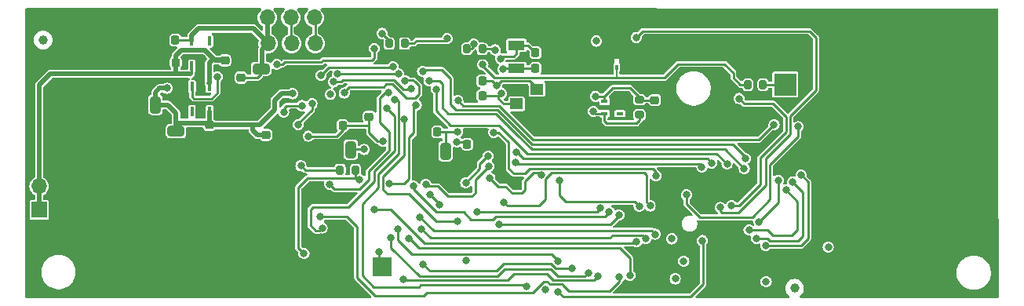
<source format=gbr>
%TF.GenerationSoftware,KiCad,Pcbnew,8.0.5*%
%TF.CreationDate,2025-03-27T16:57:56+00:00*%
%TF.ProjectId,UC_V4_4904-30028-06,55435f56-345f-4343-9930-342d33303032,rev?*%
%TF.SameCoordinates,Original*%
%TF.FileFunction,Copper,L1,Top*%
%TF.FilePolarity,Positive*%
%FSLAX46Y46*%
G04 Gerber Fmt 4.6, Leading zero omitted, Abs format (unit mm)*
G04 Created by KiCad (PCBNEW 8.0.5) date 2025-03-27 16:57:56*
%MOMM*%
%LPD*%
G01*
G04 APERTURE LIST*
G04 Aperture macros list*
%AMRoundRect*
0 Rectangle with rounded corners*
0 $1 Rounding radius*
0 $2 $3 $4 $5 $6 $7 $8 $9 X,Y pos of 4 corners*
0 Add a 4 corners polygon primitive as box body*
4,1,4,$2,$3,$4,$5,$6,$7,$8,$9,$2,$3,0*
0 Add four circle primitives for the rounded corners*
1,1,$1+$1,$2,$3*
1,1,$1+$1,$4,$5*
1,1,$1+$1,$6,$7*
1,1,$1+$1,$8,$9*
0 Add four rect primitives between the rounded corners*
20,1,$1+$1,$2,$3,$4,$5,0*
20,1,$1+$1,$4,$5,$6,$7,0*
20,1,$1+$1,$6,$7,$8,$9,0*
20,1,$1+$1,$8,$9,$2,$3,0*%
G04 Aperture macros list end*
%TA.AperFunction,SMDPad,CuDef*%
%ADD10RoundRect,0.225000X0.225000X0.250000X-0.225000X0.250000X-0.225000X-0.250000X0.225000X-0.250000X0*%
%TD*%
%TA.AperFunction,SMDPad,CuDef*%
%ADD11RoundRect,0.200000X0.200000X0.275000X-0.200000X0.275000X-0.200000X-0.275000X0.200000X-0.275000X0*%
%TD*%
%TA.AperFunction,SMDPad,CuDef*%
%ADD12R,0.750000X0.400000*%
%TD*%
%TA.AperFunction,SMDPad,CuDef*%
%ADD13R,0.750000X0.500000*%
%TD*%
%TA.AperFunction,SMDPad,CuDef*%
%ADD14RoundRect,0.250000X0.325000X0.650000X-0.325000X0.650000X-0.325000X-0.650000X0.325000X-0.650000X0*%
%TD*%
%TA.AperFunction,SMDPad,CuDef*%
%ADD15R,1.400000X1.150000*%
%TD*%
%TA.AperFunction,SMDPad,CuDef*%
%ADD16RoundRect,0.225000X-0.250000X0.225000X-0.250000X-0.225000X0.250000X-0.225000X0.250000X0.225000X0*%
%TD*%
%TA.AperFunction,SMDPad,CuDef*%
%ADD17RoundRect,0.225000X0.250000X-0.225000X0.250000X0.225000X-0.250000X0.225000X-0.250000X-0.225000X0*%
%TD*%
%TA.AperFunction,SMDPad,CuDef*%
%ADD18RoundRect,0.200000X-0.200000X-0.275000X0.200000X-0.275000X0.200000X0.275000X-0.200000X0.275000X0*%
%TD*%
%TA.AperFunction,ComponentPad*%
%ADD19R,1.700000X1.700000*%
%TD*%
%TA.AperFunction,ComponentPad*%
%ADD20O,1.700000X1.700000*%
%TD*%
%TA.AperFunction,SMDPad,CuDef*%
%ADD21RoundRect,0.225000X-0.225000X-0.250000X0.225000X-0.250000X0.225000X0.250000X-0.225000X0.250000X0*%
%TD*%
%TA.AperFunction,SMDPad,CuDef*%
%ADD22R,1.800000X1.000000*%
%TD*%
%TA.AperFunction,SMDPad,CuDef*%
%ADD23R,0.406400X0.977900*%
%TD*%
%TA.AperFunction,SMDPad,CuDef*%
%ADD24RoundRect,0.200000X0.275000X-0.200000X0.275000X0.200000X-0.275000X0.200000X-0.275000X-0.200000X0*%
%TD*%
%TA.AperFunction,SMDPad,CuDef*%
%ADD25R,2.000000X2.000000*%
%TD*%
%TA.AperFunction,SMDPad,CuDef*%
%ADD26C,1.000000*%
%TD*%
%TA.AperFunction,SMDPad,CuDef*%
%ADD27RoundRect,0.250000X0.650000X-0.325000X0.650000X0.325000X-0.650000X0.325000X-0.650000X-0.325000X0*%
%TD*%
%TA.AperFunction,SMDPad,CuDef*%
%ADD28R,1.700000X1.700000*%
%TD*%
%TA.AperFunction,SMDPad,CuDef*%
%ADD29O,1.700000X1.700000*%
%TD*%
%TA.AperFunction,SMDPad,CuDef*%
%ADD30RoundRect,0.250000X-0.650000X0.325000X-0.650000X-0.325000X0.650000X-0.325000X0.650000X0.325000X0*%
%TD*%
%TA.AperFunction,SMDPad,CuDef*%
%ADD31R,0.304800X0.533400*%
%TD*%
%TA.AperFunction,ComponentPad*%
%ADD32R,2.400000X2.400000*%
%TD*%
%TA.AperFunction,ComponentPad*%
%ADD33C,2.400000*%
%TD*%
%TA.AperFunction,ViaPad*%
%ADD34C,0.800000*%
%TD*%
%TA.AperFunction,Conductor*%
%ADD35C,0.250000*%
%TD*%
%TA.AperFunction,Conductor*%
%ADD36C,0.200000*%
%TD*%
%TA.AperFunction,Conductor*%
%ADD37C,0.500000*%
%TD*%
G04 APERTURE END LIST*
D10*
%TO.P,C13,1*%
%TO.N,/+3V3*%
X133853200Y-101052800D03*
%TO.P,C13,2*%
%TO.N,GND*%
X132303200Y-101052800D03*
%TD*%
D11*
%TO.P,R2,1*%
%TO.N,/SCLe*%
X140532600Y-92213600D03*
%TO.P,R2,2*%
%TO.N,/+3V3*%
X138882600Y-92213600D03*
%TD*%
D12*
%TO.P,U9,1*%
%TO.N,unconnected-(U9-Pad1)*%
X163758600Y-99762000D03*
D13*
%TO.P,U9,2,GND*%
%TO.N,GND*%
X163758600Y-98462000D03*
D12*
%TO.P,U9,3*%
%TO.N,/NRST*%
X162108600Y-98462000D03*
%TO.P,U9,4,VCC*%
%TO.N,/+3V3*%
X162108600Y-99762000D03*
%TD*%
D14*
%TO.P,C7,1*%
%TO.N,/VDDA*%
X144941800Y-103846800D03*
%TO.P,C7,2*%
%TO.N,GND*%
X141991800Y-103846800D03*
%TD*%
D15*
%TO.P,XTAL1,1,1*%
%TO.N,/OSC_OUT*%
X152603000Y-98728600D03*
%TO.P,XTAL1,2,2*%
%TO.N,GND*%
X154803000Y-98728600D03*
%TO.P,XTAL1,3,3*%
%TO.N,/OSC_IN*%
X154803000Y-97128600D03*
%TO.P,XTAL1,4,4*%
%TO.N,GND*%
X152603000Y-97128600D03*
%TD*%
D16*
%TO.P,C49,1*%
%TO.N,/NRST*%
X167531000Y-98311600D03*
%TO.P,C49,2*%
%TO.N,GND*%
X167531000Y-99861600D03*
%TD*%
D17*
%TO.P,C9,1*%
%TO.N,GND*%
X119468200Y-102548200D03*
%TO.P,C9,2*%
%TO.N,/+3V3_SD*%
X119468200Y-100998200D03*
%TD*%
D18*
%TO.P,R1,1*%
%TO.N,/SDAe*%
X147264600Y-92797800D03*
%TO.P,R1,2*%
%TO.N,/+3V3*%
X148914600Y-92797800D03*
%TD*%
D17*
%TO.P,C1,1*%
%TO.N,GND*%
X125558200Y-103613200D03*
%TO.P,C1,2*%
%TO.N,/+3V3_SD*%
X125558200Y-102063200D03*
%TD*%
%TO.P,C29,1*%
%TO.N,/+3V3*%
X136710400Y-100100600D03*
%TO.P,C29,2*%
%TO.N,GND*%
X136710400Y-98550600D03*
%TD*%
D19*
%TO.P,J4,1,Pin_1*%
%TO.N,GND*%
X133418200Y-92198200D03*
D20*
%TO.P,J4,2,Pin_2*%
%TO.N,/SWDIO*%
X130878200Y-92198200D03*
%TO.P,J4,3,Pin_3*%
%TO.N,/SWCLK*%
X128338200Y-92198200D03*
%TO.P,J4,4,Pin_4*%
%TO.N,/+3V3*%
X125798200Y-92198200D03*
%TD*%
D21*
%TO.P,C5,1*%
%TO.N,GND*%
X114243200Y-91848200D03*
%TO.P,C5,2*%
%TO.N,/+3V3*%
X115793200Y-91848200D03*
%TD*%
D22*
%TO.P,Y1,1,1*%
%TO.N,/OSC32_IN*%
X152610800Y-92406000D03*
%TO.P,Y1,2,2*%
%TO.N,/OSC32_OUT*%
X152610800Y-94906000D03*
%TD*%
D23*
%TO.P,U2,1,VIN*%
%TO.N,/+5V*%
X117578400Y-94638050D03*
%TO.P,U2,2,GND*%
%TO.N,GND*%
X118518200Y-94638050D03*
%TO.P,U2,3,EN*%
%TO.N,/+5V*%
X119458000Y-94638050D03*
%TO.P,U2,4,NC*%
%TO.N,unconnected-(U2-NC-Pad4)*%
X119470700Y-91958350D03*
%TO.P,U2,5,VOUT*%
%TO.N,/+3V3*%
X117565700Y-91958350D03*
%TD*%
D14*
%TO.P,C12,1*%
%TO.N,Net-(U1A-VCAP)*%
X134731000Y-103669000D03*
%TO.P,C12,2*%
%TO.N,GND*%
X131781000Y-103669000D03*
%TD*%
D21*
%TO.P,C50,1*%
%TO.N,/OSC32_IN*%
X154655200Y-93204200D03*
%TO.P,C50,2*%
%TO.N,GND*%
X156205200Y-93204200D03*
%TD*%
D14*
%TO.P,C4,1*%
%TO.N,/+3V3_SD*%
X113643200Y-98823200D03*
%TO.P,C4,2*%
%TO.N,GND*%
X110693200Y-98823200D03*
%TD*%
D24*
%TO.P,R64,1*%
%TO.N,/+3V3*%
X165880000Y-99911600D03*
%TO.P,R64,2*%
%TO.N,/NRST*%
X165880000Y-98261600D03*
%TD*%
D16*
%TO.P,C27,1*%
%TO.N,/+3V3*%
X122892800Y-95883600D03*
%TO.P,C27,2*%
%TO.N,GND*%
X122892800Y-97433600D03*
%TD*%
D25*
%TO.P,SW1,1,1*%
%TO.N,/Magnet*%
X138072800Y-116327600D03*
%TO.P,SW1,2,2*%
%TO.N,GND*%
X122952800Y-116327600D03*
%TD*%
D26*
%TO.P,FID2,*%
%TO.N,*%
X101531400Y-91832600D03*
%TD*%
D21*
%TO.P,C51,1*%
%TO.N,/OSC32_OUT*%
X154655200Y-94880600D03*
%TO.P,C51,2*%
%TO.N,GND*%
X156205200Y-94880600D03*
%TD*%
D27*
%TO.P,C11,1*%
%TO.N,GND*%
X115868200Y-104603200D03*
%TO.P,C11,2*%
%TO.N,/+3V3_SD*%
X115868200Y-101653200D03*
%TD*%
D18*
%TO.P,R3,1*%
%TO.N,/VBAT*%
X177563200Y-96638200D03*
%TO.P,R3,2*%
%TO.N,/Uext*%
X179213200Y-96638200D03*
%TD*%
%TO.P,R4,1*%
%TO.N,/+3V3*%
X133574000Y-105853400D03*
%TO.P,R4,2*%
%TO.N,/Magnet*%
X135224000Y-105853400D03*
%TD*%
D28*
%TO.P,J1,1,Pin_1*%
%TO.N,GND*%
X133340000Y-89416600D03*
D29*
%TO.P,J1,2,Pin_2*%
%TO.N,/SWDIO*%
X130800000Y-89416600D03*
%TO.P,J1,3,Pin_3*%
%TO.N,/SWCLK*%
X128260000Y-89416600D03*
%TO.P,J1,4,Pin_4*%
%TO.N,/+3V3*%
X125720000Y-89416600D03*
%TD*%
D23*
%TO.P,U6,1,VIN*%
%TO.N,/+5V*%
X119483000Y-96833350D03*
%TO.P,U6,2,GND*%
%TO.N,GND*%
X118543200Y-96833350D03*
%TO.P,U6,3,EN*%
%TO.N,/Main*%
X117603400Y-96833350D03*
%TO.P,U6,4,NC*%
%TO.N,unconnected-(U6-NC-Pad4)*%
X117590700Y-99513050D03*
%TO.P,U6,5,VOUT*%
%TO.N,/+3V3_SD*%
X119495700Y-99513050D03*
%TD*%
D10*
%TO.P,C10,1*%
%TO.N,/+5V*%
X115843200Y-94248200D03*
%TO.P,C10,2*%
%TO.N,GND*%
X114293200Y-94248200D03*
%TD*%
%TO.P,C8,1*%
%TO.N,/VDDA*%
X144064000Y-101738600D03*
%TO.P,C8,2*%
%TO.N,GND*%
X142514000Y-101738600D03*
%TD*%
D21*
%TO.P,C28,1*%
%TO.N,/+3V3*%
X147289200Y-103059400D03*
%TO.P,C28,2*%
%TO.N,GND*%
X148839200Y-103059400D03*
%TD*%
D30*
%TO.P,C30,1*%
%TO.N,/+3V3*%
X125051800Y-94956800D03*
%TO.P,C30,2*%
%TO.N,GND*%
X125051800Y-97906800D03*
%TD*%
D10*
%TO.P,C2,1*%
%TO.N,/OSC_OUT*%
X148940800Y-97827000D03*
%TO.P,C2,2*%
%TO.N,GND*%
X147390800Y-97827000D03*
%TD*%
D31*
%TO.P,D2,1,A1*%
%TO.N,GND*%
X163413600Y-93550400D03*
%TO.P,D2,2,A2*%
%TO.N,/VBAT*%
X163413600Y-94769600D03*
%TD*%
D10*
%TO.P,C3,1*%
%TO.N,/OSC_IN*%
X148940800Y-96252200D03*
%TO.P,C3,2*%
%TO.N,GND*%
X147390800Y-96252200D03*
%TD*%
D32*
%TO.P,BT1,1,+*%
%TO.N,/Uext*%
X181618200Y-96648200D03*
D33*
%TO.P,BT1,2,-*%
%TO.N,GND*%
X202618200Y-96648200D03*
%TO.P,BT1,3,-*%
X202618200Y-92898200D03*
%TO.P,BT1,4,-*%
X202618200Y-100398200D03*
%TD*%
D17*
%TO.P,C6,1*%
%TO.N,/+5V*%
X121143200Y-94023200D03*
%TO.P,C6,2*%
%TO.N,GND*%
X121143200Y-92473200D03*
%TD*%
D26*
%TO.P,FID1,*%
%TO.N,*%
X182608200Y-118604200D03*
%TD*%
D19*
%TO.P,J3,1,Pin_1*%
%TO.N,/+5V*%
X101108200Y-110148200D03*
D20*
%TO.P,J3,2,Pin_2*%
X101108200Y-107608200D03*
%TO.P,J3,3,Pin_3*%
%TO.N,GND*%
X103648200Y-110148200D03*
%TO.P,J3,4,Pin_4*%
X103648200Y-107608200D03*
%TO.P,J3,5,Pin_5*%
X106188200Y-110148200D03*
%TO.P,J3,6,Pin_6*%
X106188200Y-107608200D03*
%TD*%
D34*
%TO.N,GND*%
X103648200Y-90638200D03*
X152728200Y-107608200D03*
X121428200Y-113498200D03*
X168925400Y-99595600D03*
X123968200Y-118578200D03*
X126508200Y-118578200D03*
X106188200Y-118578200D03*
X187468200Y-90638200D03*
X174742000Y-117578800D03*
X177282000Y-117553400D03*
X108728200Y-116038200D03*
X106188200Y-113498200D03*
X202708200Y-100798200D03*
X106188200Y-103338200D03*
X111268200Y-110958200D03*
X116348200Y-118578200D03*
X123968200Y-113498200D03*
X111268200Y-108418200D03*
X116348200Y-116038200D03*
X197628200Y-93178200D03*
X121428200Y-105878200D03*
X120182800Y-103685000D03*
X174768200Y-95718200D03*
X197628200Y-90638200D03*
X168823800Y-110568400D03*
X126508200Y-105878200D03*
X106188200Y-116038200D03*
X112715200Y-91340600D03*
X111268200Y-116038200D03*
X107393200Y-98798200D03*
X121428200Y-118578200D03*
X106188200Y-93178200D03*
X141018200Y-90898200D03*
X169688200Y-93178200D03*
X116348200Y-103338200D03*
X145854400Y-94956800D03*
X111268200Y-100798200D03*
X108728200Y-105878200D03*
X134128200Y-116038200D03*
X121428200Y-110958200D03*
X101108200Y-118578200D03*
X111268200Y-105878200D03*
X118888200Y-108418200D03*
X126508200Y-108418200D03*
X103648200Y-105878200D03*
X202818200Y-108448200D03*
X157030400Y-94118600D03*
X106188200Y-105878200D03*
X164302600Y-118671000D03*
X150756600Y-102805400D03*
X135194200Y-97766800D03*
X190008200Y-90638200D03*
X123568200Y-100123200D03*
X200168200Y-95718200D03*
X111268200Y-118578200D03*
X200168200Y-93178200D03*
X190008200Y-95718200D03*
X130309600Y-103694400D03*
X113808200Y-105878200D03*
X123968200Y-105878200D03*
X113808200Y-116038200D03*
X118693200Y-93798200D03*
X103648200Y-103338200D03*
X202708200Y-110958200D03*
X116348200Y-110958200D03*
X131588200Y-118578200D03*
X113808200Y-103338200D03*
X145709800Y-106016000D03*
X190008200Y-118578200D03*
X121368200Y-95298200D03*
X108728200Y-100798200D03*
X121428200Y-108418200D03*
X129048200Y-118578200D03*
X171490800Y-118086800D03*
X202708200Y-113498200D03*
X164759800Y-111584400D03*
X108728200Y-110958200D03*
X174768200Y-98258200D03*
X118888200Y-116038200D03*
X123968200Y-108418200D03*
X108728200Y-113498200D03*
X113808200Y-108418200D03*
X126508200Y-116038200D03*
X161568200Y-94898200D03*
X106188200Y-90638200D03*
X118888200Y-118578200D03*
X142577800Y-100392400D03*
X156166800Y-99071600D03*
X116348200Y-90638200D03*
X107693200Y-91673200D03*
X167503000Y-118594800D03*
X126508200Y-110958200D03*
X172228200Y-93178200D03*
X116348200Y-108418200D03*
X190008200Y-116038200D03*
X200168200Y-113498200D03*
X184928200Y-110958200D03*
X123493200Y-102598200D03*
X118888200Y-110958200D03*
X113808200Y-110958200D03*
X103648200Y-100798200D03*
X126508200Y-113498200D03*
X103648200Y-98258200D03*
X118328600Y-95836400D03*
X202708200Y-103338200D03*
X171287600Y-114607000D03*
X109895800Y-97182600D03*
X164686200Y-97958500D03*
X103648200Y-93178200D03*
X118888200Y-113498200D03*
X116348200Y-113498200D03*
X117515800Y-105818600D03*
X187468200Y-93178200D03*
X108728200Y-93178200D03*
X108728200Y-108418200D03*
X143212800Y-103135600D03*
X113808200Y-118578200D03*
X166055200Y-117578800D03*
X130716000Y-101052800D03*
X103648200Y-113498200D03*
X123318200Y-92448200D03*
X111268200Y-93178200D03*
X108728200Y-118578200D03*
X136668200Y-90638200D03*
X197628200Y-116038200D03*
X164683600Y-110212800D03*
X197628200Y-95718200D03*
X113808200Y-113498200D03*
X106188200Y-100798200D03*
X123968200Y-110958200D03*
X121478200Y-91467600D03*
X111268200Y-113498200D03*
%TO.N,/OSC_OUT*%
X150993000Y-97614400D03*
%TO.N,/OSC_IN*%
X150477200Y-96734800D03*
%TO.N,/VDDA*%
X146235400Y-101738600D03*
%TO.N,Net-(U1A-VCAP)*%
X136177000Y-103643600D03*
%TO.N,/SDAT7*%
X157068200Y-115668200D03*
X132458200Y-107378200D03*
X138796136Y-97468464D03*
X139838200Y-112208200D03*
%TO.N,/uDTR*%
X183318200Y-106428200D03*
X179498200Y-114018200D03*
%TO.N,/uDCD*%
X178508200Y-113228200D03*
X182388200Y-107168200D03*
%TO.N,/uPWRKEY*%
X180838200Y-106968200D03*
X178768200Y-111438200D03*
%TO.N,/Alim*%
X157088200Y-118978200D03*
X172678200Y-113478200D03*
X144288200Y-109638200D03*
X143271400Y-108536400D03*
%TO.N,/uStatus*%
X177698200Y-112348200D03*
X181678200Y-108028200D03*
%TO.N,/SD_D2*%
X139301200Y-94702800D03*
X131528800Y-95642600D03*
%TO.N,/SD_D3*%
X139885400Y-95490200D03*
X133306800Y-95515600D03*
%TO.N,/SD_CMD*%
X141239400Y-97055600D03*
X132875000Y-96353800D03*
%TO.N,/SD_CLK*%
X140604400Y-96242800D03*
X134018000Y-97547600D03*
%TO.N,/SD_D1*%
X129458011Y-98913011D03*
X127490200Y-99605000D03*
%TO.N,/SYN*%
X140428200Y-117628200D03*
X161388200Y-117318200D03*
%TO.N,/SCL*%
X158638400Y-116486600D03*
X129065000Y-100951200D03*
X142508200Y-116028200D03*
X130538200Y-98716000D03*
%TO.N,/SDAT2*%
X167598200Y-112788200D03*
X142198200Y-110968200D03*
%TO.N,/SCS*%
X160388200Y-116938200D03*
X139078200Y-113168200D03*
%TO.N,/SDAT3*%
X142331600Y-112219400D03*
X166578200Y-113278200D03*
%TO.N,/SDAT4*%
X165558200Y-113618200D03*
X137258200Y-110108200D03*
%TO.N,/SDAT5*%
X164848200Y-117228200D03*
X140978200Y-113218200D03*
%TO.N,/SDAT6*%
X131444197Y-110888200D03*
X163688200Y-117418200D03*
%TO.N,/+3V3*%
X150318200Y-92898200D03*
X138107400Y-91121400D03*
X138166000Y-102770600D03*
X169738200Y-117604200D03*
X129352200Y-105412200D03*
X170652600Y-115699200D03*
X132528394Y-97702259D03*
X186248200Y-114175200D03*
X160899000Y-99519400D03*
X169382600Y-113286200D03*
X130139600Y-102211800D03*
X161229200Y-91950200D03*
X146184600Y-102856200D03*
%TO.N,/RS485_RxD*%
X153668200Y-118382700D03*
X139501227Y-98283332D03*
%TO.N,/IRQ2*%
X150688200Y-111736800D03*
X163668200Y-110718200D03*
%TO.N,/READY*%
X179542600Y-117909000D03*
X147183000Y-115597600D03*
%TO.N,/SCLK*%
X155278200Y-106358200D03*
X149738200Y-106728200D03*
%TO.N,/MISO*%
X157266800Y-107012400D03*
X165848200Y-109788200D03*
%TO.N,/MOSI*%
X167028200Y-109728200D03*
X151247000Y-109349200D03*
%TO.N,/SS*%
X167655400Y-106479000D03*
X150147000Y-101789400D03*
%TO.N,/RS485_TxD*%
X155728200Y-118798200D03*
X131638200Y-112117800D03*
X138648600Y-99240000D03*
%TO.N,/RS485_DE*%
X146268200Y-111388200D03*
X161638200Y-109968200D03*
X148378200Y-110388200D03*
X140520400Y-100417800D03*
%TO.N,/NRST*%
X161119800Y-97903200D03*
%TO.N,/OSC32_IN*%
X150891400Y-93829800D03*
%TO.N,/OSC32_OUT*%
X151145400Y-94972800D03*
%TO.N,/Magnet*%
X137785000Y-114708600D03*
X138893200Y-107348200D03*
X129678200Y-114888200D03*
X141790400Y-98843000D03*
X135676800Y-106910800D03*
%TO.N,/BT_RxD*%
X149558200Y-104338200D03*
X147128200Y-107248200D03*
X173658200Y-105108200D03*
X152568200Y-103898200D03*
%TO.N,/BT_TxD*%
X142814200Y-107444200D03*
X149621400Y-105437600D03*
X172608200Y-105518200D03*
X152498200Y-105018200D03*
%TO.N,/LED3*%
X177308200Y-104618200D03*
X142476200Y-95210800D03*
%TO.N,/LED2*%
X143162000Y-96201400D03*
X177178200Y-105728200D03*
%TO.N,/LED1*%
X143949400Y-97141200D03*
X175328200Y-105208200D03*
%TO.N,/VBAT*%
X148978600Y-94499600D03*
%TO.N,/SDAe*%
X148013400Y-92289800D03*
%TO.N,/SCLe*%
X145125600Y-91670800D03*
%TO.N,/StartMasura*%
X162608200Y-110368200D03*
X141493400Y-107596600D03*
%TO.N,/Main*%
X137269200Y-92747000D03*
X120343200Y-95802500D03*
X126728200Y-94474200D03*
%TO.N,/BT_RTS*%
X176618200Y-98148200D03*
X175808200Y-109708200D03*
%TO.N,/BT_CTS*%
X165518200Y-91548200D03*
X174608200Y-109908200D03*
%TO.N,/Mains*%
X180398200Y-100968200D03*
X183008200Y-101188200D03*
X146286200Y-98385800D03*
X170938200Y-108538200D03*
%TO.N,/+3V3_SD*%
X114891800Y-97039600D03*
X128443200Y-97623200D03*
%TD*%
D35*
%TO.N,GND*%
X121143200Y-92473200D02*
X123293200Y-92473200D01*
X113222800Y-91848200D02*
X112715200Y-91340600D01*
X107418200Y-98823200D02*
X107393200Y-98798200D01*
X135237200Y-98716000D02*
X136545000Y-98716000D01*
X122892800Y-97433600D02*
X122028600Y-97433600D01*
D36*
X133418200Y-89494800D02*
X133340000Y-89416600D01*
D35*
X135194200Y-97766800D02*
X135978000Y-98550600D01*
X163758600Y-98462000D02*
X164142400Y-98462000D01*
X130335000Y-103669000D02*
X130309600Y-103694400D01*
D37*
X116300400Y-104603200D02*
X115868200Y-104603200D01*
D35*
X150553400Y-103719800D02*
X149893000Y-103059400D01*
X156992000Y-94080200D02*
X157030400Y-94118600D01*
D37*
X120182800Y-103685000D02*
X119468200Y-102970400D01*
D35*
X135978000Y-98550600D02*
X136710400Y-98550600D01*
X156205200Y-94080200D02*
X156205200Y-93204200D01*
X142514000Y-101738600D02*
X142514000Y-100456200D01*
X146438600Y-96252200D02*
X145854400Y-95668000D01*
X124578600Y-97433600D02*
X125051800Y-97906800D01*
X132303200Y-100329200D02*
X133002000Y-99630400D01*
X114293200Y-91898200D02*
X114243200Y-91848200D01*
D36*
X133418200Y-92198200D02*
X133418200Y-89494800D01*
D35*
X164686200Y-97918200D02*
X164686200Y-97958500D01*
X107668200Y-91848200D02*
X107643200Y-91823200D01*
X147390800Y-97827000D02*
X147390800Y-96252200D01*
D36*
X152603000Y-97128600D02*
X152869400Y-97128600D01*
D35*
X146168200Y-91048200D02*
X146018200Y-90898200D01*
X141991800Y-103569200D02*
X142425400Y-103135600D01*
X121143200Y-92473200D02*
X121143200Y-91802600D01*
X149893000Y-103059400D02*
X148839200Y-103059400D01*
X145854400Y-95668000D02*
X145854400Y-94956800D01*
X123293200Y-92473200D02*
X123318200Y-92448200D01*
X121343200Y-95323200D02*
X121368200Y-95298200D01*
X167797000Y-99595600D02*
X167531000Y-99861600D01*
X133002000Y-99630400D02*
X134322800Y-99630400D01*
X145854400Y-94956800D02*
X146168200Y-94643000D01*
D37*
X119468200Y-102970400D02*
X119468200Y-102548200D01*
D35*
X147390800Y-96252200D02*
X146438600Y-96252200D01*
X141991800Y-102260800D02*
X142514000Y-101738600D01*
X118543200Y-96051000D02*
X118328600Y-95836400D01*
D37*
X117515800Y-105818600D02*
X116300400Y-104603200D01*
D35*
X156205200Y-94880600D02*
X156205200Y-94080200D01*
D36*
X110693200Y-97980000D02*
X109895800Y-97182600D01*
D35*
X134322800Y-99630400D02*
X135237200Y-98716000D01*
X150553400Y-105433400D02*
X150553400Y-103719800D01*
X156205200Y-94880600D02*
X161550600Y-94880600D01*
X155823800Y-98728600D02*
X156166800Y-99071600D01*
X123493200Y-103443200D02*
X123663200Y-103613200D01*
X122892800Y-97433600D02*
X124578600Y-97433600D01*
X131781000Y-103669000D02*
X130335000Y-103669000D01*
X132303200Y-101052800D02*
X132303200Y-100329200D01*
X114243200Y-91848200D02*
X113222800Y-91848200D01*
X132303200Y-101052800D02*
X130716000Y-101052800D01*
D36*
X154469400Y-98728600D02*
X154803000Y-98728600D01*
D35*
X142514000Y-100456200D02*
X142577800Y-100392400D01*
X118543200Y-96833350D02*
X118543200Y-96051000D01*
X121143200Y-91802600D02*
X121478200Y-91467600D01*
X123493200Y-102598200D02*
X123493200Y-103443200D01*
X118518200Y-93973200D02*
X118693200Y-93798200D01*
X152728200Y-107608200D02*
X150553400Y-105433400D01*
X107643200Y-91723200D02*
X107693200Y-91673200D01*
X141991800Y-103846800D02*
X141991800Y-103569200D01*
X136545000Y-98716000D02*
X136710400Y-98550600D01*
D36*
X110693200Y-98823200D02*
X110693200Y-97980000D01*
D35*
X146168200Y-94643000D02*
X146168200Y-91048200D01*
X142425400Y-103135600D02*
X143212800Y-103135600D01*
X150502600Y-103059400D02*
X150756600Y-102805400D01*
X154803000Y-98728600D02*
X155823800Y-98728600D01*
X114293200Y-94248200D02*
X114293200Y-91898200D01*
X122028600Y-97433600D02*
X121343200Y-96748200D01*
X118518200Y-94638050D02*
X118518200Y-93973200D01*
X148839200Y-103059400D02*
X150502600Y-103059400D01*
X125051800Y-97906800D02*
X123568200Y-99390400D01*
X123568200Y-99390400D02*
X123568200Y-100123200D01*
X168925400Y-99595600D02*
X167797000Y-99595600D01*
X125558200Y-103613200D02*
X123663200Y-103613200D01*
X121343200Y-96748200D02*
X121343200Y-95323200D01*
X141991800Y-103846800D02*
X141991800Y-102260800D01*
X107643200Y-91823200D02*
X107643200Y-91723200D01*
X156205200Y-94080200D02*
X156992000Y-94080200D01*
D36*
X152869400Y-97128600D02*
X154469400Y-98728600D01*
X133418200Y-89894800D02*
X133340000Y-89816600D01*
D35*
X146018200Y-90898200D02*
X141018200Y-90898200D01*
X164142400Y-98462000D02*
X164686200Y-97918200D01*
%TO.N,/OSC_OUT*%
X150993000Y-97614400D02*
X150780400Y-97827000D01*
X150780400Y-97827000D02*
X148940800Y-97827000D01*
X150646822Y-97960578D02*
X150646822Y-98149022D01*
X150993000Y-97614400D02*
X150646822Y-97960578D01*
X150646822Y-98149022D02*
X151226400Y-98728600D01*
X151226400Y-98728600D02*
X152603000Y-98728600D01*
%TO.N,/OSC_IN*%
X154033200Y-96252200D02*
X154803000Y-97022000D01*
X148940800Y-96252200D02*
X149994600Y-96252200D01*
X150959800Y-96252200D02*
X154033200Y-96252200D01*
X149994600Y-96252200D02*
X150477200Y-96734800D01*
X154803000Y-97022000D02*
X154803000Y-97128600D01*
X150477200Y-96734800D02*
X150959800Y-96252200D01*
%TO.N,/VDDA*%
X145067000Y-101738600D02*
X144064000Y-101738600D01*
X144941800Y-103846800D02*
X144941800Y-101863800D01*
X146235400Y-101738600D02*
X145067000Y-101738600D01*
X144941800Y-101863800D02*
X145067000Y-101738600D01*
%TO.N,Net-(U1A-VCAP)*%
X136177000Y-103643600D02*
X134756400Y-103643600D01*
X134756400Y-103643600D02*
X134731000Y-103669000D01*
%TO.N,/SDAT7*%
X157068200Y-115598200D02*
X157068200Y-115668200D01*
X138796136Y-97468464D02*
X138491336Y-97468464D01*
X137861200Y-100764000D02*
X138877200Y-101780000D01*
X136648200Y-105978200D02*
X136648200Y-106938200D01*
X138877200Y-101780000D02*
X138877200Y-103749200D01*
X156408200Y-114938200D02*
X157068200Y-115598200D01*
X136648200Y-106938200D02*
X135678200Y-107908200D01*
X135678200Y-107908200D02*
X132988200Y-107908200D01*
X139838200Y-113448200D02*
X139838200Y-112208200D01*
X137861200Y-98098600D02*
X137861200Y-100764000D01*
X132988200Y-107908200D02*
X132458200Y-107378200D01*
X138877200Y-103749200D02*
X136648200Y-105978200D01*
X141328200Y-114938200D02*
X139838200Y-113448200D01*
X156408200Y-114938200D02*
X141328200Y-114938200D01*
X138491336Y-97468464D02*
X137861200Y-98098600D01*
%TO.N,/uDTR*%
X184068200Y-107128200D02*
X183368200Y-106428200D01*
X179498200Y-114018200D02*
X183288200Y-114018200D01*
X183288200Y-114018200D02*
X184068200Y-113238200D01*
X184068200Y-113238200D02*
X184068200Y-107128200D01*
X183368200Y-106428200D02*
X183318200Y-106428200D01*
%TO.N,/uDCD*%
X182978200Y-113468200D02*
X183458200Y-112988200D01*
X179708200Y-113228200D02*
X179948200Y-113468200D01*
X183458200Y-112988200D02*
X183458200Y-108238200D01*
X178508200Y-113228200D02*
X179708200Y-113228200D01*
X179948200Y-113468200D02*
X182978200Y-113468200D01*
X183458200Y-108238200D02*
X182388200Y-107168200D01*
%TO.N,/uPWRKEY*%
X178768200Y-111438200D02*
X180781000Y-109425400D01*
X180781000Y-109425400D02*
X180787200Y-109425400D01*
X180838200Y-109374400D02*
X180838200Y-106968200D01*
X180787200Y-109425400D02*
X180838200Y-109374400D01*
%TO.N,/SWDIO*%
X130878200Y-92198200D02*
X130878200Y-89494800D01*
X130878200Y-89494800D02*
X130800000Y-89416600D01*
%TO.N,/SWCLK*%
X128260000Y-92120000D02*
X128260000Y-89416600D01*
X128338200Y-92198200D02*
X128260000Y-92120000D01*
%TO.N,/Alim*%
X172678200Y-113478200D02*
X172728200Y-113528200D01*
X157644600Y-119534600D02*
X157088200Y-118978200D01*
X172728200Y-118188200D02*
X171381800Y-119534600D01*
X172728200Y-113528200D02*
X172728200Y-118188200D01*
X171381800Y-119534600D02*
X157644600Y-119534600D01*
X143271400Y-108536400D02*
X144288200Y-109553200D01*
X144288200Y-109553200D02*
X144288200Y-109638200D01*
%TO.N,/uStatus*%
X182908200Y-112328200D02*
X182908200Y-109258200D01*
X179688200Y-112348200D02*
X180278200Y-112938200D01*
X182908200Y-109258200D02*
X181678200Y-108028200D01*
X180278200Y-112938200D02*
X182298200Y-112938200D01*
X182298200Y-112938200D02*
X182908200Y-112328200D01*
X177698200Y-112348200D02*
X179688200Y-112348200D01*
%TO.N,/SD_D2*%
X131528800Y-95642600D02*
X132373200Y-94798200D01*
X139205800Y-94798200D02*
X139301200Y-94702800D01*
X132373200Y-94798200D02*
X139205800Y-94798200D01*
%TO.N,/SD_D3*%
X139860000Y-95515600D02*
X139885400Y-95490200D01*
X133306800Y-95515600D02*
X139860000Y-95515600D01*
%TO.N,/SD_CMD*%
X140164800Y-96912600D02*
X140164800Y-96920800D01*
X140164800Y-96920800D02*
X140426600Y-97182600D01*
X140426600Y-97182600D02*
X141112400Y-97182600D01*
X139379300Y-96127100D02*
X140164800Y-96912600D01*
X132875000Y-96353800D02*
X133687800Y-96353800D01*
X133687800Y-96353800D02*
X133914500Y-96127100D01*
X141112400Y-97182600D02*
X141239400Y-97055600D01*
X133914500Y-96127100D02*
X139379300Y-96127100D01*
%TO.N,/SD_CLK*%
X134018000Y-97420600D02*
X134515511Y-96923089D01*
X141628600Y-96319000D02*
X141620400Y-96319000D01*
X140714200Y-98097000D02*
X141671200Y-98097000D01*
X134515511Y-96923089D02*
X138243311Y-96923089D01*
X141671200Y-98097000D02*
X142069800Y-97698400D01*
X141493400Y-96192000D02*
X140655200Y-96192000D01*
X138556800Y-96609600D02*
X139226800Y-96609600D01*
X142069800Y-97698400D02*
X142069800Y-96760200D01*
X134018000Y-97547600D02*
X134018000Y-97420600D01*
X140655200Y-96192000D02*
X140604400Y-96242800D01*
X142069800Y-96760200D02*
X141628600Y-96319000D01*
X141620400Y-96319000D02*
X141493400Y-96192000D01*
X139226800Y-96609600D02*
X140714200Y-98097000D01*
X138243311Y-96923089D02*
X138556800Y-96609600D01*
%TO.N,/SD_D1*%
X127801189Y-98913011D02*
X127490200Y-99224000D01*
X129458011Y-98913011D02*
X127801189Y-98913011D01*
X127490200Y-99224000D02*
X127490200Y-99605000D01*
%TO.N,/SYN*%
X152317000Y-117070800D02*
X155866600Y-117070800D01*
X151629600Y-117758200D02*
X152317000Y-117070800D01*
X156554000Y-117758200D02*
X160948200Y-117758200D01*
X140558200Y-117758200D02*
X151629600Y-117758200D01*
X160948200Y-117758200D02*
X161388200Y-117318200D01*
X155866600Y-117070800D02*
X156554000Y-117758200D01*
X140428200Y-117628200D02*
X140558200Y-117758200D01*
%TO.N,/SCL*%
X129065000Y-100848000D02*
X130538200Y-99374800D01*
X156327000Y-115978600D02*
X156860400Y-116512000D01*
X143248200Y-116758200D02*
X150467400Y-116758200D01*
X130538200Y-99374800D02*
X130538200Y-98716000D01*
X142508200Y-116028200D02*
X142518200Y-116028200D01*
X150467400Y-116732800D02*
X151221600Y-115978600D01*
X156860400Y-116512000D02*
X158613000Y-116512000D01*
X150467400Y-116758200D02*
X150467400Y-116732800D01*
X129065000Y-100951200D02*
X129065000Y-100848000D01*
X151221600Y-115978600D02*
X156327000Y-115978600D01*
X158613000Y-116512000D02*
X158638400Y-116486600D01*
X142518200Y-116028200D02*
X143248200Y-116758200D01*
%TO.N,/SDAT2*%
X142198200Y-110968200D02*
X143658200Y-112428200D01*
X143658200Y-112428200D02*
X167238200Y-112428200D01*
X167238200Y-112428200D02*
X167598200Y-112788200D01*
%TO.N,/SCS*%
X150573200Y-117338200D02*
X151348600Y-116562800D01*
X157051600Y-117338200D02*
X159938200Y-117338200D01*
X151348600Y-116562800D02*
X156276200Y-116562800D01*
X159938200Y-117338200D02*
X159988200Y-117338200D01*
X159988200Y-117338200D02*
X160388200Y-116938200D01*
X142188200Y-117338200D02*
X150573200Y-117338200D01*
X139078200Y-113168200D02*
X139078200Y-114228200D01*
X159938200Y-117338200D02*
X160028200Y-117338200D01*
X156276200Y-116562800D02*
X157051600Y-117338200D01*
X139078200Y-114228200D02*
X142188200Y-117338200D01*
%TO.N,/SDAT3*%
X162994200Y-112918200D02*
X166218200Y-112918200D01*
X162702400Y-113210000D02*
X162994200Y-112918200D01*
X142331600Y-112219400D02*
X143322200Y-113210000D01*
X143322200Y-113210000D02*
X162702400Y-113210000D01*
X166218200Y-112918200D02*
X166578200Y-113278200D01*
%TO.N,/SDAT4*%
X139038200Y-110118200D02*
X142663400Y-113743400D01*
X137258200Y-110108200D02*
X138668200Y-110108200D01*
X138678200Y-110118200D02*
X139038200Y-110118200D01*
X165433000Y-113743400D02*
X165558200Y-113618200D01*
X142663400Y-113743400D02*
X165433000Y-113743400D01*
X138668200Y-110108200D02*
X138678200Y-110118200D01*
%TO.N,/SDAT5*%
X142128200Y-114268200D02*
X155748200Y-114268200D01*
X163796000Y-114278200D02*
X164848200Y-115330400D01*
X164848200Y-115330400D02*
X164848200Y-117228200D01*
X141078200Y-113218200D02*
X142128200Y-114268200D01*
X155748200Y-114268200D02*
X155758200Y-114278200D01*
X140978200Y-113218200D02*
X141078200Y-113218200D01*
X155758200Y-114278200D02*
X163796000Y-114278200D01*
%TO.N,/SDAT6*%
X162651600Y-118925000D02*
X163688200Y-117888400D01*
X154358200Y-119078200D02*
X155527400Y-117909000D01*
X158257400Y-118925000D02*
X162651600Y-118925000D01*
X142612600Y-119407600D02*
X142942000Y-119078200D01*
X135422800Y-117477200D02*
X137353200Y-119407600D01*
X163688200Y-117888400D02*
X163688200Y-117418200D01*
X134294800Y-110888200D02*
X135422800Y-112016200D01*
X135422800Y-112016200D02*
X135422800Y-117477200D01*
X157561400Y-118173200D02*
X157561400Y-118229000D01*
X137353200Y-119407600D02*
X142612600Y-119407600D01*
X155527400Y-117909000D02*
X155925600Y-117909000D01*
X155925600Y-117909000D02*
X156189800Y-118173200D01*
X131444197Y-110888200D02*
X134294800Y-110888200D01*
X156189800Y-118173200D02*
X157561400Y-118173200D01*
X157561400Y-118229000D02*
X158257400Y-118925000D01*
X142942000Y-119078200D02*
X154358200Y-119078200D01*
D37*
%TO.N,/+3V3*%
X124204000Y-90604000D02*
X125798200Y-92198200D01*
D35*
X148914600Y-92797800D02*
X150217800Y-92797800D01*
X136634200Y-101052800D02*
X136710400Y-100976600D01*
X165880000Y-100496400D02*
X165880000Y-99911600D01*
X162108600Y-100578600D02*
X162338200Y-100808200D01*
X122892800Y-95883600D02*
X124683800Y-95883600D01*
D37*
X125720000Y-92120000D02*
X125720000Y-89416600D01*
D35*
X138882600Y-91896600D02*
X138107400Y-91121400D01*
X129793400Y-105853400D02*
X129352200Y-105412200D01*
X150217800Y-92797800D02*
X150318200Y-92898200D01*
D37*
X125798200Y-92198200D02*
X125720000Y-92120000D01*
D35*
X117455550Y-91848200D02*
X117565700Y-91958350D01*
X133213000Y-102211800D02*
X130139600Y-102211800D01*
X137632600Y-102719800D02*
X138115200Y-102719800D01*
D37*
X125168200Y-94840400D02*
X125168200Y-92828200D01*
D35*
X162338200Y-100808200D02*
X165568200Y-100808200D01*
X133574000Y-105853400D02*
X130435000Y-105853400D01*
X133853200Y-101052800D02*
X133853200Y-101571600D01*
X161141600Y-99762000D02*
X162108600Y-99762000D01*
X136710400Y-100100600D02*
X136710400Y-101797600D01*
D37*
X125168200Y-92828200D02*
X125798200Y-92198200D01*
D35*
X124683800Y-95883600D02*
X125051800Y-95515600D01*
X130435000Y-105853400D02*
X129793400Y-105853400D01*
D37*
X118287400Y-90604000D02*
X124204000Y-90604000D01*
D35*
X133853200Y-101052800D02*
X136634200Y-101052800D01*
X133853200Y-101571600D02*
X133213000Y-102211800D01*
X165568200Y-100808200D02*
X165880000Y-100496400D01*
X136710400Y-101797600D02*
X137632600Y-102719800D01*
X162108600Y-99762000D02*
X162108600Y-100578600D01*
D37*
X117565700Y-91325700D02*
X118287400Y-90604000D01*
D35*
X160899000Y-99519400D02*
X161141600Y-99762000D01*
X136710400Y-100100600D02*
X136710400Y-100976600D01*
X138882600Y-92213600D02*
X138882600Y-91896600D01*
X125051800Y-95515600D02*
X125051800Y-94956800D01*
D37*
X125051800Y-94956800D02*
X125168200Y-94840400D01*
D35*
X146184600Y-102856200D02*
X147086000Y-102856200D01*
X147086000Y-102856200D02*
X147289200Y-103059400D01*
D37*
X117565700Y-91958350D02*
X117565700Y-91325700D01*
D35*
X138115200Y-102719800D02*
X138166000Y-102770600D01*
X115793200Y-91848200D02*
X117455550Y-91848200D01*
%TO.N,/RS485_RxD*%
X153538211Y-118252711D02*
X142267289Y-118252711D01*
X139732132Y-98283332D02*
X139501227Y-98283332D01*
X137708200Y-107778200D02*
X137708200Y-106278000D01*
X139860000Y-98411200D02*
X139732132Y-98283332D01*
X137708200Y-106278000D02*
X139860000Y-104126200D01*
X142052200Y-118467800D02*
X137150000Y-118467800D01*
X139860000Y-104126200D02*
X139860000Y-98411200D01*
X142267289Y-118252711D02*
X142052200Y-118467800D01*
X135956200Y-109530200D02*
X137708200Y-107778200D01*
X137150000Y-118467800D02*
X135956200Y-117274000D01*
X135956200Y-117274000D02*
X135956200Y-109530200D01*
X153668200Y-118382700D02*
X153538211Y-118252711D01*
%TO.N,/IRQ2*%
X163618199Y-110768201D02*
X163668200Y-110718200D01*
X163618199Y-110858201D02*
X163618199Y-110768201D01*
X162739600Y-111736800D02*
X163618199Y-110858201D01*
X150688200Y-111736800D02*
X162739600Y-111736800D01*
%TO.N,/SCLK*%
X153178200Y-108328200D02*
X153528200Y-107978200D01*
X151958200Y-108178200D02*
X152108200Y-108328200D01*
X149738200Y-106728200D02*
X150653200Y-107643200D01*
X152108200Y-108328200D02*
X153178200Y-108328200D01*
X151423200Y-107643200D02*
X151958200Y-108178200D01*
X155418200Y-106178200D02*
X155438200Y-106198200D01*
X153528200Y-107978200D02*
X153528200Y-107098200D01*
X154468200Y-106178200D02*
X155418200Y-106178200D01*
X153528200Y-107098200D02*
X154448200Y-106178200D01*
X154448200Y-106178200D02*
X154468200Y-106178200D01*
X150653200Y-107643200D02*
X151423200Y-107643200D01*
X155438200Y-106198200D02*
X155278200Y-106358200D01*
%TO.N,/MISO*%
X157266800Y-108612600D02*
X157927200Y-109273000D01*
X165333000Y-109273000D02*
X165848200Y-109788200D01*
X157927200Y-109273000D02*
X165333000Y-109273000D01*
X157266800Y-107012400D02*
X157266800Y-108612600D01*
%TO.N,/MOSI*%
X166618198Y-106418198D02*
X166618198Y-109318198D01*
X155738200Y-108998200D02*
X155738200Y-106838200D01*
X166618198Y-109318198D02*
X167028200Y-109728200D01*
X155738200Y-106838200D02*
X156428200Y-106148200D01*
X166348200Y-106148200D02*
X166618198Y-106418198D01*
X151631500Y-109733700D02*
X155002700Y-109733700D01*
X151247000Y-109349200D02*
X151631500Y-109733700D01*
X156428200Y-106148200D02*
X166348200Y-106148200D01*
X155002700Y-109733700D02*
X155738200Y-108998200D01*
%TO.N,/SS*%
X154048200Y-105698200D02*
X153528200Y-106218200D01*
X153528200Y-106218200D02*
X152298200Y-106218200D01*
X151772600Y-102881600D02*
X150680400Y-101789400D01*
X150680400Y-101789400D02*
X150147000Y-101789400D01*
X151772600Y-105692600D02*
X151772600Y-102881600D01*
X167288200Y-105698200D02*
X154048200Y-105698200D01*
X152298200Y-106218200D02*
X151772600Y-105692600D01*
X167655400Y-106479000D02*
X167655400Y-106065400D01*
X167655400Y-106065400D02*
X167288200Y-105698200D01*
%TO.N,/RS485_TxD*%
X130368200Y-111808200D02*
X130938200Y-112378200D01*
X134469200Y-109857200D02*
X130622200Y-109857200D01*
X138648600Y-99240000D02*
X139453600Y-100045000D01*
X137288200Y-105938200D02*
X137288200Y-107038200D01*
X131377800Y-112378200D02*
X131638200Y-112117800D01*
X139453600Y-103772800D02*
X137288200Y-105938200D01*
X130938200Y-112378200D02*
X131377800Y-112378200D01*
X139453600Y-100045000D02*
X139453600Y-103772800D01*
X137288200Y-107038200D02*
X134469200Y-109857200D01*
X130368200Y-110111200D02*
X130368200Y-111808200D01*
X130622200Y-109857200D02*
X130368200Y-110111200D01*
%TO.N,/RS485_DE*%
X161618198Y-110038202D02*
X161618198Y-109988202D01*
X146268200Y-111388200D02*
X143928200Y-111388200D01*
X140978200Y-108438200D02*
X138678200Y-108438200D01*
X140520400Y-104246000D02*
X138208200Y-106558200D01*
X138208200Y-106558200D02*
X138208200Y-107968200D01*
X161618198Y-109988202D02*
X161638200Y-109968200D01*
X161298200Y-110358200D02*
X155428200Y-110358200D01*
X155428200Y-110358200D02*
X148408200Y-110358200D01*
X140520400Y-100417800D02*
X140520400Y-104246000D01*
X148408200Y-110358200D02*
X148378200Y-110388200D01*
X143928200Y-111388200D02*
X140978200Y-108438200D01*
X161618198Y-110038202D02*
X161298200Y-110358200D01*
X138208200Y-107968200D02*
X138678200Y-108438200D01*
%TO.N,/NRST*%
X165880000Y-98045200D02*
X165880000Y-98261600D01*
X167531000Y-98311600D02*
X165930000Y-98311600D01*
X163008800Y-97004800D02*
X164839600Y-97004800D01*
X164839600Y-97004800D02*
X165880000Y-98045200D01*
X162108600Y-97905000D02*
X162110400Y-97903200D01*
X165930000Y-98311600D02*
X165880000Y-98261600D01*
X162108600Y-98462000D02*
X162108600Y-97905000D01*
X161119800Y-97903200D02*
X162110400Y-97903200D01*
X162110400Y-97903200D02*
X163008800Y-97004800D01*
%TO.N,/OSC32_IN*%
X151123000Y-93598200D02*
X152318200Y-93598200D01*
X153857000Y-92406000D02*
X154655200Y-93204200D01*
X152318200Y-93598200D02*
X152610800Y-93305600D01*
X152610800Y-93305600D02*
X152610800Y-92406000D01*
X152610800Y-92406000D02*
X153857000Y-92406000D01*
X150891400Y-93829800D02*
X151123000Y-93598200D01*
%TO.N,/OSC32_OUT*%
X151145400Y-94971000D02*
X151210400Y-94906000D01*
X154629800Y-94906000D02*
X154655200Y-94880600D01*
X151145400Y-94972800D02*
X151145400Y-94971000D01*
X151210400Y-94906000D02*
X152610800Y-94906000D01*
X152610800Y-94906000D02*
X154629800Y-94906000D01*
%TO.N,/Magnet*%
X141536400Y-101865600D02*
X141028400Y-102373600D01*
X141790400Y-98843000D02*
X141536400Y-99097000D01*
X135224000Y-106653000D02*
X135224000Y-105853400D01*
X129078200Y-114288200D02*
X129678200Y-114888200D01*
X141028400Y-102373600D02*
X141028400Y-106791600D01*
X129078200Y-107738200D02*
X129078200Y-114288200D01*
X141028400Y-106791600D02*
X140471800Y-107348200D01*
X135676800Y-106910800D02*
X135481800Y-106910800D01*
X137785000Y-114708600D02*
X137785000Y-116039800D01*
X135676800Y-106910800D02*
X135483000Y-106717000D01*
X135483000Y-106717000D02*
X130099400Y-106717000D01*
X135481800Y-106910800D02*
X135224000Y-106653000D01*
X137785000Y-116039800D02*
X138072800Y-116327600D01*
X140471800Y-107348200D02*
X138893200Y-107348200D01*
X130099400Y-106717000D02*
X129078200Y-107738200D01*
X141536400Y-99097000D02*
X141536400Y-101865600D01*
%TO.N,/BT_RxD*%
X173208200Y-104658200D02*
X173658200Y-105108200D01*
X152638200Y-103978200D02*
X152638200Y-103968200D01*
X152638200Y-103968200D02*
X152568200Y-103898200D01*
X147128200Y-107248200D02*
X147150400Y-107248200D01*
X171501500Y-104658200D02*
X153318200Y-104658200D01*
X149475007Y-104338200D02*
X149558200Y-104338200D01*
X147150400Y-107248200D02*
X148642903Y-105755697D01*
X149448200Y-104338200D02*
X149558200Y-104338200D01*
X153318200Y-104658200D02*
X152638200Y-103978200D01*
X148642903Y-105755697D02*
X148642903Y-105170303D01*
X171501500Y-104658200D02*
X173208200Y-104658200D01*
X148642903Y-105170303D02*
X149475007Y-104338200D01*
%TO.N,/BT_TxD*%
X147767200Y-108688800D02*
X145201800Y-108688800D01*
X172278200Y-105188200D02*
X172608200Y-105518200D01*
X144128491Y-107615491D02*
X142985491Y-107615491D01*
X152668200Y-105188200D02*
X172278200Y-105188200D01*
X142985491Y-107615491D02*
X142814200Y-107444200D01*
X148158200Y-106900800D02*
X148158200Y-108348600D01*
X149621400Y-105437600D02*
X148158200Y-106900800D01*
X152498200Y-105018200D02*
X152668200Y-105188200D01*
X148158200Y-108348600D02*
X147792600Y-108714200D01*
X145201800Y-108688800D02*
X144128491Y-107615491D01*
X147792600Y-108714200D02*
X147767200Y-108688800D01*
%TO.N,/LED3*%
X175953200Y-103073200D02*
X177308200Y-104428200D01*
X144559000Y-95058400D02*
X145498800Y-95998200D01*
X150528000Y-99351000D02*
X154005200Y-102828200D01*
X146057600Y-99351000D02*
X150528000Y-99351000D01*
X142628600Y-95058400D02*
X144559000Y-95058400D01*
X177308200Y-104428200D02*
X177308200Y-104618200D01*
X145498800Y-98792200D02*
X146057600Y-99351000D01*
X154008200Y-102828200D02*
X154253200Y-103073200D01*
X145498800Y-95998200D02*
X145498800Y-98792200D01*
X154253200Y-103073200D02*
X175953200Y-103073200D01*
X142476200Y-95210800D02*
X142628600Y-95058400D01*
X154005200Y-102828200D02*
X154008200Y-102828200D01*
%TO.N,/LED2*%
X144254200Y-96201400D02*
X143162000Y-96201400D01*
X175072720Y-103622720D02*
X174672720Y-103622720D01*
X154240920Y-103622720D02*
X152692300Y-102074100D01*
X150375600Y-99757400D02*
X145219400Y-99757400D01*
X144609800Y-99147800D02*
X144609800Y-96557000D01*
X152692300Y-102074100D02*
X150375600Y-99757400D01*
X177178200Y-105728200D02*
X175072720Y-103622720D01*
X145219400Y-99757400D02*
X144609800Y-99147800D01*
X174672720Y-103622720D02*
X154240920Y-103622720D01*
X144609800Y-96557000D02*
X144254200Y-96201400D01*
%TO.N,/LED1*%
X153427400Y-103749000D02*
X152331400Y-102653000D01*
X143949400Y-99478000D02*
X143949400Y-97141200D01*
X174208200Y-104088200D02*
X175328200Y-105208200D01*
X145498800Y-101027400D02*
X143949400Y-99478000D01*
X173508200Y-104088200D02*
X156828200Y-104088200D01*
X153427400Y-103749000D02*
X153766600Y-104088200D01*
X152331400Y-102653000D02*
X150705800Y-101027400D01*
X153766600Y-104088200D02*
X156828200Y-104088200D01*
X153716600Y-104038200D02*
X153427400Y-103749000D01*
X150705800Y-101027400D02*
X145498800Y-101027400D01*
X173508200Y-104088200D02*
X174208200Y-104088200D01*
%TO.N,/VBAT*%
X176748200Y-96638200D02*
X177563200Y-96638200D01*
X150248600Y-95871200D02*
X163499200Y-95871200D01*
X168608200Y-95868200D02*
X170058200Y-94418200D01*
D36*
X163413600Y-95785600D02*
X163499200Y-95871200D01*
X163413600Y-94769600D02*
X163413600Y-95785600D01*
D35*
X148978600Y-94499600D02*
X148978600Y-94601200D01*
X176008200Y-95368200D02*
X176008200Y-95898200D01*
X170058200Y-94418200D02*
X175058200Y-94418200D01*
X148978600Y-94601200D02*
X150248600Y-95871200D01*
X164141200Y-95871200D02*
X164144200Y-95868200D01*
X164144200Y-95868200D02*
X168608200Y-95868200D01*
X163499200Y-95871200D02*
X164141200Y-95871200D01*
X175058200Y-94418200D02*
X176008200Y-95368200D01*
X176008200Y-95898200D02*
X176748200Y-96638200D01*
%TO.N,/SDAe*%
X147264600Y-92797800D02*
X147734000Y-92797800D01*
X148013400Y-92518400D02*
X148013400Y-92289800D01*
X147734000Y-92797800D02*
X148013400Y-92518400D01*
%TO.N,/SCLe*%
X145125600Y-91670800D02*
X144906209Y-91890191D01*
X144906209Y-91890191D02*
X141859809Y-91890191D01*
X141859809Y-91890191D02*
X141536400Y-92213600D01*
X141536400Y-92213600D02*
X140532600Y-92213600D01*
%TO.N,/StartMasura*%
X147718200Y-111238200D02*
X150028200Y-111238200D01*
X162618199Y-110458201D02*
X162618199Y-110378199D01*
X143978200Y-110408200D02*
X146888200Y-110408200D01*
X150028200Y-111238200D02*
X150378200Y-110888200D01*
X141493400Y-107923400D02*
X141493400Y-107596600D01*
X162188200Y-110888200D02*
X162618199Y-110458201D01*
X150378200Y-110888200D02*
X162188200Y-110888200D01*
X143552500Y-109982500D02*
X143978200Y-110408200D01*
X143552500Y-109982500D02*
X141493400Y-107923400D01*
X162618199Y-110378199D02*
X162608200Y-110368200D01*
X146888200Y-110408200D02*
X147718200Y-111238200D01*
%TO.N,/Main*%
X137269200Y-93747200D02*
X136989200Y-94027200D01*
X136989200Y-94027200D02*
X131747200Y-94027200D01*
X131528800Y-94245600D02*
X127591800Y-94245600D01*
X120343200Y-97504800D02*
X119700200Y-98147800D01*
X127591800Y-94245600D02*
X127363200Y-94474200D01*
X131747200Y-94027200D02*
X131528800Y-94245600D01*
X117820600Y-98147800D02*
X117603400Y-97930600D01*
X127363200Y-94474200D02*
X126728200Y-94474200D01*
X137269200Y-92747000D02*
X137269200Y-93747200D01*
X120343200Y-95802500D02*
X120343200Y-97504800D01*
X117603400Y-97930600D02*
X117603400Y-96833350D01*
X119700200Y-98147800D02*
X117820600Y-98147800D01*
%TO.N,/BT_RTS*%
X181720000Y-101720000D02*
X181720000Y-100130000D01*
X180310000Y-98720000D02*
X177190000Y-98720000D01*
X178888200Y-104551800D02*
X181720000Y-101720000D01*
X178888200Y-107408200D02*
X178888200Y-104551800D01*
X176638200Y-109658200D02*
X178888200Y-107408200D01*
X177190000Y-98720000D02*
X176618200Y-98148200D01*
X175858200Y-109658200D02*
X176638200Y-109658200D01*
X175808200Y-109708200D02*
X175858200Y-109658200D01*
X181720000Y-100130000D02*
X180310000Y-98720000D01*
%TO.N,/BT_CTS*%
X176548200Y-110498200D02*
X179528200Y-107518200D01*
X184918200Y-91548200D02*
X184237400Y-90867400D01*
X174798200Y-110498200D02*
X176548200Y-110498200D01*
X174608200Y-109908200D02*
X174608200Y-110308200D01*
X179528200Y-104598200D02*
X182130000Y-101996400D01*
X166199000Y-90867400D02*
X165518200Y-91548200D01*
X179528200Y-107518200D02*
X179528200Y-104598200D01*
X184918200Y-97221800D02*
X184918200Y-91548200D01*
X174608200Y-110308200D02*
X174798200Y-110498200D01*
X182130000Y-100010000D02*
X184918200Y-97221800D01*
X184237400Y-90867400D02*
X166199000Y-90867400D01*
X182130000Y-101996400D02*
X182130000Y-100010000D01*
%TO.N,/Mains*%
X172378200Y-110958200D02*
X178035200Y-110958200D01*
X178789600Y-102576800D02*
X177929600Y-102576800D01*
X146819600Y-98919200D02*
X146286200Y-98385800D01*
X177929600Y-102576800D02*
X154363400Y-102576800D01*
X170938200Y-108538200D02*
X170938200Y-109518200D01*
X178035200Y-110958200D02*
X179958200Y-109035200D01*
X170938200Y-109518200D02*
X172378200Y-110958200D01*
X183008200Y-102228200D02*
X183008200Y-101188200D01*
X179958200Y-105278200D02*
X183008200Y-102228200D01*
X179958200Y-109035200D02*
X179958200Y-105278200D01*
X154363400Y-102576800D02*
X150705800Y-98919200D01*
X150705800Y-98919200D02*
X146819600Y-98919200D01*
X180398200Y-100968200D02*
X178789600Y-102576800D01*
D37*
%TO.N,/+3V3_SD*%
X127235200Y-97623200D02*
X128443200Y-97623200D01*
X119495700Y-100970700D02*
X119495700Y-99513050D01*
X113643200Y-98823200D02*
X114965400Y-98823200D01*
X124150800Y-101582400D02*
X124150800Y-100998200D01*
X124631600Y-102063200D02*
X124150800Y-101582400D01*
X126532800Y-99367000D02*
X126532800Y-98325600D01*
X119468200Y-100998200D02*
X119495700Y-100970700D01*
X119468200Y-100998200D02*
X124150800Y-100998200D01*
X113643200Y-97499200D02*
X113643200Y-98823200D01*
X126532800Y-98325600D02*
X127235200Y-97623200D01*
X114965400Y-98823200D02*
X115868200Y-99726000D01*
X119237400Y-100767400D02*
X119468200Y-100998200D01*
X114891800Y-97039600D02*
X114102800Y-97039600D01*
X115868200Y-99726000D02*
X115868200Y-100767400D01*
X124150800Y-100998200D02*
X124901600Y-100998200D01*
X124901600Y-100998200D02*
X126532800Y-99367000D01*
X125558200Y-102063200D02*
X124631600Y-102063200D01*
X115868200Y-100767400D02*
X115868200Y-101653200D01*
X114102800Y-97039600D02*
X113643200Y-97499200D01*
X115868200Y-100767400D02*
X119237400Y-100767400D01*
%TO.N,/+5V*%
X115839400Y-95249600D02*
X115853400Y-95263600D01*
X121143200Y-94023200D02*
X120071400Y-94023200D01*
X119458000Y-94283400D02*
X119793200Y-93948200D01*
X119458000Y-96483350D02*
X119433000Y-96508350D01*
X121068200Y-93948200D02*
X121143200Y-94023200D01*
D35*
X115853400Y-95263600D02*
X115853400Y-95488000D01*
X117578400Y-94638050D02*
X117578400Y-95367600D01*
D37*
X115853400Y-95488000D02*
X117458000Y-95488000D01*
X115839400Y-93499600D02*
X115839400Y-95249600D01*
X101108200Y-96658200D02*
X102278400Y-95488000D01*
D35*
X115843200Y-94248200D02*
X115853400Y-94258400D01*
D37*
X120071400Y-94023200D02*
X119090600Y-93042400D01*
X119458000Y-95488000D02*
X119458000Y-96483350D01*
X119090600Y-92940800D02*
X116398200Y-92940800D01*
X102278400Y-95488000D02*
X115853400Y-95488000D01*
X119090600Y-93042400D02*
X119090600Y-92940800D01*
X101108200Y-96658200D02*
X101108200Y-105068200D01*
X119793200Y-93948200D02*
X121068200Y-93948200D01*
D35*
X117578400Y-95367600D02*
X117458000Y-95488000D01*
D37*
X119458000Y-94638050D02*
X119458000Y-94283400D01*
X101108200Y-107608200D02*
X101108200Y-110148200D01*
X119458000Y-94638050D02*
X119458000Y-95488000D01*
X101108200Y-105068200D02*
X101108200Y-107608200D01*
D35*
X115853400Y-94258400D02*
X115853400Y-95263600D01*
D37*
X116398200Y-92940800D02*
X115839400Y-93499600D01*
D35*
%TO.N,/Uext*%
X179213200Y-96638200D02*
X181608200Y-96638200D01*
D36*
X181608200Y-96638200D02*
X181618200Y-96648200D01*
%TD*%
%TA.AperFunction,Conductor*%
%TO.N,GND*%
G36*
X124950302Y-88400330D02*
G01*
X125018415Y-88420348D01*
X125064895Y-88474014D01*
X125074982Y-88544291D01*
X125045473Y-88608864D01*
X125030203Y-88623728D01*
X124973590Y-88670189D01*
X124842313Y-88830152D01*
X124744768Y-89012645D01*
X124684698Y-89210672D01*
X124664417Y-89416596D01*
X124664417Y-89416603D01*
X124684698Y-89622527D01*
X124684699Y-89622533D01*
X124684700Y-89622534D01*
X124744768Y-89820554D01*
X124842315Y-90003050D01*
X124973590Y-90163010D01*
X125133550Y-90294285D01*
X125202896Y-90331351D01*
X125253544Y-90381103D01*
X125269500Y-90442473D01*
X125269500Y-90728206D01*
X125249498Y-90796327D01*
X125195842Y-90842820D01*
X125125568Y-90852924D01*
X125060988Y-90823430D01*
X125054405Y-90817301D01*
X124480620Y-90243516D01*
X124480610Y-90243508D01*
X124377891Y-90184203D01*
X124377889Y-90184202D01*
X124377887Y-90184201D01*
X124377880Y-90184199D01*
X124353673Y-90177712D01*
X124353673Y-90177713D01*
X124263309Y-90153500D01*
X118228091Y-90153500D01*
X118228090Y-90153500D01*
X118137725Y-90177713D01*
X118137724Y-90177712D01*
X118113514Y-90184200D01*
X118010789Y-90243508D01*
X118010779Y-90243516D01*
X117205216Y-91049079D01*
X117205208Y-91049089D01*
X117145900Y-91151813D01*
X117145901Y-91151814D01*
X117116106Y-91263012D01*
X117115200Y-91266392D01*
X117115200Y-91396700D01*
X117095198Y-91464821D01*
X117041542Y-91511314D01*
X116989200Y-91522700D01*
X116534494Y-91522700D01*
X116466373Y-91502698D01*
X116422227Y-91453903D01*
X116421150Y-91451790D01*
X116366728Y-91344980D01*
X116271420Y-91249672D01*
X116271419Y-91249671D01*
X116204220Y-91215432D01*
X116151326Y-91188481D01*
X116051688Y-91172700D01*
X115534712Y-91172700D01*
X115435074Y-91188481D01*
X115435072Y-91188481D01*
X115435072Y-91188482D01*
X115314980Y-91249671D01*
X115219671Y-91344980D01*
X115164173Y-91453903D01*
X115158481Y-91465074D01*
X115142700Y-91564712D01*
X115142700Y-92131688D01*
X115158481Y-92231326D01*
X115169546Y-92253042D01*
X115217097Y-92346368D01*
X115219672Y-92351420D01*
X115314980Y-92446728D01*
X115435074Y-92507919D01*
X115534712Y-92523700D01*
X115534715Y-92523700D01*
X115874006Y-92523700D01*
X115942127Y-92543702D01*
X115988620Y-92597358D01*
X115998724Y-92667632D01*
X115969230Y-92732212D01*
X115963101Y-92738795D01*
X115478916Y-93222979D01*
X115478908Y-93222989D01*
X115419600Y-93325713D01*
X115417905Y-93332042D01*
X115417905Y-93332043D01*
X115417905Y-93332044D01*
X115391325Y-93431243D01*
X115388900Y-93440292D01*
X115388900Y-93573561D01*
X115368898Y-93641682D01*
X115351996Y-93662656D01*
X115269671Y-93744981D01*
X115208482Y-93865072D01*
X115208481Y-93865074D01*
X115192700Y-93964712D01*
X115192700Y-94531688D01*
X115208481Y-94631326D01*
X115269672Y-94751420D01*
X115316184Y-94797932D01*
X115340657Y-94822405D01*
X115374682Y-94884718D01*
X115369616Y-94955533D01*
X115327069Y-95012369D01*
X115260549Y-95037179D01*
X115251561Y-95037500D01*
X102219091Y-95037500D01*
X102192172Y-95044713D01*
X102140102Y-95058665D01*
X102140101Y-95058664D01*
X102104511Y-95068201D01*
X102001789Y-95127507D01*
X102001779Y-95127515D01*
X100747716Y-96381579D01*
X100747710Y-96381587D01*
X100688401Y-96484312D01*
X100682934Y-96504717D01*
X100657700Y-96598891D01*
X100657700Y-106582325D01*
X100637698Y-106650446D01*
X100591098Y-106693446D01*
X100521751Y-106730513D01*
X100361790Y-106861789D01*
X100230513Y-107021752D01*
X100132968Y-107204245D01*
X100072898Y-107402272D01*
X100052617Y-107608196D01*
X100052617Y-107608203D01*
X100072898Y-107814127D01*
X100072899Y-107814133D01*
X100072900Y-107814134D01*
X100118905Y-107965795D01*
X100132968Y-108012154D01*
X100221651Y-108178068D01*
X100230515Y-108194650D01*
X100361790Y-108354610D01*
X100521750Y-108485885D01*
X100591096Y-108522951D01*
X100641744Y-108572703D01*
X100657700Y-108634073D01*
X100657700Y-108971700D01*
X100637698Y-109039821D01*
X100584042Y-109086314D01*
X100531700Y-109097700D01*
X100238449Y-109097700D01*
X100179971Y-109109332D01*
X100179968Y-109109333D01*
X100113648Y-109153648D01*
X100069333Y-109219968D01*
X100069332Y-109219971D01*
X100057700Y-109278449D01*
X100057700Y-111017950D01*
X100066601Y-111062700D01*
X100069333Y-111076431D01*
X100113648Y-111142752D01*
X100179969Y-111187067D01*
X100238452Y-111198700D01*
X100238453Y-111198700D01*
X101977947Y-111198700D01*
X101977948Y-111198700D01*
X102036431Y-111187067D01*
X102102752Y-111142752D01*
X102147067Y-111076431D01*
X102158700Y-111017948D01*
X102158700Y-109278452D01*
X102147067Y-109219969D01*
X102102752Y-109153648D01*
X102036431Y-109109333D01*
X102036428Y-109109332D01*
X101977950Y-109097700D01*
X101977948Y-109097700D01*
X101684700Y-109097700D01*
X101616579Y-109077698D01*
X101570086Y-109024042D01*
X101558700Y-108971700D01*
X101558700Y-108634073D01*
X101578702Y-108565952D01*
X101625303Y-108522951D01*
X101694650Y-108485885D01*
X101854610Y-108354610D01*
X101985885Y-108194650D01*
X102083432Y-108012154D01*
X102143500Y-107814134D01*
X102147078Y-107777813D01*
X102163783Y-107608203D01*
X102163783Y-107608196D01*
X102143501Y-107402272D01*
X102143500Y-107402270D01*
X102143500Y-107402266D01*
X102083432Y-107204246D01*
X101985885Y-107021750D01*
X101854610Y-106861790D01*
X101854609Y-106861789D01*
X101694648Y-106730513D01*
X101625302Y-106693446D01*
X101574655Y-106643693D01*
X101558700Y-106582325D01*
X101558700Y-102964733D01*
X133955500Y-102964733D01*
X133955500Y-104373266D01*
X133958354Y-104403700D01*
X133958355Y-104403704D01*
X134003206Y-104531881D01*
X134003208Y-104531885D01*
X134083849Y-104641150D01*
X134193114Y-104721791D01*
X134193118Y-104721793D01*
X134240492Y-104738370D01*
X134321301Y-104766646D01*
X134351734Y-104769500D01*
X134351736Y-104769500D01*
X135110264Y-104769500D01*
X135110266Y-104769500D01*
X135140699Y-104766646D01*
X135268882Y-104721793D01*
X135285294Y-104709681D01*
X135378150Y-104641150D01*
X135458791Y-104531885D01*
X135458793Y-104531881D01*
X135463151Y-104519428D01*
X135503646Y-104403699D01*
X135506500Y-104373266D01*
X135506500Y-104127401D01*
X135526502Y-104059280D01*
X135580158Y-104012787D01*
X135650432Y-104002683D01*
X135715012Y-104032177D01*
X135732463Y-104050698D01*
X135748718Y-104071882D01*
X135874159Y-104168136D01*
X136020238Y-104228644D01*
X136177000Y-104249282D01*
X136333762Y-104228644D01*
X136479841Y-104168136D01*
X136605282Y-104071882D01*
X136701536Y-103946441D01*
X136762044Y-103800362D01*
X136782682Y-103643600D01*
X136780931Y-103630303D01*
X136762044Y-103486839D01*
X136751707Y-103461882D01*
X136701536Y-103340759D01*
X136605282Y-103215318D01*
X136479841Y-103119064D01*
X136463017Y-103112095D01*
X136333760Y-103058555D01*
X136177000Y-103037918D01*
X136020239Y-103058555D01*
X135874160Y-103119063D01*
X135874157Y-103119065D01*
X135748717Y-103215318D01*
X135732462Y-103236503D01*
X135675123Y-103278370D01*
X135604252Y-103282591D01*
X135542350Y-103247826D01*
X135509069Y-103185113D01*
X135506500Y-103159798D01*
X135506500Y-102964735D01*
X135506500Y-102964734D01*
X135503646Y-102934301D01*
X135501242Y-102927432D01*
X135458793Y-102806118D01*
X135458791Y-102806114D01*
X135378150Y-102696849D01*
X135268885Y-102616208D01*
X135268881Y-102616206D01*
X135140704Y-102571355D01*
X135140700Y-102571354D01*
X135110266Y-102568500D01*
X134351734Y-102568500D01*
X134351733Y-102568500D01*
X134321299Y-102571354D01*
X134321295Y-102571355D01*
X134193118Y-102616206D01*
X134193114Y-102616208D01*
X134083849Y-102696849D01*
X134003208Y-102806114D01*
X134003206Y-102806118D01*
X133958355Y-102934295D01*
X133958354Y-102934299D01*
X133955500Y-102964733D01*
X101558700Y-102964733D01*
X101558700Y-98118933D01*
X112867700Y-98118933D01*
X112867700Y-99527466D01*
X112870554Y-99557900D01*
X112870555Y-99557904D01*
X112915406Y-99686081D01*
X112915408Y-99686085D01*
X112996049Y-99795350D01*
X113105314Y-99875991D01*
X113105318Y-99875993D01*
X113196337Y-99907842D01*
X113233501Y-99920846D01*
X113263934Y-99923700D01*
X113263936Y-99923700D01*
X114022464Y-99923700D01*
X114022466Y-99923700D01*
X114052899Y-99920846D01*
X114181082Y-99875993D01*
X114226990Y-99842112D01*
X114290350Y-99795350D01*
X114370991Y-99686085D01*
X114370993Y-99686081D01*
X114373092Y-99680084D01*
X114415846Y-99557899D01*
X114418700Y-99527466D01*
X114418700Y-99399700D01*
X114438702Y-99331579D01*
X114492358Y-99285086D01*
X114544700Y-99273700D01*
X114726607Y-99273700D01*
X114794728Y-99293702D01*
X114815702Y-99310605D01*
X115380795Y-99875698D01*
X115414821Y-99938010D01*
X115417700Y-99964793D01*
X115417700Y-100751700D01*
X115397698Y-100819821D01*
X115344042Y-100866314D01*
X115291700Y-100877700D01*
X115163933Y-100877700D01*
X115133499Y-100880554D01*
X115133495Y-100880555D01*
X115005318Y-100925406D01*
X115005314Y-100925408D01*
X114896049Y-101006049D01*
X114815408Y-101115314D01*
X114815406Y-101115318D01*
X114770555Y-101243495D01*
X114770554Y-101243499D01*
X114767700Y-101273933D01*
X114767700Y-102032466D01*
X114770554Y-102062900D01*
X114770555Y-102062904D01*
X114815406Y-102191081D01*
X114815408Y-102191085D01*
X114896049Y-102300350D01*
X115005314Y-102380991D01*
X115005318Y-102380993D01*
X115127336Y-102423689D01*
X115133501Y-102425846D01*
X115163934Y-102428700D01*
X115163936Y-102428700D01*
X116572464Y-102428700D01*
X116572466Y-102428700D01*
X116602899Y-102425846D01*
X116731082Y-102380993D01*
X116735905Y-102377434D01*
X116840350Y-102300350D01*
X116920991Y-102191085D01*
X116920993Y-102191081D01*
X116921337Y-102190100D01*
X116965846Y-102062899D01*
X116968700Y-102032466D01*
X116968700Y-101343900D01*
X116988702Y-101275779D01*
X117042358Y-101229286D01*
X117094700Y-101217900D01*
X118678943Y-101217900D01*
X118747064Y-101237902D01*
X118793557Y-101291558D01*
X118803390Y-101324184D01*
X118805744Y-101339042D01*
X118808481Y-101356327D01*
X118865739Y-101468702D01*
X118869672Y-101476420D01*
X118964980Y-101571728D01*
X119085074Y-101632919D01*
X119184712Y-101648700D01*
X119184715Y-101648700D01*
X119751685Y-101648700D01*
X119751688Y-101648700D01*
X119851326Y-101632919D01*
X119971420Y-101571728D01*
X120057543Y-101485605D01*
X120119855Y-101451579D01*
X120146638Y-101448700D01*
X123574300Y-101448700D01*
X123642421Y-101468702D01*
X123688914Y-101522358D01*
X123700300Y-101574700D01*
X123700300Y-101641710D01*
X123714779Y-101695743D01*
X123714779Y-101695746D01*
X123714780Y-101695746D01*
X123714780Y-101695747D01*
X123731001Y-101756287D01*
X123731002Y-101756289D01*
X123731003Y-101756291D01*
X123790308Y-101859010D01*
X123790316Y-101859020D01*
X124354979Y-102423683D01*
X124354983Y-102423686D01*
X124354986Y-102423689D01*
X124457713Y-102482999D01*
X124478855Y-102488663D01*
X124478859Y-102488666D01*
X124478860Y-102488665D01*
X124572291Y-102513700D01*
X124879762Y-102513700D01*
X124947883Y-102533702D01*
X124968857Y-102550605D01*
X125054980Y-102636728D01*
X125175074Y-102697919D01*
X125274712Y-102713700D01*
X125274715Y-102713700D01*
X125841685Y-102713700D01*
X125841688Y-102713700D01*
X125941326Y-102697919D01*
X126061420Y-102636728D01*
X126156728Y-102541420D01*
X126217919Y-102421326D01*
X126233700Y-102321688D01*
X126233700Y-101804712D01*
X126217919Y-101705074D01*
X126156728Y-101584980D01*
X126061420Y-101489672D01*
X126061419Y-101489671D01*
X125977862Y-101447097D01*
X125941326Y-101428481D01*
X125841688Y-101412700D01*
X125428394Y-101412700D01*
X125360273Y-101392698D01*
X125313780Y-101339042D01*
X125303676Y-101268768D01*
X125333170Y-101204188D01*
X125339298Y-101197605D01*
X125568704Y-100968199D01*
X126733737Y-99803164D01*
X126796046Y-99769142D01*
X126866861Y-99774206D01*
X126923697Y-99816753D01*
X126939237Y-99844043D01*
X126959626Y-99893264D01*
X126965664Y-99907841D01*
X127061918Y-100033282D01*
X127187359Y-100129536D01*
X127333438Y-100190044D01*
X127490200Y-100210682D01*
X127646962Y-100190044D01*
X127793041Y-100129536D01*
X127918482Y-100033282D01*
X128014736Y-99907841D01*
X128075244Y-99761762D01*
X128095882Y-99605000D01*
X128095702Y-99603636D01*
X128085907Y-99529232D01*
X128075244Y-99448238D01*
X128060534Y-99412726D01*
X128052946Y-99342140D01*
X128084725Y-99278653D01*
X128145783Y-99242425D01*
X128176944Y-99238511D01*
X128888725Y-99238511D01*
X128956846Y-99258513D01*
X128988687Y-99287807D01*
X129029726Y-99341290D01*
X129029727Y-99341291D01*
X129029729Y-99341293D01*
X129155170Y-99437547D01*
X129301249Y-99498055D01*
X129458011Y-99518693D01*
X129614773Y-99498055D01*
X129614778Y-99498052D01*
X129622749Y-99495918D01*
X129623488Y-99498676D01*
X129680278Y-99492565D01*
X129743767Y-99524339D01*
X129780000Y-99585393D01*
X129777473Y-99656345D01*
X129747012Y-99705659D01*
X129434807Y-100017865D01*
X129143789Y-100308883D01*
X129081477Y-100342908D01*
X129071141Y-100344709D01*
X128908239Y-100366155D01*
X128762160Y-100426663D01*
X128762157Y-100426665D01*
X128636718Y-100522918D01*
X128540465Y-100648357D01*
X128540463Y-100648360D01*
X128479955Y-100794439D01*
X128459318Y-100951199D01*
X128459318Y-100951200D01*
X128479955Y-101107960D01*
X128532734Y-101235378D01*
X128540464Y-101254041D01*
X128636718Y-101379482D01*
X128762159Y-101475736D01*
X128908238Y-101536244D01*
X129065000Y-101556882D01*
X129221762Y-101536244D01*
X129367841Y-101475736D01*
X129493282Y-101379482D01*
X129589536Y-101254041D01*
X129650044Y-101107962D01*
X129670682Y-100951200D01*
X129667286Y-100925408D01*
X129656843Y-100846082D01*
X129650044Y-100794438D01*
X129650043Y-100794437D01*
X129649876Y-100793163D01*
X129660815Y-100723015D01*
X129685698Y-100687627D01*
X130798665Y-99574662D01*
X130811683Y-99552114D01*
X130841518Y-99500438D01*
X130863700Y-99417653D01*
X130863700Y-99285285D01*
X130883702Y-99217164D01*
X130912997Y-99185322D01*
X130966482Y-99144282D01*
X131062736Y-99018841D01*
X131123244Y-98872762D01*
X131143882Y-98716000D01*
X131143811Y-98715464D01*
X131123244Y-98559239D01*
X131120140Y-98551744D01*
X131062736Y-98413159D01*
X130966482Y-98287718D01*
X130841041Y-98191464D01*
X130824980Y-98184811D01*
X130694960Y-98130955D01*
X130538200Y-98110318D01*
X130381439Y-98130955D01*
X130235360Y-98191463D01*
X130235357Y-98191465D01*
X130126934Y-98274661D01*
X130109918Y-98287718D01*
X130017420Y-98408265D01*
X130008637Y-98419711D01*
X130005982Y-98417673D01*
X129964807Y-98455849D01*
X129894913Y-98468309D01*
X129831939Y-98443022D01*
X129760852Y-98388475D01*
X129752917Y-98385188D01*
X129614771Y-98327966D01*
X129458011Y-98307329D01*
X129301250Y-98327966D01*
X129155171Y-98388474D01*
X129155168Y-98388476D01*
X129029726Y-98484731D01*
X128988687Y-98538215D01*
X128931349Y-98580082D01*
X128888725Y-98587511D01*
X127844042Y-98587511D01*
X127758336Y-98587511D01*
X127675550Y-98609693D01*
X127675548Y-98609694D01*
X127675545Y-98609695D01*
X127601330Y-98652543D01*
X127601320Y-98652551D01*
X127229741Y-99024130D01*
X127229733Y-99024141D01*
X127218417Y-99043740D01*
X127167032Y-99092731D01*
X127097318Y-99106165D01*
X127031408Y-99079776D01*
X126990228Y-99021942D01*
X126983300Y-98980736D01*
X126983300Y-98564394D01*
X127003302Y-98496273D01*
X127020205Y-98475298D01*
X127384900Y-98110604D01*
X127447212Y-98076579D01*
X127473995Y-98073700D01*
X128001101Y-98073700D01*
X128069222Y-98093702D01*
X128077804Y-98099737D01*
X128140352Y-98147731D01*
X128140359Y-98147736D01*
X128286438Y-98208244D01*
X128443200Y-98228882D01*
X128599962Y-98208244D01*
X128746041Y-98147736D01*
X128871482Y-98051482D01*
X128967736Y-97926041D01*
X129028244Y-97779962D01*
X129048882Y-97623200D01*
X129047723Y-97614400D01*
X129034133Y-97511167D01*
X129028244Y-97466438D01*
X128967736Y-97320359D01*
X128871482Y-97194918D01*
X128746041Y-97098664D01*
X128744224Y-97097911D01*
X128599960Y-97038155D01*
X128443200Y-97017518D01*
X128286439Y-97038155D01*
X128140360Y-97098663D01*
X128140352Y-97098668D01*
X128077804Y-97146663D01*
X128011584Y-97172263D01*
X128001101Y-97172700D01*
X127175891Y-97172700D01*
X127072529Y-97200396D01*
X127072528Y-97200395D01*
X127061312Y-97203401D01*
X126958588Y-97262709D01*
X126958582Y-97262713D01*
X126172313Y-98048983D01*
X126172308Y-98048989D01*
X126113000Y-98151713D01*
X126112999Y-98151714D01*
X126110664Y-98160434D01*
X126110663Y-98160439D01*
X126107431Y-98172502D01*
X126082697Y-98264812D01*
X126082300Y-98266292D01*
X126082300Y-99128207D01*
X126062298Y-99196328D01*
X126045395Y-99217302D01*
X124751902Y-100510795D01*
X124689590Y-100544821D01*
X124662807Y-100547700D01*
X120146638Y-100547700D01*
X120078517Y-100527698D01*
X120057547Y-100510799D01*
X119983104Y-100436356D01*
X119949079Y-100374043D01*
X119946200Y-100347261D01*
X119946200Y-99453742D01*
X119946200Y-99453741D01*
X119915499Y-99339164D01*
X119915497Y-99339161D01*
X119915497Y-99339159D01*
X119912338Y-99331532D01*
X119913718Y-99330960D01*
X119899400Y-99277517D01*
X119899400Y-99004353D01*
X119899399Y-99004349D01*
X119899308Y-99003893D01*
X119887767Y-98945869D01*
X119843452Y-98879548D01*
X119777131Y-98835233D01*
X119777128Y-98835232D01*
X119718650Y-98823600D01*
X119718648Y-98823600D01*
X119272752Y-98823600D01*
X119272749Y-98823600D01*
X119214271Y-98835232D01*
X119214268Y-98835233D01*
X119147948Y-98879548D01*
X119103633Y-98945868D01*
X119103632Y-98945871D01*
X119092000Y-99004349D01*
X119092000Y-99277517D01*
X119077681Y-99330960D01*
X119079062Y-99331532D01*
X119075902Y-99339159D01*
X119065526Y-99377882D01*
X119046075Y-99450478D01*
X119045200Y-99453742D01*
X119045200Y-100190900D01*
X119025198Y-100259021D01*
X118971542Y-100305514D01*
X118919200Y-100316900D01*
X118060359Y-100316900D01*
X117992238Y-100296898D01*
X117945745Y-100243242D01*
X117935641Y-100172968D01*
X117955594Y-100120898D01*
X117963721Y-100108735D01*
X117982767Y-100080231D01*
X117994400Y-100021748D01*
X117994400Y-99004352D01*
X117982767Y-98945869D01*
X117938452Y-98879548D01*
X117872131Y-98835233D01*
X117872128Y-98835232D01*
X117813650Y-98823600D01*
X117813648Y-98823600D01*
X117367752Y-98823600D01*
X117367749Y-98823600D01*
X117309271Y-98835232D01*
X117309268Y-98835233D01*
X117242948Y-98879548D01*
X117198633Y-98945868D01*
X117198632Y-98945871D01*
X117187000Y-99004349D01*
X117187000Y-100021750D01*
X117194751Y-100060718D01*
X117198633Y-100080231D01*
X117203264Y-100087161D01*
X117225806Y-100120898D01*
X117247021Y-100188651D01*
X117228238Y-100257118D01*
X117175421Y-100304561D01*
X117121041Y-100316900D01*
X116444700Y-100316900D01*
X116376579Y-100296898D01*
X116330086Y-100243242D01*
X116318700Y-100190900D01*
X116318700Y-99666692D01*
X116315928Y-99656345D01*
X116289453Y-99557539D01*
X116287999Y-99552113D01*
X116273768Y-99527464D01*
X116228691Y-99449389D01*
X116228683Y-99449379D01*
X115242020Y-98462716D01*
X115242010Y-98462708D01*
X115139291Y-98403403D01*
X115139288Y-98403402D01*
X115139287Y-98403401D01*
X115139285Y-98403400D01*
X115139284Y-98403400D01*
X115125243Y-98399638D01*
X115106067Y-98394500D01*
X115106065Y-98394499D01*
X115068307Y-98384382D01*
X115024709Y-98372700D01*
X115024707Y-98372700D01*
X114544700Y-98372700D01*
X114476579Y-98352698D01*
X114430086Y-98299042D01*
X114418700Y-98246700D01*
X114418700Y-98118935D01*
X114418700Y-98118934D01*
X114415846Y-98088501D01*
X114404558Y-98056243D01*
X114370993Y-97960318D01*
X114370991Y-97960314D01*
X114290350Y-97851049D01*
X114199932Y-97784318D01*
X114157000Y-97727773D01*
X114151453Y-97656994D01*
X114185054Y-97594452D01*
X114185416Y-97594086D01*
X114252500Y-97527002D01*
X114314811Y-97492979D01*
X114341593Y-97490100D01*
X114449701Y-97490100D01*
X114517822Y-97510102D01*
X114526404Y-97516137D01*
X114588225Y-97563573D01*
X114588959Y-97564136D01*
X114735038Y-97624644D01*
X114891800Y-97645282D01*
X115048562Y-97624644D01*
X115194641Y-97564136D01*
X115320082Y-97467882D01*
X115416336Y-97342441D01*
X115476844Y-97196362D01*
X115497482Y-97039600D01*
X115497337Y-97038502D01*
X115481098Y-96915151D01*
X115476844Y-96882838D01*
X115416336Y-96736759D01*
X115320082Y-96611318D01*
X115194641Y-96515064D01*
X115192428Y-96514147D01*
X115048560Y-96454555D01*
X114891800Y-96433918D01*
X114735039Y-96454555D01*
X114588960Y-96515063D01*
X114588952Y-96515068D01*
X114526404Y-96563063D01*
X114460184Y-96588663D01*
X114449701Y-96589100D01*
X114043491Y-96589100D01*
X114006951Y-96598891D01*
X113937568Y-96617482D01*
X113928917Y-96619799D01*
X113928910Y-96619802D01*
X113826190Y-96679107D01*
X113826180Y-96679115D01*
X113282716Y-97222579D01*
X113282708Y-97222589D01*
X113223400Y-97325313D01*
X113223401Y-97325314D01*
X113192727Y-97439793D01*
X113192700Y-97439892D01*
X113192700Y-97650429D01*
X113172698Y-97718550D01*
X113119042Y-97765043D01*
X113108328Y-97769353D01*
X113107236Y-97769736D01*
X113105318Y-97770407D01*
X112996047Y-97851051D01*
X112915408Y-97960314D01*
X112915406Y-97960318D01*
X112870555Y-98088495D01*
X112870554Y-98088499D01*
X112867700Y-98118933D01*
X101558700Y-98118933D01*
X101558700Y-96896994D01*
X101578702Y-96828873D01*
X101595605Y-96807898D01*
X102428100Y-95975404D01*
X102490412Y-95941379D01*
X102517195Y-95938500D01*
X117231416Y-95938500D01*
X117299537Y-95958502D01*
X117346030Y-96012158D01*
X117356134Y-96082432D01*
X117326640Y-96147012D01*
X117301422Y-96169262D01*
X117259852Y-96197039D01*
X117255647Y-96199849D01*
X117211333Y-96266168D01*
X117211332Y-96266171D01*
X117199700Y-96324649D01*
X117199700Y-97342050D01*
X117211332Y-97400528D01*
X117211333Y-97400531D01*
X117256665Y-97468374D01*
X117277880Y-97536126D01*
X117277900Y-97538376D01*
X117277900Y-97887747D01*
X117277900Y-97973453D01*
X117300082Y-98056239D01*
X117300083Y-98056241D01*
X117300084Y-98056243D01*
X117342932Y-98130458D01*
X117342940Y-98130468D01*
X117620731Y-98408259D01*
X117620736Y-98408263D01*
X117620738Y-98408265D01*
X117620739Y-98408266D01*
X117620741Y-98408267D01*
X117672910Y-98438386D01*
X117694961Y-98451118D01*
X117777747Y-98473300D01*
X117777749Y-98473300D01*
X119743051Y-98473300D01*
X119743053Y-98473300D01*
X119825839Y-98451118D01*
X119900062Y-98408265D01*
X120603665Y-97704662D01*
X120620313Y-97675826D01*
X120646518Y-97630438D01*
X120668700Y-97547653D01*
X120668700Y-96371785D01*
X120688702Y-96303664D01*
X120717997Y-96271822D01*
X120725362Y-96266171D01*
X120771482Y-96230782D01*
X120867736Y-96105341D01*
X120928244Y-95959262D01*
X120948882Y-95802500D01*
X120948589Y-95800278D01*
X120930370Y-95661886D01*
X120928244Y-95645738D01*
X120867736Y-95499659D01*
X120771482Y-95374218D01*
X120646041Y-95277964D01*
X120640448Y-95275647D01*
X120499960Y-95217455D01*
X120343200Y-95196818D01*
X120186439Y-95217455D01*
X120082718Y-95260418D01*
X120012128Y-95268007D01*
X119948641Y-95236227D01*
X119912414Y-95175169D01*
X119908500Y-95144009D01*
X119908500Y-94599700D01*
X119928502Y-94531579D01*
X119982158Y-94485086D01*
X120034500Y-94473700D01*
X120464762Y-94473700D01*
X120532883Y-94493702D01*
X120553857Y-94510605D01*
X120639980Y-94596728D01*
X120760074Y-94657919D01*
X120859712Y-94673700D01*
X120859715Y-94673700D01*
X121426685Y-94673700D01*
X121426688Y-94673700D01*
X121526326Y-94657919D01*
X121646420Y-94596728D01*
X121741728Y-94501420D01*
X121802919Y-94381326D01*
X121818700Y-94281688D01*
X121818700Y-93764712D01*
X121802919Y-93665074D01*
X121741728Y-93544980D01*
X121646420Y-93449672D01*
X121646419Y-93449671D01*
X121586373Y-93419076D01*
X121526326Y-93388481D01*
X121426688Y-93372700D01*
X120859712Y-93372700D01*
X120760074Y-93388481D01*
X120760072Y-93388481D01*
X120760072Y-93388482D01*
X120639980Y-93449671D01*
X120639978Y-93449673D01*
X120628857Y-93460795D01*
X120566545Y-93494821D01*
X120539762Y-93497700D01*
X120235195Y-93497700D01*
X120167074Y-93477698D01*
X120146100Y-93460796D01*
X119555568Y-92870265D01*
X119522954Y-92813773D01*
X119520980Y-92806402D01*
X119522674Y-92735427D01*
X119562472Y-92676634D01*
X119627739Y-92648690D01*
X119642689Y-92647800D01*
X119693647Y-92647800D01*
X119693648Y-92647800D01*
X119752131Y-92636167D01*
X119818452Y-92591852D01*
X119862767Y-92525531D01*
X119874400Y-92467048D01*
X119874400Y-91449652D01*
X119862767Y-91391169D01*
X119818452Y-91324848D01*
X119759210Y-91285263D01*
X119713684Y-91230788D01*
X119704836Y-91160345D01*
X119735478Y-91096301D01*
X119795879Y-91058989D01*
X119829214Y-91054500D01*
X123965207Y-91054500D01*
X124033328Y-91074502D01*
X124054302Y-91091405D01*
X124754245Y-91791348D01*
X124788271Y-91853660D01*
X124785725Y-91917018D01*
X124762899Y-91992267D01*
X124742617Y-92198196D01*
X124742617Y-92198203D01*
X124762898Y-92404129D01*
X124791800Y-92499409D01*
X124792433Y-92570403D01*
X124780345Y-92598981D01*
X124748403Y-92654307D01*
X124748399Y-92654317D01*
X124745755Y-92664187D01*
X124745145Y-92666465D01*
X124719704Y-92761414D01*
X124717700Y-92768892D01*
X124717700Y-94055300D01*
X124697698Y-94123421D01*
X124644042Y-94169914D01*
X124591700Y-94181300D01*
X124347533Y-94181300D01*
X124317099Y-94184154D01*
X124317095Y-94184155D01*
X124188918Y-94229006D01*
X124188914Y-94229008D01*
X124079649Y-94309649D01*
X123999008Y-94418914D01*
X123999006Y-94418918D01*
X123954155Y-94547095D01*
X123954154Y-94547099D01*
X123951300Y-94577533D01*
X123951300Y-95336066D01*
X123954154Y-95366500D01*
X123962547Y-95390486D01*
X123966165Y-95461391D01*
X123930875Y-95522995D01*
X123867882Y-95555742D01*
X123843617Y-95558100D01*
X123646356Y-95558100D01*
X123578235Y-95538098D01*
X123534089Y-95489303D01*
X123511824Y-95445606D01*
X123491328Y-95405380D01*
X123396020Y-95310072D01*
X123396019Y-95310071D01*
X123335973Y-95279476D01*
X123275926Y-95248881D01*
X123176288Y-95233100D01*
X122609312Y-95233100D01*
X122509674Y-95248881D01*
X122509672Y-95248881D01*
X122509672Y-95248882D01*
X122389580Y-95310071D01*
X122294271Y-95405380D01*
X122238112Y-95515600D01*
X122233081Y-95525474D01*
X122217300Y-95625112D01*
X122217300Y-96142088D01*
X122233081Y-96241726D01*
X122248416Y-96271822D01*
X122294270Y-96361818D01*
X122294272Y-96361820D01*
X122389580Y-96457128D01*
X122509674Y-96518319D01*
X122609312Y-96534100D01*
X122609315Y-96534100D01*
X123176285Y-96534100D01*
X123176288Y-96534100D01*
X123275926Y-96518319D01*
X123396020Y-96457128D01*
X123491328Y-96361820D01*
X123534089Y-96277897D01*
X123582838Y-96226282D01*
X123646356Y-96209100D01*
X124726651Y-96209100D01*
X124726653Y-96209100D01*
X124809439Y-96186918D01*
X124883662Y-96144065D01*
X125241286Y-95786438D01*
X125241296Y-95786431D01*
X125258523Y-95769205D01*
X125320835Y-95735179D01*
X125347618Y-95732300D01*
X125756064Y-95732300D01*
X125756066Y-95732300D01*
X125786499Y-95729446D01*
X125914682Y-95684593D01*
X125925155Y-95676864D01*
X126023950Y-95603950D01*
X126104591Y-95494685D01*
X126104593Y-95494681D01*
X126106994Y-95487821D01*
X126149446Y-95366499D01*
X126152300Y-95336066D01*
X126152300Y-95044713D01*
X126172302Y-94976592D01*
X126225958Y-94930099D01*
X126296232Y-94919995D01*
X126355004Y-94944751D01*
X126400447Y-94979621D01*
X126425359Y-94998736D01*
X126571438Y-95059244D01*
X126728200Y-95079882D01*
X126884962Y-95059244D01*
X127031041Y-94998736D01*
X127156482Y-94902482D01*
X127170266Y-94884518D01*
X127197524Y-94848996D01*
X127254862Y-94807129D01*
X127297486Y-94799700D01*
X127406051Y-94799700D01*
X127406053Y-94799700D01*
X127488839Y-94777518D01*
X127563062Y-94734665D01*
X127689723Y-94608003D01*
X127752033Y-94573980D01*
X127778817Y-94571100D01*
X131571651Y-94571100D01*
X131571653Y-94571100D01*
X131654439Y-94548918D01*
X131728662Y-94506065D01*
X131845123Y-94389603D01*
X131907433Y-94355580D01*
X131934217Y-94352700D01*
X132054182Y-94352700D01*
X132122303Y-94372702D01*
X132168796Y-94426358D01*
X132178900Y-94496632D01*
X132149406Y-94561212D01*
X132143277Y-94567796D01*
X131701180Y-95009891D01*
X131638868Y-95043916D01*
X131595639Y-95045717D01*
X131528802Y-95036918D01*
X131528800Y-95036918D01*
X131372039Y-95057555D01*
X131225960Y-95118063D01*
X131225957Y-95118065D01*
X131100518Y-95214318D01*
X131004265Y-95339757D01*
X131004263Y-95339760D01*
X130943755Y-95485839D01*
X130923118Y-95642599D01*
X130923118Y-95642600D01*
X130943755Y-95799360D01*
X131002446Y-95941051D01*
X131004264Y-95945441D01*
X131100518Y-96070882D01*
X131225959Y-96167136D01*
X131372038Y-96227644D01*
X131528800Y-96248282D01*
X131685562Y-96227644D01*
X131831641Y-96167136D01*
X131957082Y-96070882D01*
X132053336Y-95945441D01*
X132113844Y-95799362D01*
X132134482Y-95642600D01*
X132125681Y-95575758D01*
X132136619Y-95505613D01*
X132161505Y-95470220D01*
X132471123Y-95160604D01*
X132533435Y-95126579D01*
X132560218Y-95123700D01*
X132630581Y-95123700D01*
X132698702Y-95143702D01*
X132745195Y-95197358D01*
X132755299Y-95267632D01*
X132746990Y-95297918D01*
X132721755Y-95358839D01*
X132701118Y-95515599D01*
X132701118Y-95515600D01*
X132720988Y-95666533D01*
X132710048Y-95736682D01*
X132662920Y-95789780D01*
X132644286Y-95799387D01*
X132572162Y-95829262D01*
X132572157Y-95829265D01*
X132446718Y-95925518D01*
X132350465Y-96050957D01*
X132350463Y-96050960D01*
X132289955Y-96197039D01*
X132269318Y-96353799D01*
X132269318Y-96353800D01*
X132289955Y-96510560D01*
X132335204Y-96619799D01*
X132350464Y-96656641D01*
X132446718Y-96782082D01*
X132567184Y-96874519D01*
X132609051Y-96931856D01*
X132613273Y-97002727D01*
X132578509Y-97064630D01*
X132515796Y-97097911D01*
X132506927Y-97099403D01*
X132430824Y-97109422D01*
X132371632Y-97117215D01*
X132331986Y-97133637D01*
X132225554Y-97177722D01*
X132225551Y-97177724D01*
X132100112Y-97273977D01*
X132003859Y-97399416D01*
X132003857Y-97399419D01*
X131943349Y-97545498D01*
X131922712Y-97702258D01*
X131922712Y-97702259D01*
X131943349Y-97859019D01*
X131993665Y-97980491D01*
X132003858Y-98005100D01*
X132100112Y-98130541D01*
X132225553Y-98226795D01*
X132371632Y-98287303D01*
X132528394Y-98307941D01*
X132685156Y-98287303D01*
X132831235Y-98226795D01*
X132956676Y-98130541D01*
X133052930Y-98005100D01*
X133113438Y-97859021D01*
X133134076Y-97702259D01*
X133133291Y-97696300D01*
X133115892Y-97564136D01*
X133113438Y-97545497D01*
X133052930Y-97399418D01*
X132956676Y-97273977D01*
X132836208Y-97181539D01*
X132794342Y-97124202D01*
X132790120Y-97053331D01*
X132824884Y-96991428D01*
X132887597Y-96958147D01*
X132896444Y-96956658D01*
X133031762Y-96938844D01*
X133177841Y-96878336D01*
X133303282Y-96782082D01*
X133323740Y-96755421D01*
X133344324Y-96728596D01*
X133401662Y-96686729D01*
X133444286Y-96679300D01*
X133730651Y-96679300D01*
X133730653Y-96679300D01*
X133813439Y-96657118D01*
X133887662Y-96614265D01*
X134012423Y-96489503D01*
X134074733Y-96455480D01*
X134101517Y-96452600D01*
X134221482Y-96452600D01*
X134289603Y-96472602D01*
X134336096Y-96526258D01*
X134346200Y-96596532D01*
X134316706Y-96661112D01*
X134310578Y-96667695D01*
X134255046Y-96723227D01*
X134255044Y-96723229D01*
X134149400Y-96828873D01*
X134069382Y-96908891D01*
X134007070Y-96942916D01*
X133996734Y-96944717D01*
X133861239Y-96962555D01*
X133715160Y-97023063D01*
X133715157Y-97023065D01*
X133589718Y-97119318D01*
X133493465Y-97244757D01*
X133493463Y-97244760D01*
X133432955Y-97390839D01*
X133412318Y-97547599D01*
X133412318Y-97547600D01*
X133432955Y-97704360D01*
X133486398Y-97833381D01*
X133493464Y-97850441D01*
X133589718Y-97975882D01*
X133715159Y-98072136D01*
X133861238Y-98132644D01*
X134018000Y-98153282D01*
X134174762Y-98132644D01*
X134320841Y-98072136D01*
X134446282Y-97975882D01*
X134542536Y-97850441D01*
X134603044Y-97704362D01*
X134623682Y-97547600D01*
X134622171Y-97536126D01*
X134603070Y-97391035D01*
X134614009Y-97320886D01*
X134661138Y-97267788D01*
X134727992Y-97248589D01*
X137946692Y-97248589D01*
X138014813Y-97268591D01*
X138061306Y-97322247D01*
X138071410Y-97392521D01*
X138041916Y-97457101D01*
X138035788Y-97463684D01*
X137600737Y-97898735D01*
X137600732Y-97898741D01*
X137557884Y-97972956D01*
X137557881Y-97972963D01*
X137549270Y-98005101D01*
X137540651Y-98037269D01*
X137540651Y-98037270D01*
X137540650Y-98037269D01*
X137535700Y-98055744D01*
X137535700Y-99546717D01*
X137515698Y-99614838D01*
X137462042Y-99661331D01*
X137391768Y-99671435D01*
X137327188Y-99641941D01*
X137312642Y-99626094D01*
X137213619Y-99527071D01*
X137120115Y-99479429D01*
X137093526Y-99465881D01*
X136993888Y-99450100D01*
X136426912Y-99450100D01*
X136327274Y-99465881D01*
X136327272Y-99465881D01*
X136327272Y-99465882D01*
X136207180Y-99527071D01*
X136111871Y-99622380D01*
X136069438Y-99705661D01*
X136050681Y-99742474D01*
X136034900Y-99842112D01*
X136034900Y-100359088D01*
X136050681Y-100458726D01*
X136094180Y-100544097D01*
X136107284Y-100613874D01*
X136080584Y-100679658D01*
X136022556Y-100720565D01*
X135981913Y-100727300D01*
X134594494Y-100727300D01*
X134526373Y-100707298D01*
X134482227Y-100658503D01*
X134471963Y-100638359D01*
X134426728Y-100549580D01*
X134331420Y-100454272D01*
X134331419Y-100454271D01*
X134242651Y-100409042D01*
X134211326Y-100393081D01*
X134111688Y-100377300D01*
X133594712Y-100377300D01*
X133495074Y-100393081D01*
X133495072Y-100393081D01*
X133495072Y-100393082D01*
X133374980Y-100454271D01*
X133279671Y-100549580D01*
X133229341Y-100648360D01*
X133218481Y-100669674D01*
X133202700Y-100769312D01*
X133202700Y-101336288D01*
X133218481Y-101435926D01*
X133264946Y-101527118D01*
X133281580Y-101559764D01*
X133294684Y-101629541D01*
X133267984Y-101695325D01*
X133258409Y-101706062D01*
X133115078Y-101849395D01*
X133052766Y-101883420D01*
X133025982Y-101886300D01*
X130708886Y-101886300D01*
X130640765Y-101866298D01*
X130608924Y-101837004D01*
X130567884Y-101783520D01*
X130567882Y-101783519D01*
X130567882Y-101783518D01*
X130442441Y-101687264D01*
X130421484Y-101678583D01*
X130296360Y-101626755D01*
X130139600Y-101606118D01*
X129982839Y-101626755D01*
X129836760Y-101687263D01*
X129836757Y-101687265D01*
X129711318Y-101783518D01*
X129615065Y-101908957D01*
X129615063Y-101908960D01*
X129554555Y-102055039D01*
X129533918Y-102211799D01*
X129533918Y-102211800D01*
X129554555Y-102368560D01*
X129604304Y-102488663D01*
X129615064Y-102514641D01*
X129711318Y-102640082D01*
X129836759Y-102736336D01*
X129982838Y-102796844D01*
X130139600Y-102817482D01*
X130296362Y-102796844D01*
X130442441Y-102736336D01*
X130567882Y-102640082D01*
X130586203Y-102616206D01*
X130608924Y-102586596D01*
X130666262Y-102544729D01*
X130708886Y-102537300D01*
X133255851Y-102537300D01*
X133255853Y-102537300D01*
X133338639Y-102515118D01*
X133412862Y-102472265D01*
X134042686Y-101842438D01*
X134042696Y-101842431D01*
X134113661Y-101771466D01*
X134113665Y-101771462D01*
X134113667Y-101771457D01*
X134118694Y-101764908D01*
X134120816Y-101766536D01*
X134162594Y-101726680D01*
X134200652Y-101714209D01*
X134211326Y-101712519D01*
X134331420Y-101651328D01*
X134426728Y-101556020D01*
X134482227Y-101447096D01*
X134530976Y-101395482D01*
X134594494Y-101378300D01*
X136258900Y-101378300D01*
X136327021Y-101398302D01*
X136373514Y-101451958D01*
X136384900Y-101504300D01*
X136384900Y-101754747D01*
X136384900Y-101840453D01*
X136407082Y-101923239D01*
X136407083Y-101923241D01*
X136407084Y-101923243D01*
X136449932Y-101997458D01*
X136449937Y-101997464D01*
X137367729Y-102915255D01*
X137367750Y-102915278D01*
X137432733Y-102980261D01*
X137432742Y-102980268D01*
X137469849Y-103001691D01*
X137469852Y-103001692D01*
X137506961Y-103023118D01*
X137586356Y-103044392D01*
X137646977Y-103081343D01*
X137653695Y-103089381D01*
X137737718Y-103198882D01*
X137863159Y-103295136D01*
X138009238Y-103355644D01*
X138166000Y-103376282D01*
X138322762Y-103355644D01*
X138377482Y-103332977D01*
X138448070Y-103325388D01*
X138511558Y-103357166D01*
X138547786Y-103418224D01*
X138551700Y-103449386D01*
X138551700Y-103562182D01*
X138531698Y-103630303D01*
X138514795Y-103651277D01*
X136387740Y-105778331D01*
X136387732Y-105778341D01*
X136344884Y-105852556D01*
X136344882Y-105852561D01*
X136327419Y-105917735D01*
X136327419Y-105917736D01*
X136327418Y-105917735D01*
X136322700Y-105935343D01*
X136322700Y-106395945D01*
X136302698Y-106464066D01*
X136249042Y-106510559D01*
X136178768Y-106520663D01*
X136114188Y-106491169D01*
X136107605Y-106485040D01*
X136105088Y-106482523D01*
X136105082Y-106482518D01*
X135979641Y-106386264D01*
X135979638Y-106386262D01*
X135979635Y-106386261D01*
X135892177Y-106350034D01*
X135836896Y-106305486D01*
X135814476Y-106238122D01*
X135815946Y-106213925D01*
X135824500Y-106159919D01*
X135824499Y-105546882D01*
X135809646Y-105453096D01*
X135770426Y-105376122D01*
X135752050Y-105340057D01*
X135662342Y-105250349D01*
X135563766Y-105200123D01*
X135549304Y-105192754D01*
X135455519Y-105177900D01*
X135455515Y-105177900D01*
X134992483Y-105177900D01*
X134898697Y-105192753D01*
X134785657Y-105250349D01*
X134695949Y-105340057D01*
X134638355Y-105453094D01*
X134638354Y-105453096D01*
X134623500Y-105546881D01*
X134623500Y-105546884D01*
X134623500Y-106159916D01*
X134630429Y-106203663D01*
X134637100Y-106245789D01*
X134637101Y-106245791D01*
X134628001Y-106316202D01*
X134582278Y-106370515D01*
X134514449Y-106391487D01*
X134512652Y-106391500D01*
X134285348Y-106391500D01*
X134217227Y-106371498D01*
X134170734Y-106317842D01*
X134160630Y-106247568D01*
X134160899Y-106245791D01*
X134174500Y-106159919D01*
X134174499Y-105546882D01*
X134159646Y-105453096D01*
X134120426Y-105376122D01*
X134102050Y-105340057D01*
X134012342Y-105250349D01*
X133913766Y-105200123D01*
X133899304Y-105192754D01*
X133805519Y-105177900D01*
X133805515Y-105177900D01*
X133342483Y-105177900D01*
X133248697Y-105192753D01*
X133135657Y-105250349D01*
X133045951Y-105340055D01*
X133045949Y-105340058D01*
X132985293Y-105459103D01*
X132936544Y-105510718D01*
X132873026Y-105527900D01*
X130083613Y-105527900D01*
X130015492Y-105507898D01*
X129968999Y-105454242D01*
X129958691Y-105418346D01*
X129957729Y-105411042D01*
X129937244Y-105255438D01*
X129876736Y-105109359D01*
X129780482Y-104983918D01*
X129655041Y-104887664D01*
X129539017Y-104839605D01*
X129508960Y-104827155D01*
X129352200Y-104806518D01*
X129195439Y-104827155D01*
X129049360Y-104887663D01*
X129049357Y-104887665D01*
X128923918Y-104983918D01*
X128827665Y-105109357D01*
X128827663Y-105109360D01*
X128767155Y-105255439D01*
X128746518Y-105412199D01*
X128746518Y-105412200D01*
X128767155Y-105568960D01*
X128807551Y-105666483D01*
X128827664Y-105715041D01*
X128923918Y-105840482D01*
X129049359Y-105936736D01*
X129195438Y-105997244D01*
X129352200Y-106017882D01*
X129419041Y-106009081D01*
X129489186Y-106020019D01*
X129524578Y-106044905D01*
X129593538Y-106113865D01*
X129593539Y-106113866D01*
X129593541Y-106113867D01*
X129615490Y-106126539D01*
X129667761Y-106156718D01*
X129750547Y-106178900D01*
X129910178Y-106178900D01*
X129978299Y-106198902D01*
X130024792Y-106252558D01*
X130034896Y-106322832D01*
X130005402Y-106387412D01*
X129973179Y-106414017D01*
X129966180Y-106418059D01*
X129899541Y-106456532D01*
X129899531Y-106456540D01*
X128817740Y-107538331D01*
X128817732Y-107538341D01*
X128774884Y-107612556D01*
X128774882Y-107612560D01*
X128774882Y-107612561D01*
X128757755Y-107676482D01*
X128752700Y-107695347D01*
X128752700Y-114245347D01*
X128752700Y-114331053D01*
X128774882Y-114413839D01*
X128774883Y-114413841D01*
X128774884Y-114413843D01*
X128817732Y-114488058D01*
X128817734Y-114488060D01*
X128817735Y-114488062D01*
X129045491Y-114715818D01*
X129079515Y-114778129D01*
X129081317Y-114821357D01*
X129072518Y-114888198D01*
X129072518Y-114888201D01*
X129093155Y-115044960D01*
X129118894Y-115107098D01*
X129153664Y-115191041D01*
X129249918Y-115316482D01*
X129375359Y-115412736D01*
X129521438Y-115473244D01*
X129678200Y-115493882D01*
X129834962Y-115473244D01*
X129981041Y-115412736D01*
X130106482Y-115316482D01*
X130202736Y-115191041D01*
X130263244Y-115044962D01*
X130283882Y-114888200D01*
X130263244Y-114731438D01*
X130202736Y-114585359D01*
X130106482Y-114459918D01*
X129981041Y-114363664D01*
X129957322Y-114353839D01*
X129834960Y-114303155D01*
X129678200Y-114282518D01*
X129678198Y-114282518D01*
X129611357Y-114291317D01*
X129541208Y-114280377D01*
X129505817Y-114255490D01*
X129440605Y-114190278D01*
X129406579Y-114127966D01*
X129403700Y-114101183D01*
X129403700Y-107925217D01*
X129423702Y-107857096D01*
X129440605Y-107836122D01*
X130197322Y-107079405D01*
X130259634Y-107045379D01*
X130286417Y-107042500D01*
X131758703Y-107042500D01*
X131826824Y-107062502D01*
X131873317Y-107116158D01*
X131883421Y-107186432D01*
X131875111Y-107216717D01*
X131874955Y-107217096D01*
X131873155Y-107221439D01*
X131852518Y-107378199D01*
X131852518Y-107378200D01*
X131873155Y-107534960D01*
X131931776Y-107676482D01*
X131933664Y-107681041D01*
X132029918Y-107806482D01*
X132155359Y-107902736D01*
X132301438Y-107963244D01*
X132458200Y-107983882D01*
X132525041Y-107975081D01*
X132595186Y-107986019D01*
X132630578Y-108010905D01*
X132788338Y-108168665D01*
X132788340Y-108168666D01*
X132788341Y-108168667D01*
X132804607Y-108178058D01*
X132862561Y-108211518D01*
X132945347Y-108233700D01*
X133031053Y-108233700D01*
X135328183Y-108233700D01*
X135396304Y-108253702D01*
X135442797Y-108307358D01*
X135452901Y-108377632D01*
X135423407Y-108442212D01*
X135417278Y-108448795D01*
X134371278Y-109494795D01*
X134308966Y-109528821D01*
X134282183Y-109531700D01*
X130665053Y-109531700D01*
X130579347Y-109531700D01*
X130496561Y-109553882D01*
X130496559Y-109553883D01*
X130496556Y-109553884D01*
X130422341Y-109596732D01*
X130422331Y-109596740D01*
X130107740Y-109911331D01*
X130107732Y-109911341D01*
X130064884Y-109985556D01*
X130064882Y-109985561D01*
X130049572Y-110042700D01*
X130049572Y-110042701D01*
X130049571Y-110042700D01*
X130042700Y-110068344D01*
X130042700Y-110068347D01*
X130042700Y-111765347D01*
X130042700Y-111851053D01*
X130064882Y-111933839D01*
X130064883Y-111933841D01*
X130064884Y-111933843D01*
X130107732Y-112008058D01*
X130107737Y-112008064D01*
X130673329Y-112573655D01*
X130673350Y-112573678D01*
X130738331Y-112638659D01*
X130738336Y-112638663D01*
X130738338Y-112638665D01*
X130738339Y-112638666D01*
X130738341Y-112638667D01*
X130773037Y-112658698D01*
X130773039Y-112658700D01*
X130773040Y-112658700D01*
X130812561Y-112681518D01*
X130812565Y-112681519D01*
X130812567Y-112681520D01*
X130895209Y-112703664D01*
X130895347Y-112703701D01*
X130988771Y-112703701D01*
X130988787Y-112703700D01*
X131420652Y-112703700D01*
X131420653Y-112703700D01*
X131420653Y-112703699D01*
X131428840Y-112702622D01*
X131429003Y-112703866D01*
X131472973Y-112703865D01*
X131473250Y-112701766D01*
X131481437Y-112702843D01*
X131481438Y-112702844D01*
X131638200Y-112723482D01*
X131794962Y-112702844D01*
X131941041Y-112642336D01*
X132066482Y-112546082D01*
X132162736Y-112420641D01*
X132223244Y-112274562D01*
X132243882Y-112117800D01*
X132236412Y-112061063D01*
X132224851Y-111973244D01*
X132223244Y-111961038D01*
X132162736Y-111814959D01*
X132066482Y-111689518D01*
X131941041Y-111593264D01*
X131863882Y-111561303D01*
X131808604Y-111516756D01*
X131786183Y-111449393D01*
X131803742Y-111380601D01*
X131835398Y-111344934D01*
X131872479Y-111316482D01*
X131897633Y-111283701D01*
X131913521Y-111262996D01*
X131970859Y-111221129D01*
X132013483Y-111213700D01*
X134107783Y-111213700D01*
X134175904Y-111233702D01*
X134196878Y-111250605D01*
X135060395Y-112114122D01*
X135094421Y-112176434D01*
X135097300Y-112203217D01*
X135097300Y-117434347D01*
X135097300Y-117520053D01*
X135119482Y-117602839D01*
X135119483Y-117602841D01*
X135119484Y-117602843D01*
X135162332Y-117677058D01*
X135162340Y-117677068D01*
X136918378Y-119433105D01*
X136952403Y-119495417D01*
X136947339Y-119566232D01*
X136904792Y-119623068D01*
X136838272Y-119647879D01*
X136829283Y-119648200D01*
X99744162Y-119648200D01*
X99676041Y-119628198D01*
X99629548Y-119574542D01*
X99618162Y-119522238D01*
X99618125Y-119400493D01*
X99617327Y-116746309D01*
X101339700Y-116746309D01*
X101339700Y-116988890D01*
X101371360Y-117229382D01*
X101434144Y-117463695D01*
X101434145Y-117463697D01*
X101434146Y-117463700D01*
X101526976Y-117687812D01*
X101526977Y-117687813D01*
X101526982Y-117687824D01*
X101648261Y-117897885D01*
X101648263Y-117897888D01*
X101648264Y-117897889D01*
X101795935Y-118090338D01*
X101795939Y-118090342D01*
X101795944Y-118090348D01*
X101967451Y-118261855D01*
X101967456Y-118261859D01*
X101967462Y-118261865D01*
X102158007Y-118408075D01*
X102159914Y-118409538D01*
X102369975Y-118530817D01*
X102369979Y-118530818D01*
X102369988Y-118530824D01*
X102594100Y-118623654D01*
X102828411Y-118686438D01*
X102828415Y-118686438D01*
X102828417Y-118686439D01*
X102890402Y-118694599D01*
X103068912Y-118718100D01*
X103068919Y-118718100D01*
X103311481Y-118718100D01*
X103311488Y-118718100D01*
X103528837Y-118689485D01*
X103551982Y-118686439D01*
X103551982Y-118686438D01*
X103551989Y-118686438D01*
X103786300Y-118623654D01*
X104010412Y-118530824D01*
X104220489Y-118409536D01*
X104412938Y-118261865D01*
X104584465Y-118090338D01*
X104732136Y-117897889D01*
X104853424Y-117687812D01*
X104946254Y-117463700D01*
X105009038Y-117229389D01*
X105040700Y-116988888D01*
X105040700Y-116746312D01*
X105009038Y-116505811D01*
X104946254Y-116271500D01*
X104853424Y-116047388D01*
X104853418Y-116047379D01*
X104853417Y-116047375D01*
X104732138Y-115837314D01*
X104722660Y-115824962D01*
X104584465Y-115644862D01*
X104584459Y-115644856D01*
X104584455Y-115644851D01*
X104412948Y-115473344D01*
X104412942Y-115473339D01*
X104412938Y-115473335D01*
X104220489Y-115325664D01*
X104220488Y-115325663D01*
X104220485Y-115325661D01*
X104010424Y-115204382D01*
X104010416Y-115204378D01*
X104010412Y-115204376D01*
X103786300Y-115111546D01*
X103786297Y-115111545D01*
X103786295Y-115111544D01*
X103551982Y-115048760D01*
X103311490Y-115017100D01*
X103311488Y-115017100D01*
X103068912Y-115017100D01*
X103068909Y-115017100D01*
X102828417Y-115048760D01*
X102594104Y-115111544D01*
X102594100Y-115111546D01*
X102402180Y-115191042D01*
X102369986Y-115204377D01*
X102369975Y-115204382D01*
X102159914Y-115325661D01*
X101967462Y-115473335D01*
X101967451Y-115473344D01*
X101795944Y-115644851D01*
X101795935Y-115644862D01*
X101648261Y-115837314D01*
X101526982Y-116047375D01*
X101526977Y-116047386D01*
X101526976Y-116047388D01*
X101493800Y-116127482D01*
X101434146Y-116271500D01*
X101434144Y-116271504D01*
X101371360Y-116505817D01*
X101339700Y-116746309D01*
X99617327Y-116746309D01*
X99609833Y-91832596D01*
X100526059Y-91832596D01*
X100526059Y-91832603D01*
X100545374Y-92028724D01*
X100545374Y-92028726D01*
X100602586Y-92217328D01*
X100671560Y-92346368D01*
X100695490Y-92391138D01*
X100820517Y-92543483D01*
X100972862Y-92668510D01*
X101146673Y-92761414D01*
X101335268Y-92818624D01*
X101335272Y-92818624D01*
X101335274Y-92818625D01*
X101531397Y-92837941D01*
X101531400Y-92837941D01*
X101531403Y-92837941D01*
X101727524Y-92818625D01*
X101727526Y-92818625D01*
X101727527Y-92818624D01*
X101727532Y-92818624D01*
X101916127Y-92761414D01*
X102089938Y-92668510D01*
X102242283Y-92543483D01*
X102367310Y-92391138D01*
X102460214Y-92217327D01*
X102517424Y-92028732D01*
X102521015Y-91992272D01*
X102536741Y-91832603D01*
X102536741Y-91832596D01*
X102517425Y-91636475D01*
X102517425Y-91636473D01*
X102517424Y-91636470D01*
X102517424Y-91636468D01*
X102460214Y-91447873D01*
X102367310Y-91274062D01*
X102242283Y-91121717D01*
X102089938Y-90996690D01*
X102029973Y-90964638D01*
X101916128Y-90903786D01*
X101727525Y-90846574D01*
X101531403Y-90827259D01*
X101531397Y-90827259D01*
X101335275Y-90846574D01*
X101335273Y-90846574D01*
X101146671Y-90903786D01*
X100972861Y-90996690D01*
X100820517Y-91121717D01*
X100695490Y-91274061D01*
X100602586Y-91447871D01*
X100545374Y-91636473D01*
X100545374Y-91636475D01*
X100526059Y-91832596D01*
X99609833Y-91832596D01*
X99608837Y-88520264D01*
X99628819Y-88452141D01*
X99682460Y-88405632D01*
X99734864Y-88394230D01*
X124950302Y-88400330D01*
G37*
%TD.AperFunction*%
%TA.AperFunction,Conductor*%
G36*
X127489552Y-88400944D02*
G01*
X127557667Y-88420963D01*
X127604147Y-88474629D01*
X127614234Y-88544906D01*
X127584725Y-88609480D01*
X127569454Y-88624344D01*
X127513590Y-88670189D01*
X127382313Y-88830152D01*
X127284768Y-89012645D01*
X127224698Y-89210672D01*
X127204417Y-89416596D01*
X127204417Y-89416603D01*
X127224698Y-89622527D01*
X127224699Y-89622533D01*
X127224700Y-89622534D01*
X127284768Y-89820554D01*
X127382315Y-90003050D01*
X127513590Y-90163010D01*
X127673550Y-90294285D01*
X127673552Y-90294286D01*
X127856048Y-90391833D01*
X127856714Y-90392109D01*
X127857009Y-90392347D01*
X127861505Y-90394750D01*
X127861049Y-90395602D01*
X127911997Y-90436655D01*
X127934420Y-90504018D01*
X127934500Y-90508519D01*
X127934500Y-91147311D01*
X127914498Y-91215432D01*
X127867898Y-91258432D01*
X127751750Y-91320515D01*
X127642302Y-91410336D01*
X127591790Y-91451790D01*
X127460513Y-91611752D01*
X127362968Y-91794245D01*
X127302898Y-91992272D01*
X127282617Y-92198196D01*
X127282617Y-92198203D01*
X127302898Y-92404127D01*
X127302899Y-92404133D01*
X127302900Y-92404134D01*
X127334619Y-92508698D01*
X127362968Y-92602154D01*
X127452091Y-92768891D01*
X127460515Y-92784650D01*
X127591790Y-92944610D01*
X127751750Y-93075885D01*
X127934246Y-93173432D01*
X128132266Y-93233500D01*
X128132270Y-93233500D01*
X128132272Y-93233501D01*
X128338197Y-93253783D01*
X128338200Y-93253783D01*
X128338203Y-93253783D01*
X128544127Y-93233501D01*
X128544128Y-93233500D01*
X128544134Y-93233500D01*
X128742154Y-93173432D01*
X128924650Y-93075885D01*
X129084610Y-92944610D01*
X129215885Y-92784650D01*
X129313432Y-92602154D01*
X129373500Y-92404134D01*
X129377424Y-92364300D01*
X129393783Y-92198203D01*
X129393783Y-92198196D01*
X129373501Y-91992272D01*
X129373500Y-91992270D01*
X129373500Y-91992266D01*
X129313432Y-91794246D01*
X129215885Y-91611750D01*
X129084610Y-91451790D01*
X128924650Y-91320515D01*
X128924648Y-91320514D01*
X128924647Y-91320513D01*
X128742153Y-91222967D01*
X128742148Y-91222965D01*
X128674924Y-91202573D01*
X128615543Y-91163658D01*
X128586627Y-91098816D01*
X128585500Y-91081999D01*
X128585500Y-90508519D01*
X128605502Y-90440398D01*
X128659158Y-90393905D01*
X128663286Y-90392109D01*
X128663951Y-90391833D01*
X128663951Y-90391832D01*
X128663954Y-90391832D01*
X128846450Y-90294285D01*
X129006410Y-90163010D01*
X129137685Y-90003050D01*
X129235232Y-89820554D01*
X129295300Y-89622534D01*
X129315583Y-89416600D01*
X129295300Y-89210666D01*
X129235232Y-89012646D01*
X129137685Y-88830150D01*
X129006410Y-88670190D01*
X128950998Y-88624715D01*
X128911030Y-88566039D01*
X128909129Y-88495068D01*
X128945899Y-88434335D01*
X129009667Y-88403123D01*
X129030948Y-88401317D01*
X130028808Y-88401558D01*
X130096919Y-88421576D01*
X130143399Y-88475242D01*
X130153486Y-88545519D01*
X130123978Y-88610092D01*
X130108707Y-88624956D01*
X130053590Y-88670189D01*
X129922313Y-88830152D01*
X129824768Y-89012645D01*
X129764698Y-89210672D01*
X129744417Y-89416596D01*
X129744417Y-89416603D01*
X129764698Y-89622527D01*
X129764699Y-89622533D01*
X129764700Y-89622534D01*
X129824768Y-89820554D01*
X129922315Y-90003050D01*
X130053590Y-90163010D01*
X130213550Y-90294285D01*
X130396046Y-90391832D01*
X130463275Y-90412225D01*
X130522656Y-90451140D01*
X130551572Y-90515981D01*
X130552700Y-90532800D01*
X130552700Y-91106280D01*
X130532698Y-91174401D01*
X130479042Y-91220894D01*
X130474930Y-91222684D01*
X130474250Y-91222965D01*
X130291752Y-91320513D01*
X130131790Y-91451790D01*
X130000513Y-91611752D01*
X129902968Y-91794245D01*
X129842898Y-91992272D01*
X129822617Y-92198196D01*
X129822617Y-92198203D01*
X129842898Y-92404127D01*
X129842899Y-92404133D01*
X129842900Y-92404134D01*
X129874619Y-92508698D01*
X129902968Y-92602154D01*
X129992091Y-92768891D01*
X130000515Y-92784650D01*
X130131790Y-92944610D01*
X130291750Y-93075885D01*
X130474246Y-93173432D01*
X130672266Y-93233500D01*
X130672270Y-93233500D01*
X130672272Y-93233501D01*
X130878197Y-93253783D01*
X130878200Y-93253783D01*
X130878203Y-93253783D01*
X131084127Y-93233501D01*
X131084128Y-93233500D01*
X131084134Y-93233500D01*
X131282154Y-93173432D01*
X131464650Y-93075885D01*
X131624610Y-92944610D01*
X131755885Y-92784650D01*
X131853432Y-92602154D01*
X131913500Y-92404134D01*
X131917424Y-92364300D01*
X131933783Y-92198203D01*
X131933783Y-92198196D01*
X131913501Y-91992272D01*
X131913500Y-91992270D01*
X131913500Y-91992266D01*
X131853432Y-91794246D01*
X131755885Y-91611750D01*
X131624610Y-91451790D01*
X131464650Y-91320515D01*
X131464648Y-91320514D01*
X131464647Y-91320513D01*
X131282149Y-91222965D01*
X131281470Y-91222684D01*
X131281169Y-91222441D01*
X131276695Y-91220050D01*
X131277148Y-91219200D01*
X131226194Y-91178130D01*
X131207318Y-91121399D01*
X137501718Y-91121399D01*
X137501718Y-91121400D01*
X137522355Y-91278160D01*
X137582169Y-91422562D01*
X137582864Y-91424241D01*
X137679118Y-91549682D01*
X137804559Y-91645936D01*
X137950638Y-91706444D01*
X138107400Y-91727082D01*
X138147645Y-91721783D01*
X138217792Y-91732721D01*
X138270891Y-91779849D01*
X138290082Y-91848202D01*
X138288540Y-91866413D01*
X138282100Y-91907080D01*
X138282100Y-92520116D01*
X138296953Y-92613902D01*
X138354549Y-92726942D01*
X138444257Y-92816650D01*
X138482899Y-92836338D01*
X138557296Y-92874246D01*
X138651081Y-92889100D01*
X139114118Y-92889099D01*
X139207904Y-92874246D01*
X139320942Y-92816650D01*
X139410650Y-92726942D01*
X139468246Y-92613904D01*
X139483100Y-92520119D01*
X139483099Y-91907082D01*
X139483099Y-91907081D01*
X139932100Y-91907081D01*
X139932100Y-91907084D01*
X139932100Y-92520116D01*
X139946953Y-92613902D01*
X140004549Y-92726942D01*
X140094257Y-92816650D01*
X140132899Y-92836338D01*
X140207296Y-92874246D01*
X140301081Y-92889100D01*
X140764118Y-92889099D01*
X140857904Y-92874246D01*
X140970942Y-92816650D01*
X141060650Y-92726942D01*
X141106903Y-92636166D01*
X141121307Y-92607897D01*
X141170056Y-92556282D01*
X141233574Y-92539100D01*
X141579251Y-92539100D01*
X141579253Y-92539100D01*
X141662039Y-92516918D01*
X141736262Y-92474065D01*
X141957732Y-92252594D01*
X142020043Y-92218571D01*
X142046826Y-92215691D01*
X144846837Y-92215691D01*
X144895054Y-92225281D01*
X144968838Y-92255844D01*
X145125600Y-92276482D01*
X145282362Y-92255844D01*
X145428441Y-92195336D01*
X145553882Y-92099082D01*
X145650136Y-91973641D01*
X145710644Y-91827562D01*
X145731282Y-91670800D01*
X145710644Y-91514038D01*
X145650136Y-91367959D01*
X145553882Y-91242518D01*
X145428441Y-91146264D01*
X145390447Y-91130526D01*
X145282360Y-91085755D01*
X145125600Y-91065118D01*
X144968839Y-91085755D01*
X144822760Y-91146263D01*
X144822757Y-91146265D01*
X144697318Y-91242518D01*
X144601065Y-91367957D01*
X144601064Y-91367959D01*
X144560838Y-91465074D01*
X144551793Y-91486910D01*
X144507244Y-91542190D01*
X144439881Y-91564611D01*
X144435384Y-91564691D01*
X141816956Y-91564691D01*
X141734171Y-91586873D01*
X141734170Y-91586873D01*
X141734168Y-91586874D01*
X141711242Y-91600110D01*
X141693161Y-91610550D01*
X141676554Y-91620138D01*
X141659948Y-91629725D01*
X141659944Y-91629728D01*
X141589418Y-91700255D01*
X141438476Y-91851196D01*
X141376166Y-91885220D01*
X141349383Y-91888100D01*
X141233574Y-91888100D01*
X141165453Y-91868098D01*
X141121307Y-91819303D01*
X141060650Y-91700258D01*
X141060648Y-91700255D01*
X140970942Y-91610549D01*
X140880550Y-91564493D01*
X140857904Y-91552954D01*
X140764119Y-91538100D01*
X140764115Y-91538100D01*
X140301083Y-91538100D01*
X140207297Y-91552953D01*
X140094257Y-91610549D01*
X140004549Y-91700257D01*
X139946955Y-91813294D01*
X139946954Y-91813296D01*
X139932100Y-91907081D01*
X139483099Y-91907081D01*
X139468246Y-91813296D01*
X139421618Y-91721783D01*
X139410650Y-91700257D01*
X139320942Y-91610549D01*
X139230550Y-91564493D01*
X139207904Y-91552954D01*
X139114119Y-91538100D01*
X139114116Y-91538100D01*
X139036617Y-91538100D01*
X138968496Y-91518098D01*
X138947522Y-91501195D01*
X138740108Y-91293781D01*
X138706082Y-91231469D01*
X138704281Y-91188243D01*
X138713082Y-91121400D01*
X138692444Y-90964638D01*
X138631936Y-90818559D01*
X138535682Y-90693118D01*
X138410241Y-90596864D01*
X138331104Y-90564084D01*
X138264160Y-90536355D01*
X138107400Y-90515718D01*
X137950639Y-90536355D01*
X137804560Y-90596863D01*
X137804557Y-90596865D01*
X137679118Y-90693118D01*
X137582865Y-90818557D01*
X137582863Y-90818560D01*
X137522355Y-90964639D01*
X137501718Y-91121399D01*
X131207318Y-91121399D01*
X131203780Y-91110764D01*
X131203700Y-91106280D01*
X131203700Y-90467489D01*
X131223702Y-90399368D01*
X131270301Y-90356367D01*
X131386450Y-90294285D01*
X131546410Y-90163010D01*
X131677685Y-90003050D01*
X131775232Y-89820554D01*
X131835300Y-89622534D01*
X131855583Y-89416600D01*
X131835300Y-89210666D01*
X131775232Y-89012646D01*
X131677685Y-88830150D01*
X131546410Y-88670190D01*
X131491746Y-88625329D01*
X131451779Y-88566654D01*
X131449878Y-88495683D01*
X131486648Y-88434950D01*
X131550416Y-88403738D01*
X131571702Y-88401931D01*
X204486454Y-88419569D01*
X204554569Y-88439588D01*
X204601049Y-88493254D01*
X204612423Y-88545546D01*
X204615041Y-102640079D01*
X204618173Y-119504268D01*
X204618177Y-119522177D01*
X204598188Y-119590301D01*
X204544541Y-119636804D01*
X204492177Y-119648200D01*
X183265326Y-119648200D01*
X183197205Y-119628198D01*
X183150712Y-119574542D01*
X183140608Y-119504268D01*
X183170102Y-119439688D01*
X183185392Y-119424801D01*
X183190981Y-119420214D01*
X183319083Y-119315083D01*
X183444110Y-119162738D01*
X183537014Y-118988927D01*
X183594224Y-118800332D01*
X183595553Y-118786839D01*
X183613541Y-118604203D01*
X183613541Y-118604196D01*
X183594225Y-118408075D01*
X183594225Y-118408073D01*
X183594224Y-118408070D01*
X183594224Y-118408068D01*
X183537014Y-118219473D01*
X183531887Y-118209882D01*
X183488513Y-118128734D01*
X183444110Y-118045662D01*
X183319083Y-117893317D01*
X183166738Y-117768290D01*
X183125938Y-117746482D01*
X182992928Y-117675386D01*
X182847988Y-117631419D01*
X182804332Y-117618176D01*
X182804331Y-117618175D01*
X182804325Y-117618174D01*
X182608203Y-117598859D01*
X182608197Y-117598859D01*
X182412075Y-117618174D01*
X182412073Y-117618174D01*
X182223471Y-117675386D01*
X182049661Y-117768290D01*
X181897317Y-117893317D01*
X181772290Y-118045661D01*
X181679386Y-118219471D01*
X181622174Y-118408073D01*
X181622174Y-118408075D01*
X181602859Y-118604196D01*
X181602859Y-118604203D01*
X181622174Y-118800324D01*
X181622174Y-118800326D01*
X181679386Y-118988928D01*
X181729188Y-119082100D01*
X181772290Y-119162738D01*
X181897317Y-119315083D01*
X182025419Y-119420214D01*
X182031008Y-119424801D01*
X182070977Y-119483478D01*
X182072877Y-119554449D01*
X182036106Y-119615182D01*
X181972338Y-119646393D01*
X181951074Y-119648200D01*
X172032717Y-119648200D01*
X171964596Y-119628198D01*
X171918103Y-119574542D01*
X171907999Y-119504268D01*
X171937493Y-119439688D01*
X171943622Y-119433105D01*
X172988659Y-118388068D01*
X172988665Y-118388062D01*
X173031518Y-118313839D01*
X173053700Y-118231053D01*
X173053700Y-118145347D01*
X173053700Y-117908999D01*
X178936918Y-117908999D01*
X178936918Y-117909000D01*
X178957555Y-118065760D01*
X179017253Y-118209882D01*
X179018064Y-118211841D01*
X179114318Y-118337282D01*
X179239759Y-118433536D01*
X179385838Y-118494044D01*
X179542600Y-118514682D01*
X179699362Y-118494044D01*
X179845441Y-118433536D01*
X179970882Y-118337282D01*
X180067136Y-118211841D01*
X180127644Y-118065762D01*
X180148282Y-117909000D01*
X180147691Y-117904514D01*
X180129194Y-117764012D01*
X180127644Y-117752238D01*
X180067136Y-117606159D01*
X179970882Y-117480718D01*
X179845441Y-117384464D01*
X179755848Y-117347353D01*
X179699360Y-117323955D01*
X179542600Y-117303318D01*
X179385839Y-117323955D01*
X179239760Y-117384463D01*
X179239757Y-117384465D01*
X179114318Y-117480718D01*
X179018065Y-117606157D01*
X179018063Y-117606160D01*
X178957555Y-117752239D01*
X178936918Y-117908999D01*
X173053700Y-117908999D01*
X173053700Y-116822509D01*
X200094900Y-116822509D01*
X200094900Y-117065090D01*
X200126560Y-117305582D01*
X200189344Y-117539895D01*
X200189345Y-117539897D01*
X200189346Y-117539900D01*
X200282176Y-117764012D01*
X200282177Y-117764013D01*
X200282182Y-117764024D01*
X200403461Y-117974085D01*
X200403463Y-117974088D01*
X200403464Y-117974089D01*
X200551135Y-118166538D01*
X200551139Y-118166542D01*
X200551144Y-118166548D01*
X200722651Y-118338055D01*
X200722656Y-118338059D01*
X200722662Y-118338065D01*
X200915111Y-118485736D01*
X200915114Y-118485738D01*
X201125175Y-118607017D01*
X201125179Y-118607018D01*
X201125188Y-118607024D01*
X201349300Y-118699854D01*
X201583611Y-118762638D01*
X201583615Y-118762638D01*
X201583617Y-118762639D01*
X201643869Y-118770571D01*
X201824112Y-118794300D01*
X201824119Y-118794300D01*
X202066681Y-118794300D01*
X202066688Y-118794300D01*
X202284037Y-118765685D01*
X202307182Y-118762639D01*
X202307182Y-118762638D01*
X202307189Y-118762638D01*
X202541500Y-118699854D01*
X202765612Y-118607024D01*
X202975689Y-118485736D01*
X203168138Y-118338065D01*
X203339665Y-118166538D01*
X203487336Y-117974089D01*
X203608624Y-117764012D01*
X203701454Y-117539900D01*
X203764238Y-117305589D01*
X203766453Y-117288768D01*
X203774270Y-117229389D01*
X203795900Y-117065088D01*
X203795900Y-116822512D01*
X203764238Y-116582011D01*
X203701454Y-116347700D01*
X203608624Y-116123588D01*
X203608618Y-116123579D01*
X203608617Y-116123575D01*
X203487338Y-115913514D01*
X203487336Y-115913511D01*
X203339665Y-115721062D01*
X203339659Y-115721056D01*
X203339655Y-115721051D01*
X203168148Y-115549544D01*
X203168142Y-115549539D01*
X203168138Y-115549535D01*
X202975689Y-115401864D01*
X202975688Y-115401863D01*
X202975685Y-115401861D01*
X202765624Y-115280582D01*
X202765616Y-115280578D01*
X202765612Y-115280576D01*
X202541500Y-115187746D01*
X202541497Y-115187745D01*
X202541495Y-115187744D01*
X202307182Y-115124960D01*
X202066690Y-115093300D01*
X202066688Y-115093300D01*
X201824112Y-115093300D01*
X201824109Y-115093300D01*
X201583617Y-115124960D01*
X201349304Y-115187744D01*
X201349300Y-115187746D01*
X201165931Y-115263700D01*
X201125186Y-115280577D01*
X201125175Y-115280582D01*
X200915114Y-115401861D01*
X200722662Y-115549535D01*
X200722651Y-115549544D01*
X200551144Y-115721051D01*
X200551135Y-115721062D01*
X200403461Y-115913514D01*
X200282182Y-116123575D01*
X200282177Y-116123586D01*
X200282176Y-116123588D01*
X200240506Y-116224188D01*
X200189346Y-116347700D01*
X200189344Y-116347704D01*
X200126560Y-116582017D01*
X200094900Y-116822509D01*
X173053700Y-116822509D01*
X173053700Y-114009119D01*
X173073702Y-113940998D01*
X173102997Y-113909155D01*
X173106482Y-113906482D01*
X173202736Y-113781041D01*
X173263244Y-113634962D01*
X173283882Y-113478200D01*
X173263244Y-113321438D01*
X173202736Y-113175359D01*
X173106482Y-113049918D01*
X172981041Y-112953664D01*
X172888563Y-112915358D01*
X172834960Y-112893155D01*
X172678200Y-112872518D01*
X172521439Y-112893155D01*
X172375360Y-112953663D01*
X172375357Y-112953665D01*
X172249918Y-113049918D01*
X172153665Y-113175357D01*
X172153663Y-113175360D01*
X172093155Y-113321439D01*
X172072518Y-113478199D01*
X172072518Y-113478200D01*
X172093155Y-113634960D01*
X172141940Y-113752736D01*
X172153664Y-113781041D01*
X172232577Y-113883882D01*
X172249919Y-113906483D01*
X172268886Y-113921037D01*
X172353404Y-113985889D01*
X172395271Y-114043226D01*
X172402700Y-114085851D01*
X172402700Y-118001183D01*
X172382698Y-118069304D01*
X172365795Y-118090278D01*
X171283878Y-119172195D01*
X171221566Y-119206221D01*
X171194783Y-119209100D01*
X163132018Y-119209100D01*
X163063897Y-119189098D01*
X163017404Y-119135442D01*
X163007300Y-119065168D01*
X163036794Y-119000588D01*
X163042922Y-118994005D01*
X163458715Y-118578211D01*
X163877686Y-118159238D01*
X163877696Y-118159231D01*
X163948659Y-118088268D01*
X163948665Y-118088262D01*
X163973260Y-118045662D01*
X163991518Y-118014039D01*
X164004621Y-117965134D01*
X164041570Y-117904514D01*
X164049613Y-117897791D01*
X164116482Y-117846482D01*
X164212736Y-117721041D01*
X164220164Y-117703107D01*
X164264711Y-117647828D01*
X164332074Y-117625407D01*
X164400866Y-117642965D01*
X164412778Y-117652219D01*
X164413366Y-117651454D01*
X164419917Y-117656480D01*
X164419918Y-117656482D01*
X164545359Y-117752736D01*
X164691438Y-117813244D01*
X164848200Y-117833882D01*
X165004962Y-117813244D01*
X165151041Y-117752736D01*
X165276482Y-117656482D01*
X165316600Y-117604199D01*
X169132518Y-117604199D01*
X169132518Y-117604200D01*
X169153155Y-117760960D01*
X169191509Y-117853553D01*
X169213664Y-117907041D01*
X169309918Y-118032482D01*
X169435359Y-118128736D01*
X169581438Y-118189244D01*
X169738200Y-118209882D01*
X169894962Y-118189244D01*
X170041041Y-118128736D01*
X170166482Y-118032482D01*
X170262736Y-117907041D01*
X170323244Y-117760962D01*
X170343882Y-117604200D01*
X170343702Y-117602836D01*
X170327625Y-117480718D01*
X170323244Y-117447438D01*
X170262736Y-117301359D01*
X170166482Y-117175918D01*
X170041041Y-117079664D01*
X170021185Y-117071439D01*
X169894960Y-117019155D01*
X169738200Y-116998518D01*
X169581439Y-117019155D01*
X169435360Y-117079663D01*
X169435357Y-117079665D01*
X169309918Y-117175918D01*
X169213665Y-117301357D01*
X169213663Y-117301360D01*
X169153155Y-117447439D01*
X169132518Y-117604199D01*
X165316600Y-117604199D01*
X165372736Y-117531041D01*
X165433244Y-117384962D01*
X165453882Y-117228200D01*
X165433244Y-117071438D01*
X165372736Y-116925359D01*
X165276482Y-116799918D01*
X165276480Y-116799916D01*
X165276479Y-116799915D01*
X165222996Y-116758876D01*
X165181129Y-116701538D01*
X165173700Y-116658914D01*
X165173700Y-115699199D01*
X170046918Y-115699199D01*
X170046918Y-115699200D01*
X170067555Y-115855960D01*
X170115223Y-115971039D01*
X170128064Y-116002041D01*
X170224318Y-116127482D01*
X170349759Y-116223736D01*
X170495838Y-116284244D01*
X170652600Y-116304882D01*
X170809362Y-116284244D01*
X170955441Y-116223736D01*
X171080882Y-116127482D01*
X171177136Y-116002041D01*
X171237644Y-115855962D01*
X171258282Y-115699200D01*
X171256022Y-115682037D01*
X171244906Y-115597599D01*
X171237644Y-115542438D01*
X171177136Y-115396359D01*
X171080882Y-115270918D01*
X170955441Y-115174664D01*
X170880601Y-115143664D01*
X170809360Y-115114155D01*
X170652600Y-115093518D01*
X170495839Y-115114155D01*
X170349760Y-115174663D01*
X170349757Y-115174665D01*
X170224318Y-115270918D01*
X170128065Y-115396357D01*
X170128063Y-115396360D01*
X170067555Y-115542439D01*
X170046918Y-115699199D01*
X165173700Y-115699199D01*
X165173700Y-115383416D01*
X165173701Y-115383403D01*
X165173701Y-115287548D01*
X165173700Y-115287544D01*
X165151519Y-115204765D01*
X165151518Y-115204764D01*
X165151518Y-115204762D01*
X165134141Y-115174664D01*
X165108665Y-115130538D01*
X165108662Y-115130535D01*
X165108659Y-115130531D01*
X165043683Y-115065555D01*
X165043660Y-115065534D01*
X164262120Y-114283993D01*
X164228096Y-114221683D01*
X164233161Y-114150867D01*
X164275708Y-114094032D01*
X164342228Y-114069221D01*
X164351217Y-114068900D01*
X165116362Y-114068900D01*
X165184483Y-114088902D01*
X165193065Y-114094937D01*
X165236110Y-114127966D01*
X165255359Y-114142736D01*
X165401438Y-114203244D01*
X165558200Y-114223882D01*
X165714962Y-114203244D01*
X165861041Y-114142736D01*
X165986482Y-114046482D01*
X166082736Y-113921041D01*
X166104554Y-113868365D01*
X166149100Y-113813087D01*
X166216463Y-113790665D01*
X166269180Y-113800176D01*
X166275357Y-113802734D01*
X166275359Y-113802736D01*
X166421438Y-113863244D01*
X166578200Y-113883882D01*
X166734962Y-113863244D01*
X166881041Y-113802736D01*
X167006482Y-113706482D01*
X167102736Y-113581041D01*
X167163244Y-113434962D01*
X167163901Y-113429970D01*
X167192618Y-113365043D01*
X167251880Y-113325948D01*
X167322871Y-113325098D01*
X167337036Y-113329999D01*
X167441438Y-113373244D01*
X167598200Y-113393882D01*
X167754962Y-113373244D01*
X167901041Y-113312736D01*
X167935625Y-113286199D01*
X168776918Y-113286199D01*
X168776918Y-113286200D01*
X168797555Y-113442960D01*
X168834040Y-113531041D01*
X168858064Y-113589041D01*
X168954318Y-113714482D01*
X169079759Y-113810736D01*
X169225838Y-113871244D01*
X169382600Y-113891882D01*
X169539362Y-113871244D01*
X169685441Y-113810736D01*
X169810882Y-113714482D01*
X169907136Y-113589041D01*
X169967644Y-113442962D01*
X169988282Y-113286200D01*
X169979103Y-113216482D01*
X169976321Y-113195347D01*
X169967644Y-113129438D01*
X169907136Y-112983359D01*
X169810882Y-112857918D01*
X169685441Y-112761664D01*
X169666215Y-112753700D01*
X169539360Y-112701155D01*
X169382600Y-112680518D01*
X169225839Y-112701155D01*
X169079760Y-112761663D01*
X169079757Y-112761665D01*
X168954318Y-112857918D01*
X168858065Y-112983357D01*
X168858063Y-112983360D01*
X168797555Y-113129439D01*
X168776918Y-113286199D01*
X167935625Y-113286199D01*
X168026482Y-113216482D01*
X168122736Y-113091041D01*
X168183244Y-112944962D01*
X168203882Y-112788200D01*
X168200388Y-112761664D01*
X168192645Y-112702844D01*
X168183244Y-112631438D01*
X168122736Y-112485359D01*
X168026482Y-112359918D01*
X167901041Y-112263664D01*
X167820441Y-112230278D01*
X167754960Y-112203155D01*
X167598200Y-112182518D01*
X167598198Y-112182518D01*
X167529701Y-112191535D01*
X167459552Y-112180595D01*
X167445217Y-112171858D01*
X167445214Y-112171864D01*
X167363843Y-112124884D01*
X167363841Y-112124883D01*
X167363839Y-112124882D01*
X167281053Y-112102700D01*
X167281051Y-112102700D01*
X163138218Y-112102700D01*
X163070097Y-112082698D01*
X163023604Y-112029042D01*
X163013500Y-111958768D01*
X163042994Y-111894188D01*
X163049122Y-111887605D01*
X163575939Y-111360787D01*
X163638252Y-111326762D01*
X163665035Y-111323882D01*
X163668200Y-111323882D01*
X163824962Y-111303244D01*
X163971041Y-111242736D01*
X164096482Y-111146482D01*
X164192736Y-111021041D01*
X164253244Y-110874962D01*
X164273882Y-110718200D01*
X164270596Y-110693244D01*
X164263197Y-110637039D01*
X164253244Y-110561438D01*
X164192736Y-110415359D01*
X164096482Y-110289918D01*
X163971041Y-110193664D01*
X163950777Y-110185270D01*
X163824960Y-110133155D01*
X163668200Y-110112518D01*
X163511439Y-110133155D01*
X163365360Y-110193663D01*
X163365354Y-110193667D01*
X163359438Y-110198207D01*
X163293217Y-110223805D01*
X163223669Y-110209539D01*
X163172874Y-110159936D01*
X163166333Y-110146469D01*
X163132736Y-110065359D01*
X163036482Y-109939918D01*
X162911041Y-109843664D01*
X162911038Y-109843663D01*
X162911037Y-109843662D01*
X162904387Y-109840908D01*
X162849107Y-109796359D01*
X162826687Y-109728996D01*
X162844246Y-109660205D01*
X162896209Y-109611827D01*
X162952607Y-109598500D01*
X165123817Y-109598500D01*
X165191938Y-109618502D01*
X165238431Y-109672158D01*
X165248739Y-109740946D01*
X165242518Y-109788199D01*
X165242518Y-109788200D01*
X165263155Y-109944960D01*
X165321310Y-110085357D01*
X165323664Y-110091041D01*
X165419918Y-110216482D01*
X165545359Y-110312736D01*
X165691438Y-110373244D01*
X165848200Y-110393882D01*
X166004962Y-110373244D01*
X166151041Y-110312736D01*
X166276482Y-110216482D01*
X166361257Y-110105999D01*
X166418594Y-110064133D01*
X166489465Y-110059911D01*
X166551368Y-110094674D01*
X166561181Y-110106000D01*
X166599915Y-110156479D01*
X166599916Y-110156480D01*
X166599918Y-110156482D01*
X166725359Y-110252736D01*
X166871438Y-110313244D01*
X167028200Y-110333882D01*
X167184962Y-110313244D01*
X167331041Y-110252736D01*
X167456482Y-110156482D01*
X167552736Y-110031041D01*
X167613244Y-109884962D01*
X167633882Y-109728200D01*
X167629423Y-109694334D01*
X167614854Y-109583665D01*
X167613244Y-109571438D01*
X167552736Y-109425359D01*
X167456482Y-109299918D01*
X167331041Y-109203664D01*
X167329813Y-109203155D01*
X167184960Y-109143155D01*
X167053252Y-109125816D01*
X166988324Y-109097094D01*
X166949233Y-109037828D01*
X166943698Y-109000894D01*
X166943698Y-106909105D01*
X166963700Y-106840984D01*
X167017356Y-106794491D01*
X167087630Y-106784387D01*
X167152210Y-106813881D01*
X167169659Y-106832400D01*
X167184245Y-106851409D01*
X167220249Y-106898331D01*
X167227118Y-106907282D01*
X167352559Y-107003536D01*
X167498638Y-107064044D01*
X167655400Y-107084682D01*
X167812162Y-107064044D01*
X167958241Y-107003536D01*
X168083682Y-106907282D01*
X168179936Y-106781841D01*
X168240444Y-106635762D01*
X168261082Y-106479000D01*
X168258124Y-106456535D01*
X168240444Y-106322239D01*
X168237944Y-106316202D01*
X168179936Y-106176159D01*
X168083682Y-106050718D01*
X167994220Y-105982072D01*
X167961806Y-105945110D01*
X167956971Y-105936736D01*
X167927080Y-105884962D01*
X167915867Y-105865541D01*
X167915859Y-105865531D01*
X167779123Y-105728795D01*
X167745097Y-105666483D01*
X167750162Y-105595668D01*
X167792709Y-105538832D01*
X167859229Y-105514021D01*
X167868218Y-105513700D01*
X171891426Y-105513700D01*
X171959547Y-105533702D01*
X172006040Y-105587358D01*
X172016348Y-105623253D01*
X172023155Y-105674960D01*
X172080699Y-105813882D01*
X172083664Y-105821041D01*
X172179918Y-105946482D01*
X172305359Y-106042736D01*
X172451438Y-106103244D01*
X172608200Y-106123882D01*
X172764962Y-106103244D01*
X172911041Y-106042736D01*
X173036482Y-105946482D01*
X173132736Y-105821041D01*
X173183697Y-105698008D01*
X173228243Y-105642731D01*
X173295606Y-105620309D01*
X173348323Y-105629820D01*
X173355354Y-105632732D01*
X173355359Y-105632736D01*
X173501438Y-105693244D01*
X173658200Y-105713882D01*
X173814962Y-105693244D01*
X173961041Y-105632736D01*
X174086482Y-105536482D01*
X174182736Y-105411041D01*
X174243244Y-105264962D01*
X174263882Y-105108200D01*
X174243244Y-104951438D01*
X174225529Y-104908672D01*
X174217941Y-104838085D01*
X174249720Y-104774598D01*
X174310778Y-104738370D01*
X174381730Y-104740904D01*
X174431034Y-104771361D01*
X174695490Y-105035817D01*
X174729516Y-105098129D01*
X174731317Y-105141357D01*
X174722518Y-105208198D01*
X174722518Y-105208201D01*
X174743155Y-105364960D01*
X174782151Y-105459103D01*
X174803664Y-105511041D01*
X174899918Y-105636482D01*
X175025359Y-105732736D01*
X175171438Y-105793244D01*
X175328200Y-105813882D01*
X175484962Y-105793244D01*
X175631041Y-105732736D01*
X175756482Y-105636482D01*
X175852736Y-105511041D01*
X175913244Y-105364962D01*
X175931244Y-105228236D01*
X175959966Y-105163310D01*
X176019231Y-105124218D01*
X176090223Y-105123373D01*
X176145261Y-105155588D01*
X176545490Y-105555817D01*
X176579516Y-105618129D01*
X176581317Y-105661357D01*
X176572518Y-105728198D01*
X176572518Y-105728201D01*
X176593155Y-105884960D01*
X176651730Y-106026371D01*
X176653664Y-106031041D01*
X176749918Y-106156482D01*
X176875359Y-106252736D01*
X177021438Y-106313244D01*
X177178200Y-106333882D01*
X177334962Y-106313244D01*
X177481041Y-106252736D01*
X177606482Y-106156482D01*
X177702736Y-106031041D01*
X177763244Y-105884962D01*
X177783882Y-105728200D01*
X177763244Y-105571438D01*
X177702736Y-105425359D01*
X177693273Y-105413027D01*
X177608962Y-105303150D01*
X177583361Y-105236930D01*
X177597626Y-105167381D01*
X177632218Y-105126486D01*
X177736482Y-105046482D01*
X177832736Y-104921041D01*
X177893244Y-104774962D01*
X177913882Y-104618200D01*
X177911817Y-104602518D01*
X177893244Y-104461439D01*
X177893244Y-104461437D01*
X177832736Y-104315359D01*
X177736482Y-104189918D01*
X177611041Y-104093664D01*
X177558453Y-104071881D01*
X177464960Y-104033155D01*
X177464961Y-104033155D01*
X177402015Y-104024868D01*
X177337088Y-103996144D01*
X177329368Y-103989041D01*
X176457722Y-103117395D01*
X176423696Y-103055083D01*
X176428761Y-102984268D01*
X176471308Y-102927432D01*
X176537828Y-102902621D01*
X176546817Y-102902300D01*
X178832451Y-102902300D01*
X178832453Y-102902300D01*
X178915239Y-102880118D01*
X178989462Y-102837265D01*
X180225820Y-101600905D01*
X180288129Y-101566883D01*
X180331354Y-101565081D01*
X180398200Y-101573882D01*
X180554962Y-101553244D01*
X180701041Y-101492736D01*
X180826482Y-101396482D01*
X180922736Y-101271041D01*
X180983244Y-101124962D01*
X181003882Y-100968200D01*
X180983244Y-100811438D01*
X180922736Y-100665359D01*
X180826482Y-100539918D01*
X180701041Y-100443664D01*
X180691351Y-100439650D01*
X180554960Y-100383155D01*
X180398200Y-100362518D01*
X180241439Y-100383155D01*
X180095360Y-100443663D01*
X180095357Y-100443665D01*
X179969918Y-100539918D01*
X179873665Y-100665357D01*
X179873663Y-100665360D01*
X179813155Y-100811439D01*
X179792518Y-100968199D01*
X179792518Y-100968202D01*
X179801317Y-101035041D01*
X179790377Y-101105189D01*
X179765490Y-101140581D01*
X178691676Y-102214396D01*
X178629366Y-102248420D01*
X178602583Y-102251300D01*
X154550416Y-102251300D01*
X154482295Y-102231298D01*
X154461321Y-102214395D01*
X151966122Y-99719195D01*
X151932096Y-99656883D01*
X151937161Y-99586067D01*
X151979708Y-99529232D01*
X152006071Y-99519399D01*
X160293318Y-99519399D01*
X160293318Y-99519400D01*
X160313955Y-99676160D01*
X160352470Y-99769142D01*
X160374464Y-99822241D01*
X160470718Y-99947682D01*
X160596159Y-100043936D01*
X160742238Y-100104444D01*
X160899000Y-100125082D01*
X161055762Y-100104444D01*
X161073510Y-100097091D01*
X161121731Y-100087500D01*
X161184453Y-100087500D01*
X161522313Y-100087500D01*
X161590434Y-100107502D01*
X161592315Y-100108735D01*
X161655369Y-100150867D01*
X161680709Y-100155907D01*
X161681682Y-100156101D01*
X161744591Y-100189009D01*
X161779723Y-100250704D01*
X161783100Y-100279680D01*
X161783100Y-100535747D01*
X161783100Y-100621453D01*
X161805282Y-100704239D01*
X161805283Y-100704241D01*
X161805284Y-100704243D01*
X161848132Y-100778458D01*
X161848134Y-100778460D01*
X161848135Y-100778462D01*
X162077734Y-101008061D01*
X162077735Y-101008062D01*
X162138338Y-101068665D01*
X162138339Y-101068666D01*
X162138341Y-101068667D01*
X162212557Y-101111516D01*
X162212559Y-101111516D01*
X162212562Y-101111518D01*
X162295347Y-101133700D01*
X162295349Y-101133700D01*
X165611051Y-101133700D01*
X165611053Y-101133700D01*
X165693839Y-101111518D01*
X165768062Y-101068665D01*
X166072680Y-100764045D01*
X166072685Y-100764042D01*
X166140459Y-100696268D01*
X166140465Y-100696262D01*
X166173894Y-100638361D01*
X166183318Y-100622039D01*
X166192989Y-100585942D01*
X166229937Y-100525324D01*
X166275767Y-100498719D01*
X166280297Y-100497246D01*
X166280304Y-100497246D01*
X166393342Y-100439650D01*
X166483050Y-100349942D01*
X166540646Y-100236904D01*
X166555500Y-100143119D01*
X166555499Y-99680082D01*
X166540646Y-99586296D01*
X166511570Y-99529232D01*
X166483050Y-99473257D01*
X166393342Y-99383549D01*
X166306220Y-99339159D01*
X166280304Y-99325954D01*
X166186519Y-99311100D01*
X166186515Y-99311100D01*
X165573483Y-99311100D01*
X165479697Y-99325953D01*
X165366657Y-99383549D01*
X165276949Y-99473257D01*
X165225283Y-99574660D01*
X165219354Y-99586296D01*
X165204851Y-99677868D01*
X165204500Y-99680084D01*
X165204500Y-100143116D01*
X165219353Y-100236902D01*
X165219353Y-100236903D01*
X165219354Y-100236904D01*
X165226385Y-100250704D01*
X165251247Y-100299497D01*
X165264351Y-100369274D01*
X165237651Y-100435058D01*
X165179623Y-100475965D01*
X165138980Y-100482700D01*
X162560100Y-100482700D01*
X162491979Y-100462698D01*
X162445486Y-100409042D01*
X162434100Y-100356700D01*
X162434100Y-100279680D01*
X162454102Y-100211559D01*
X162507758Y-100165066D01*
X162535518Y-100156101D01*
X162536174Y-100155970D01*
X162561831Y-100150867D01*
X162628152Y-100106552D01*
X162672467Y-100040231D01*
X162684100Y-99981748D01*
X162684100Y-99542252D01*
X162684099Y-99542249D01*
X163183100Y-99542249D01*
X163183100Y-99981750D01*
X163193350Y-100033282D01*
X163194733Y-100040231D01*
X163239048Y-100106552D01*
X163305369Y-100150867D01*
X163363852Y-100162500D01*
X163363853Y-100162500D01*
X164153347Y-100162500D01*
X164153348Y-100162500D01*
X164211831Y-100150867D01*
X164278152Y-100106552D01*
X164322467Y-100040231D01*
X164334100Y-99981748D01*
X164334100Y-99542252D01*
X164322467Y-99483769D01*
X164278152Y-99417448D01*
X164211831Y-99373133D01*
X164211828Y-99373132D01*
X164153350Y-99361500D01*
X164153348Y-99361500D01*
X163363852Y-99361500D01*
X163363849Y-99361500D01*
X163305371Y-99373132D01*
X163305368Y-99373133D01*
X163239048Y-99417448D01*
X163194733Y-99483768D01*
X163194732Y-99483771D01*
X163183100Y-99542249D01*
X162684099Y-99542249D01*
X162672467Y-99483769D01*
X162628152Y-99417448D01*
X162561831Y-99373133D01*
X162561828Y-99373132D01*
X162503350Y-99361500D01*
X162503348Y-99361500D01*
X161713852Y-99361500D01*
X161713849Y-99361500D01*
X161655371Y-99373132D01*
X161655365Y-99373134D01*
X161652242Y-99375222D01*
X161644399Y-99377677D01*
X161643906Y-99377882D01*
X161643887Y-99377837D01*
X161584489Y-99396436D01*
X161516022Y-99377652D01*
X161468580Y-99324834D01*
X161465833Y-99318674D01*
X161462696Y-99311101D01*
X161423536Y-99216559D01*
X161327282Y-99091118D01*
X161201841Y-98994864D01*
X161195077Y-98992062D01*
X161055760Y-98934355D01*
X160899000Y-98913718D01*
X160742239Y-98934355D01*
X160596160Y-98994863D01*
X160596157Y-98994865D01*
X160470718Y-99091118D01*
X160374465Y-99216557D01*
X160374463Y-99216560D01*
X160313955Y-99362639D01*
X160293318Y-99519399D01*
X152006071Y-99519399D01*
X152046228Y-99504421D01*
X152055217Y-99504100D01*
X153322747Y-99504100D01*
X153322748Y-99504100D01*
X153381231Y-99492467D01*
X153447552Y-99448152D01*
X153491867Y-99381831D01*
X153503500Y-99323348D01*
X153503500Y-98133852D01*
X153491867Y-98075369D01*
X153447552Y-98009048D01*
X153381231Y-97964733D01*
X153381228Y-97964732D01*
X153322750Y-97953100D01*
X153322748Y-97953100D01*
X151883252Y-97953100D01*
X151883249Y-97953100D01*
X151824771Y-97964732D01*
X151824768Y-97964733D01*
X151758448Y-98009047D01*
X151734582Y-98044765D01*
X151728214Y-98050086D01*
X151718411Y-98068965D01*
X151714135Y-98075364D01*
X151714132Y-98075371D01*
X151702500Y-98133849D01*
X151702500Y-98277100D01*
X151682498Y-98345221D01*
X151628842Y-98391714D01*
X151576500Y-98403100D01*
X151413417Y-98403100D01*
X151345296Y-98383098D01*
X151324322Y-98366195D01*
X151284961Y-98326834D01*
X151250935Y-98264522D01*
X151256000Y-98193707D01*
X151297351Y-98137777D01*
X151421282Y-98042682D01*
X151513681Y-97922264D01*
X151516223Y-97920407D01*
X151517532Y-97917245D01*
X151517536Y-97917241D01*
X151578044Y-97771162D01*
X151598682Y-97614400D01*
X151598171Y-97610522D01*
X151584687Y-97508100D01*
X151578044Y-97457638D01*
X151517536Y-97311559D01*
X151421282Y-97186118D01*
X151295841Y-97089864D01*
X151149762Y-97029356D01*
X151149760Y-97029355D01*
X151142132Y-97026196D01*
X151143152Y-97023732D01*
X151093809Y-96993651D01*
X151062791Y-96929788D01*
X151062126Y-96892456D01*
X151063393Y-96882838D01*
X151082882Y-96734800D01*
X151081359Y-96723229D01*
X151080953Y-96720146D01*
X151091893Y-96649997D01*
X151139021Y-96596899D01*
X151205875Y-96577700D01*
X153776500Y-96577700D01*
X153844621Y-96597702D01*
X153891114Y-96651358D01*
X153902500Y-96703700D01*
X153902500Y-97723350D01*
X153913760Y-97779960D01*
X153914133Y-97781831D01*
X153958448Y-97848152D01*
X154024769Y-97892467D01*
X154083252Y-97904100D01*
X154083253Y-97904100D01*
X155522747Y-97904100D01*
X155522748Y-97904100D01*
X155527278Y-97903199D01*
X160514118Y-97903199D01*
X160514118Y-97903200D01*
X160534755Y-98059960D01*
X160589226Y-98191463D01*
X160595264Y-98206041D01*
X160691518Y-98331482D01*
X160816959Y-98427736D01*
X160963038Y-98488244D01*
X161119800Y-98508882D01*
X161276562Y-98488244D01*
X161358885Y-98454144D01*
X161429471Y-98446556D01*
X161492958Y-98478335D01*
X161529186Y-98539393D01*
X161533100Y-98570554D01*
X161533100Y-98681750D01*
X161544084Y-98736971D01*
X161544733Y-98740231D01*
X161589048Y-98806552D01*
X161655369Y-98850867D01*
X161713852Y-98862500D01*
X161713853Y-98862500D01*
X162503347Y-98862500D01*
X162503348Y-98862500D01*
X162561831Y-98850867D01*
X162628152Y-98806552D01*
X162672467Y-98740231D01*
X162684100Y-98681748D01*
X162684100Y-98242252D01*
X162672467Y-98183769D01*
X162628152Y-98117448D01*
X162592950Y-98093926D01*
X162547423Y-98039448D01*
X162538577Y-97969005D01*
X162569219Y-97904961D01*
X162573822Y-97900104D01*
X163106724Y-97367202D01*
X163169034Y-97333179D01*
X163195817Y-97330300D01*
X164652582Y-97330300D01*
X164720703Y-97350302D01*
X164741677Y-97367204D01*
X164974833Y-97600360D01*
X165187174Y-97812700D01*
X165221199Y-97875013D01*
X165218641Y-97926142D01*
X165220905Y-97926501D01*
X165204500Y-98030082D01*
X165204500Y-98493116D01*
X165219353Y-98586902D01*
X165276949Y-98699942D01*
X165366657Y-98789650D01*
X165399828Y-98806551D01*
X165479696Y-98847246D01*
X165573481Y-98862100D01*
X166186518Y-98862099D01*
X166280304Y-98847246D01*
X166393342Y-98789650D01*
X166483050Y-98699942D01*
X166483051Y-98699939D01*
X166488881Y-98691917D01*
X166491453Y-98693786D01*
X166528766Y-98654281D01*
X166592283Y-98637100D01*
X166777444Y-98637100D01*
X166845565Y-98657102D01*
X166889711Y-98705897D01*
X166932472Y-98789820D01*
X167027780Y-98885128D01*
X167147874Y-98946319D01*
X167247512Y-98962100D01*
X167247515Y-98962100D01*
X167814485Y-98962100D01*
X167814488Y-98962100D01*
X167914126Y-98946319D01*
X168034220Y-98885128D01*
X168129528Y-98789820D01*
X168190719Y-98669726D01*
X168206500Y-98570088D01*
X168206500Y-98053112D01*
X168190719Y-97953474D01*
X168129528Y-97833380D01*
X168034220Y-97738072D01*
X168034219Y-97738071D01*
X167968060Y-97704362D01*
X167914126Y-97676881D01*
X167814488Y-97661100D01*
X167247512Y-97661100D01*
X167147874Y-97676881D01*
X167147872Y-97676881D01*
X167147872Y-97676882D01*
X167027780Y-97738071D01*
X166932473Y-97833378D01*
X166932471Y-97833381D01*
X166889711Y-97917303D01*
X166840962Y-97968918D01*
X166777444Y-97986100D01*
X166643235Y-97986100D01*
X166575114Y-97966098D01*
X166530968Y-97917302D01*
X166483051Y-97823260D01*
X166483048Y-97823255D01*
X166393342Y-97733549D01*
X166317502Y-97694907D01*
X166280304Y-97675954D01*
X166186519Y-97661100D01*
X166186516Y-97661100D01*
X166008417Y-97661100D01*
X165940296Y-97641098D01*
X165919321Y-97624195D01*
X165495522Y-97200396D01*
X165229436Y-96934309D01*
X169868900Y-96934309D01*
X169868900Y-97176890D01*
X169900560Y-97417382D01*
X169963344Y-97651695D01*
X169963345Y-97651697D01*
X169963346Y-97651700D01*
X170056176Y-97875812D01*
X170056177Y-97875813D01*
X170056182Y-97875824D01*
X170177461Y-98085885D01*
X170177463Y-98085888D01*
X170177464Y-98085889D01*
X170325135Y-98278338D01*
X170325139Y-98278342D01*
X170325144Y-98278348D01*
X170496651Y-98449855D01*
X170496656Y-98449859D01*
X170496662Y-98449865D01*
X170684112Y-98593700D01*
X170689114Y-98597538D01*
X170899175Y-98718817D01*
X170899179Y-98718818D01*
X170899188Y-98718824D01*
X171123300Y-98811654D01*
X171357611Y-98874438D01*
X171357615Y-98874438D01*
X171357617Y-98874439D01*
X171419602Y-98882599D01*
X171598112Y-98906100D01*
X171598119Y-98906100D01*
X171840681Y-98906100D01*
X171840688Y-98906100D01*
X172058037Y-98877485D01*
X172081182Y-98874439D01*
X172081182Y-98874438D01*
X172081189Y-98874438D01*
X172315500Y-98811654D01*
X172539612Y-98718824D01*
X172749689Y-98597536D01*
X172942138Y-98449865D01*
X173113665Y-98278338D01*
X173261336Y-98085889D01*
X173382624Y-97875812D01*
X173475454Y-97651700D01*
X173538238Y-97417389D01*
X173569900Y-97176888D01*
X173569900Y-96934312D01*
X173544890Y-96744337D01*
X173538239Y-96693817D01*
X173538238Y-96693815D01*
X173538238Y-96693811D01*
X173475454Y-96459500D01*
X173382624Y-96235388D01*
X173382618Y-96235379D01*
X173382617Y-96235375D01*
X173261338Y-96025314D01*
X173261336Y-96025311D01*
X173113665Y-95832862D01*
X173113659Y-95832856D01*
X173113655Y-95832851D01*
X172942148Y-95661344D01*
X172942142Y-95661339D01*
X172942138Y-95661335D01*
X172749689Y-95513664D01*
X172749688Y-95513663D01*
X172749685Y-95513661D01*
X172539624Y-95392382D01*
X172539616Y-95392378D01*
X172539612Y-95392376D01*
X172315500Y-95299546D01*
X172315497Y-95299545D01*
X172315495Y-95299544D01*
X172081182Y-95236760D01*
X171840690Y-95205100D01*
X171840688Y-95205100D01*
X171598112Y-95205100D01*
X171598109Y-95205100D01*
X171357617Y-95236760D01*
X171123304Y-95299544D01*
X171123300Y-95299546D01*
X170943026Y-95374218D01*
X170899186Y-95392377D01*
X170899175Y-95392382D01*
X170689114Y-95513661D01*
X170496662Y-95661335D01*
X170496651Y-95661344D01*
X170325144Y-95832851D01*
X170325135Y-95832862D01*
X170177461Y-96025314D01*
X170056182Y-96235375D01*
X170056177Y-96235386D01*
X170056176Y-96235388D01*
X170003807Y-96361818D01*
X169963346Y-96459500D01*
X169963344Y-96459504D01*
X169900560Y-96693817D01*
X169868900Y-96934309D01*
X165229436Y-96934309D01*
X165039462Y-96744335D01*
X165039460Y-96744334D01*
X165039458Y-96744332D01*
X164965243Y-96701484D01*
X164965241Y-96701483D01*
X164965239Y-96701482D01*
X164882453Y-96679300D01*
X162965947Y-96679300D01*
X162921585Y-96691186D01*
X162883164Y-96701481D01*
X162883159Y-96701483D01*
X162838624Y-96727196D01*
X162838623Y-96727195D01*
X162808941Y-96744332D01*
X162808935Y-96744337D01*
X162609345Y-96943928D01*
X162012476Y-97540796D01*
X161950166Y-97574820D01*
X161923383Y-97577700D01*
X161689086Y-97577700D01*
X161620965Y-97557698D01*
X161589124Y-97528404D01*
X161548084Y-97474920D01*
X161548082Y-97474919D01*
X161548082Y-97474918D01*
X161422641Y-97378664D01*
X161404144Y-97371002D01*
X161276560Y-97318155D01*
X161119800Y-97297518D01*
X160963039Y-97318155D01*
X160816960Y-97378663D01*
X160816957Y-97378665D01*
X160691518Y-97474918D01*
X160595265Y-97600357D01*
X160595263Y-97600360D01*
X160534755Y-97746439D01*
X160514118Y-97903199D01*
X155527278Y-97903199D01*
X155581231Y-97892467D01*
X155647552Y-97848152D01*
X155691867Y-97781831D01*
X155703500Y-97723348D01*
X155703500Y-96533852D01*
X155691867Y-96475369D01*
X155647552Y-96409048D01*
X155647551Y-96409047D01*
X155640657Y-96398729D01*
X155642494Y-96397501D01*
X155616274Y-96349483D01*
X155621339Y-96278668D01*
X155663886Y-96221832D01*
X155730406Y-96197021D01*
X155739395Y-96196700D01*
X164184052Y-96196700D01*
X164184053Y-96196700D01*
X164184053Y-96196699D01*
X164192239Y-96195622D01*
X164192324Y-96196268D01*
X164211837Y-96193700D01*
X168651051Y-96193700D01*
X168651053Y-96193700D01*
X168733839Y-96171518D01*
X168808062Y-96128665D01*
X170156122Y-94780603D01*
X170218433Y-94746580D01*
X170245216Y-94743700D01*
X174871183Y-94743700D01*
X174939304Y-94763702D01*
X174960278Y-94780605D01*
X175645795Y-95466122D01*
X175679821Y-95528434D01*
X175682700Y-95555217D01*
X175682700Y-95855347D01*
X175682700Y-95941053D01*
X175704882Y-96023839D01*
X175704883Y-96023841D01*
X175704884Y-96023843D01*
X175747732Y-96098058D01*
X175747740Y-96098068D01*
X176548331Y-96898659D01*
X176548336Y-96898663D01*
X176548338Y-96898665D01*
X176548339Y-96898666D01*
X176548341Y-96898667D01*
X176571294Y-96911919D01*
X176622561Y-96941518D01*
X176705347Y-96963700D01*
X176791053Y-96963700D01*
X176862226Y-96963700D01*
X176930347Y-96983702D01*
X176974493Y-97032497D01*
X177035149Y-97151541D01*
X177035151Y-97151544D01*
X177124857Y-97241250D01*
X177160350Y-97259334D01*
X177237896Y-97298846D01*
X177331681Y-97313700D01*
X177794718Y-97313699D01*
X177888504Y-97298846D01*
X178001542Y-97241250D01*
X178091250Y-97151542D01*
X178148846Y-97038504D01*
X178163700Y-96944719D01*
X178163699Y-96331682D01*
X178163699Y-96331681D01*
X178612700Y-96331681D01*
X178612700Y-96331684D01*
X178612700Y-96944716D01*
X178627553Y-97038502D01*
X178685149Y-97151542D01*
X178774857Y-97241250D01*
X178810350Y-97259334D01*
X178887896Y-97298846D01*
X178981681Y-97313700D01*
X179444718Y-97313699D01*
X179538504Y-97298846D01*
X179651542Y-97241250D01*
X179741250Y-97151542D01*
X179798288Y-97039599D01*
X179801907Y-97032497D01*
X179850656Y-96980882D01*
X179914174Y-96963700D01*
X180091700Y-96963700D01*
X180159821Y-96983702D01*
X180206314Y-97037358D01*
X180217700Y-97089700D01*
X180217700Y-97867950D01*
X180229275Y-97926142D01*
X180229333Y-97926431D01*
X180273648Y-97992752D01*
X180339969Y-98037067D01*
X180398452Y-98048700D01*
X180398453Y-98048700D01*
X182837947Y-98048700D01*
X182837948Y-98048700D01*
X182896431Y-98037067D01*
X182962752Y-97992752D01*
X183007067Y-97926431D01*
X183018700Y-97867948D01*
X183018700Y-95428452D01*
X183007067Y-95369969D01*
X182962752Y-95303648D01*
X182896431Y-95259333D01*
X182896428Y-95259332D01*
X182837950Y-95247700D01*
X182837948Y-95247700D01*
X180398452Y-95247700D01*
X180398449Y-95247700D01*
X180339971Y-95259332D01*
X180339968Y-95259333D01*
X180273648Y-95303648D01*
X180229333Y-95369968D01*
X180229332Y-95369971D01*
X180217700Y-95428449D01*
X180217700Y-96186700D01*
X180197698Y-96254821D01*
X180144042Y-96301314D01*
X180091700Y-96312700D01*
X179914174Y-96312700D01*
X179846053Y-96292698D01*
X179801907Y-96243903D01*
X179741250Y-96124858D01*
X179741248Y-96124855D01*
X179651542Y-96035149D01*
X179564304Y-95990700D01*
X179538504Y-95977554D01*
X179444719Y-95962700D01*
X179444715Y-95962700D01*
X178981683Y-95962700D01*
X178887897Y-95977553D01*
X178774857Y-96035149D01*
X178685149Y-96124857D01*
X178628833Y-96235386D01*
X178627554Y-96237896D01*
X178612700Y-96331681D01*
X178163699Y-96331681D01*
X178148846Y-96237896D01*
X178101038Y-96144067D01*
X178091250Y-96124857D01*
X178001542Y-96035149D01*
X177914304Y-95990700D01*
X177888504Y-95977554D01*
X177794719Y-95962700D01*
X177794715Y-95962700D01*
X177331683Y-95962700D01*
X177237897Y-95977553D01*
X177124857Y-96035149D01*
X177035151Y-96124855D01*
X177035147Y-96124860D01*
X176999129Y-96195550D01*
X176950381Y-96247165D01*
X176881466Y-96264230D01*
X176814264Y-96241329D01*
X176797768Y-96227441D01*
X176370605Y-95800278D01*
X176336579Y-95737966D01*
X176333700Y-95711183D01*
X176333700Y-95325347D01*
X176333699Y-95325343D01*
X176329610Y-95310083D01*
X176329607Y-95310072D01*
X176311518Y-95242561D01*
X176285108Y-95196818D01*
X176268667Y-95168341D01*
X176268659Y-95168331D01*
X175258068Y-94157740D01*
X175258058Y-94157732D01*
X175183843Y-94114884D01*
X175183841Y-94114883D01*
X175183839Y-94114882D01*
X175101053Y-94092700D01*
X175101051Y-94092700D01*
X170108787Y-94092700D01*
X170108771Y-94092699D01*
X170101053Y-94092699D01*
X170015347Y-94092699D01*
X170015343Y-94092699D01*
X169932565Y-94114880D01*
X169858339Y-94157734D01*
X169858336Y-94157736D01*
X169837810Y-94178263D01*
X169797735Y-94218338D01*
X168510278Y-95505795D01*
X168447966Y-95539821D01*
X168421183Y-95542700D01*
X164194787Y-95542700D01*
X164194771Y-95542699D01*
X164187053Y-95542699D01*
X164101347Y-95542699D01*
X164101345Y-95542699D01*
X164093157Y-95543777D01*
X164093071Y-95543130D01*
X164073558Y-95545700D01*
X163840100Y-95545700D01*
X163771979Y-95525698D01*
X163725486Y-95472042D01*
X163714100Y-95419700D01*
X163714100Y-95213764D01*
X163734102Y-95145643D01*
X163735335Y-95143762D01*
X163735375Y-95143702D01*
X163754867Y-95114531D01*
X163766500Y-95056048D01*
X163766500Y-94483152D01*
X163754867Y-94424669D01*
X163729195Y-94386249D01*
X163714235Y-94363859D01*
X163693020Y-94296106D01*
X163693000Y-94293857D01*
X163693000Y-93867900D01*
X163134200Y-93867900D01*
X163134200Y-94293857D01*
X163114198Y-94361978D01*
X163112965Y-94363859D01*
X163072334Y-94424667D01*
X163072332Y-94424671D01*
X163060700Y-94483149D01*
X163060700Y-95056050D01*
X163069480Y-95100191D01*
X163072333Y-95114531D01*
X163090794Y-95142160D01*
X163091865Y-95143762D01*
X163113080Y-95211515D01*
X163113100Y-95213764D01*
X163113100Y-95419700D01*
X163093098Y-95487821D01*
X163039442Y-95534314D01*
X162987100Y-95545700D01*
X155351859Y-95545700D01*
X155283738Y-95525698D01*
X155237245Y-95472042D01*
X155227141Y-95401768D01*
X155239590Y-95362500D01*
X155289919Y-95263726D01*
X155305700Y-95164088D01*
X155305700Y-94597112D01*
X155289919Y-94497474D01*
X155228728Y-94377380D01*
X155133420Y-94282072D01*
X155133419Y-94282071D01*
X155031319Y-94230049D01*
X155013326Y-94220881D01*
X154913688Y-94205100D01*
X154396712Y-94205100D01*
X154297074Y-94220881D01*
X154297072Y-94220881D01*
X154297072Y-94220882D01*
X154176980Y-94282071D01*
X154081671Y-94377380D01*
X154015979Y-94506310D01*
X154013761Y-94505180D01*
X153981724Y-94552038D01*
X153916329Y-94579678D01*
X153901960Y-94580500D01*
X153837300Y-94580500D01*
X153769179Y-94560498D01*
X153722686Y-94506842D01*
X153711300Y-94454500D01*
X153711300Y-94386253D01*
X153711299Y-94386249D01*
X153708604Y-94372702D01*
X153699667Y-94327769D01*
X153655352Y-94261448D01*
X153589031Y-94217133D01*
X153589028Y-94217132D01*
X153530550Y-94205500D01*
X153530548Y-94205500D01*
X151691052Y-94205500D01*
X151691049Y-94205500D01*
X151632571Y-94217132D01*
X151632568Y-94217133D01*
X151631009Y-94218175D01*
X151630004Y-94218846D01*
X151623571Y-94220860D01*
X151621106Y-94221882D01*
X151621014Y-94221661D01*
X151562253Y-94240060D01*
X151493786Y-94221276D01*
X151446343Y-94168459D01*
X151434987Y-94098376D01*
X151443594Y-94065867D01*
X151470264Y-94001479D01*
X151514811Y-93946201D01*
X151582175Y-93923780D01*
X151586672Y-93923700D01*
X152361051Y-93923700D01*
X152361053Y-93923700D01*
X152443839Y-93901518D01*
X152518062Y-93858665D01*
X152871265Y-93505462D01*
X152914118Y-93431239D01*
X152936300Y-93348453D01*
X152936300Y-93262747D01*
X152936300Y-93232500D01*
X152956302Y-93164379D01*
X153009958Y-93117886D01*
X153062300Y-93106500D01*
X153530547Y-93106500D01*
X153530548Y-93106500D01*
X153589031Y-93094867D01*
X153655352Y-93050552D01*
X153699667Y-92984231D01*
X153699667Y-92984226D01*
X153704417Y-92972763D01*
X153705877Y-92973368D01*
X153732246Y-92922952D01*
X153793940Y-92887818D01*
X153864835Y-92891614D01*
X153912017Y-92921344D01*
X153967795Y-92977122D01*
X154001821Y-93039434D01*
X154004700Y-93066217D01*
X154004700Y-93487688D01*
X154020481Y-93587326D01*
X154046038Y-93637484D01*
X154078757Y-93701700D01*
X154081672Y-93707420D01*
X154176980Y-93802728D01*
X154297074Y-93863919D01*
X154396712Y-93879700D01*
X154396715Y-93879700D01*
X154913685Y-93879700D01*
X154913688Y-93879700D01*
X155013326Y-93863919D01*
X155133420Y-93802728D01*
X155228728Y-93707420D01*
X155289919Y-93587326D01*
X155305700Y-93487688D01*
X155305700Y-92920712D01*
X155289919Y-92821074D01*
X155228728Y-92700980D01*
X155133420Y-92605672D01*
X155133419Y-92605671D01*
X155064201Y-92570403D01*
X155013326Y-92544481D01*
X154913688Y-92528700D01*
X154913685Y-92528700D01*
X154492217Y-92528700D01*
X154424096Y-92508698D01*
X154403126Y-92491799D01*
X154056862Y-92145535D01*
X154056860Y-92145534D01*
X154056858Y-92145532D01*
X153982643Y-92102684D01*
X153982641Y-92102683D01*
X153982639Y-92102682D01*
X153899853Y-92080500D01*
X153899851Y-92080500D01*
X153837300Y-92080500D01*
X153769179Y-92060498D01*
X153722686Y-92006842D01*
X153711300Y-91954500D01*
X153711300Y-91950199D01*
X160623518Y-91950199D01*
X160623518Y-91950200D01*
X160644155Y-92106960D01*
X160691999Y-92222464D01*
X160704664Y-92253041D01*
X160800918Y-92378482D01*
X160926359Y-92474736D01*
X161072438Y-92535244D01*
X161229200Y-92555882D01*
X161385962Y-92535244D01*
X161532041Y-92474736D01*
X161657482Y-92378482D01*
X161753736Y-92253041D01*
X161814244Y-92106962D01*
X161834882Y-91950200D01*
X161814244Y-91793438D01*
X161753736Y-91647359D01*
X161677648Y-91548199D01*
X164912518Y-91548199D01*
X164912518Y-91548200D01*
X164933155Y-91704960D01*
X164983939Y-91827562D01*
X164993664Y-91851041D01*
X165089918Y-91976482D01*
X165215359Y-92072736D01*
X165361438Y-92133244D01*
X165518200Y-92153882D01*
X165674962Y-92133244D01*
X165821041Y-92072736D01*
X165946482Y-91976482D01*
X166042736Y-91851041D01*
X166103244Y-91704962D01*
X166123882Y-91548200D01*
X166115081Y-91481356D01*
X166126019Y-91411211D01*
X166150905Y-91375820D01*
X166296922Y-91229804D01*
X166359235Y-91195779D01*
X166386017Y-91192900D01*
X184050382Y-91192900D01*
X184118503Y-91212902D01*
X184139477Y-91229804D01*
X184555795Y-91646121D01*
X184589820Y-91708434D01*
X184592700Y-91735217D01*
X184592700Y-97034782D01*
X184572698Y-97102903D01*
X184555795Y-97123877D01*
X181954094Y-99725577D01*
X181891782Y-99759603D01*
X181820966Y-99754538D01*
X181775904Y-99725577D01*
X180509868Y-98459540D01*
X180509858Y-98459532D01*
X180435643Y-98416684D01*
X180435641Y-98416683D01*
X180435639Y-98416682D01*
X180352853Y-98394500D01*
X180352851Y-98394500D01*
X177377017Y-98394500D01*
X177308896Y-98374498D01*
X177287922Y-98357595D01*
X177250908Y-98320581D01*
X177216882Y-98258269D01*
X177215081Y-98215043D01*
X177223882Y-98148200D01*
X177203244Y-97991438D01*
X177142736Y-97845359D01*
X177046482Y-97719918D01*
X176921041Y-97623664D01*
X176919919Y-97623199D01*
X176774960Y-97563155D01*
X176618200Y-97542518D01*
X176461439Y-97563155D01*
X176315360Y-97623663D01*
X176315357Y-97623665D01*
X176189918Y-97719918D01*
X176093665Y-97845357D01*
X176093663Y-97845360D01*
X176033155Y-97991439D01*
X176012518Y-98148199D01*
X176012518Y-98148200D01*
X176033155Y-98304960D01*
X176089130Y-98440094D01*
X176093664Y-98451041D01*
X176189918Y-98576482D01*
X176315359Y-98672736D01*
X176461438Y-98733244D01*
X176618200Y-98753882D01*
X176685041Y-98745081D01*
X176755186Y-98756019D01*
X176790581Y-98780908D01*
X176929534Y-98919861D01*
X176929535Y-98919862D01*
X176990138Y-98980465D01*
X176990139Y-98980466D01*
X176990141Y-98980467D01*
X177064357Y-99023316D01*
X177064359Y-99023316D01*
X177064362Y-99023318D01*
X177147147Y-99045500D01*
X177232853Y-99045500D01*
X180122983Y-99045500D01*
X180191104Y-99065502D01*
X180212078Y-99082405D01*
X181357595Y-100227922D01*
X181391621Y-100290234D01*
X181394500Y-100317017D01*
X181394500Y-101532982D01*
X181374498Y-101601103D01*
X181357595Y-101622077D01*
X178627740Y-104351931D01*
X178627732Y-104351941D01*
X178584884Y-104426156D01*
X178584879Y-104426168D01*
X178572448Y-104472559D01*
X178572449Y-104472560D01*
X178562700Y-104508944D01*
X178562700Y-107221183D01*
X178542698Y-107289304D01*
X178525795Y-107310278D01*
X176540278Y-109295795D01*
X176477966Y-109329821D01*
X176451183Y-109332700D01*
X176339119Y-109332700D01*
X176270998Y-109312698D01*
X176239156Y-109283402D01*
X176236482Y-109279918D01*
X176111041Y-109183664D01*
X176108275Y-109182518D01*
X175964960Y-109123155D01*
X175808200Y-109102518D01*
X175651439Y-109123155D01*
X175505360Y-109183663D01*
X175505357Y-109183665D01*
X175379918Y-109279918D01*
X175283665Y-109405357D01*
X175283664Y-109405359D01*
X175260467Y-109461359D01*
X175215920Y-109516638D01*
X175148557Y-109539059D01*
X175079765Y-109521500D01*
X175044097Y-109489842D01*
X175036483Y-109479919D01*
X175035398Y-109479086D01*
X174911041Y-109383664D01*
X174910339Y-109383373D01*
X174764960Y-109323155D01*
X174608200Y-109302518D01*
X174451439Y-109323155D01*
X174305360Y-109383663D01*
X174305357Y-109383665D01*
X174179918Y-109479918D01*
X174083665Y-109605357D01*
X174083663Y-109605360D01*
X174023155Y-109751439D01*
X174002518Y-109908199D01*
X174002518Y-109908200D01*
X174023155Y-110064960D01*
X174076467Y-110193665D01*
X174083664Y-110211041D01*
X174179918Y-110336482D01*
X174247319Y-110388200D01*
X174271477Y-110406737D01*
X174313344Y-110464075D01*
X174317566Y-110534946D01*
X174282802Y-110596849D01*
X174220089Y-110630130D01*
X174194773Y-110632700D01*
X172565216Y-110632700D01*
X172497095Y-110612698D01*
X172476121Y-110595795D01*
X171300605Y-109420278D01*
X171266579Y-109357966D01*
X171263700Y-109331183D01*
X171263700Y-109107485D01*
X171283702Y-109039364D01*
X171312997Y-109007522D01*
X171325752Y-108997735D01*
X171366482Y-108966482D01*
X171462736Y-108841041D01*
X171523244Y-108694962D01*
X171543882Y-108538200D01*
X171541874Y-108522951D01*
X171523244Y-108381439D01*
X171522499Y-108379639D01*
X171462736Y-108235359D01*
X171366482Y-108109918D01*
X171241041Y-108013664D01*
X171236696Y-108011864D01*
X171094960Y-107953155D01*
X170938200Y-107932518D01*
X170781439Y-107953155D01*
X170635360Y-108013663D01*
X170635357Y-108013665D01*
X170509918Y-108109918D01*
X170413665Y-108235357D01*
X170413663Y-108235360D01*
X170353155Y-108381439D01*
X170332518Y-108538199D01*
X170332518Y-108538200D01*
X170353155Y-108694960D01*
X170410250Y-108832798D01*
X170413664Y-108841041D01*
X170509918Y-108966482D01*
X170550645Y-108997733D01*
X170563403Y-109007522D01*
X170605271Y-109064859D01*
X170612700Y-109107485D01*
X170612700Y-109475347D01*
X170612700Y-109561053D01*
X170634882Y-109643839D01*
X170634883Y-109643841D01*
X170634884Y-109643843D01*
X170677732Y-109718058D01*
X170677734Y-109718060D01*
X170677735Y-109718062D01*
X171574330Y-110614657D01*
X171608354Y-110676967D01*
X171603290Y-110747782D01*
X171560743Y-110804618D01*
X171494223Y-110829429D01*
X171460653Y-110827329D01*
X171361972Y-110807700D01*
X171361967Y-110807700D01*
X171194433Y-110807700D01*
X171194430Y-110807700D01*
X171095750Y-110827329D01*
X171030118Y-110840384D01*
X171030117Y-110840384D01*
X171030114Y-110840385D01*
X170946640Y-110874962D01*
X170881629Y-110901891D01*
X170875335Y-110904498D01*
X170736038Y-110997573D01*
X170736032Y-110997578D01*
X170617578Y-111116032D01*
X170617573Y-111116038D01*
X170524498Y-111255335D01*
X170524497Y-111255337D01*
X170521937Y-111261518D01*
X170460385Y-111410114D01*
X170460384Y-111410117D01*
X170460384Y-111410118D01*
X170452572Y-111449393D01*
X170427700Y-111574430D01*
X170427700Y-111741969D01*
X170442218Y-111814957D01*
X170460200Y-111905359D01*
X170460385Y-111906285D01*
X170471800Y-111933843D01*
X170524497Y-112061063D01*
X170525550Y-112062639D01*
X170617573Y-112200361D01*
X170617578Y-112200367D01*
X170736032Y-112318821D01*
X170736038Y-112318826D01*
X170875337Y-112411903D01*
X171030118Y-112476016D01*
X171194433Y-112508700D01*
X171194434Y-112508700D01*
X171361966Y-112508700D01*
X171361967Y-112508700D01*
X171526282Y-112476016D01*
X171681063Y-112411903D01*
X171820362Y-112318826D01*
X171938826Y-112200362D01*
X172031903Y-112061063D01*
X172096016Y-111906282D01*
X172128700Y-111741967D01*
X172128700Y-111574433D01*
X172096016Y-111410118D01*
X172096013Y-111410112D01*
X172095509Y-111407575D01*
X172101837Y-111336861D01*
X172145391Y-111280794D01*
X172212343Y-111257174D01*
X172251701Y-111261287D01*
X172252561Y-111261517D01*
X172252562Y-111261518D01*
X172335348Y-111283701D01*
X172428771Y-111283701D01*
X172428787Y-111283700D01*
X178039183Y-111283700D01*
X178107304Y-111303702D01*
X178153797Y-111357358D01*
X178164105Y-111426147D01*
X178162518Y-111438200D01*
X178183155Y-111594960D01*
X178226925Y-111700630D01*
X178234514Y-111771220D01*
X178202734Y-111834707D01*
X178141676Y-111870934D01*
X178070725Y-111868400D01*
X178033814Y-111848811D01*
X178001041Y-111823664D01*
X177983703Y-111816482D01*
X177854960Y-111763155D01*
X177698200Y-111742518D01*
X177541439Y-111763155D01*
X177395360Y-111823663D01*
X177395357Y-111823665D01*
X177269918Y-111919918D01*
X177173665Y-112045357D01*
X177173663Y-112045360D01*
X177113155Y-112191439D01*
X177092518Y-112348199D01*
X177092518Y-112348200D01*
X177113155Y-112504960D01*
X177168539Y-112638667D01*
X177173664Y-112651041D01*
X177269918Y-112776482D01*
X177395359Y-112872736D01*
X177541438Y-112933244D01*
X177698200Y-112953882D01*
X177780072Y-112943103D01*
X177850220Y-112954042D01*
X177903319Y-113001170D01*
X177922509Y-113069524D01*
X177921440Y-113084471D01*
X177902518Y-113228199D01*
X177902518Y-113228200D01*
X177923155Y-113384960D01*
X177961777Y-113478200D01*
X177983664Y-113531041D01*
X178079918Y-113656482D01*
X178205359Y-113752736D01*
X178351438Y-113813244D01*
X178508200Y-113833882D01*
X178664962Y-113813244D01*
X178732558Y-113785244D01*
X178803144Y-113777655D01*
X178866631Y-113809433D01*
X178902860Y-113870491D01*
X178905696Y-113918099D01*
X178892518Y-114018199D01*
X178892518Y-114018200D01*
X178913155Y-114174960D01*
X178964712Y-114299428D01*
X178973664Y-114321041D01*
X179069918Y-114446482D01*
X179195359Y-114542736D01*
X179341438Y-114603244D01*
X179498200Y-114623882D01*
X179654962Y-114603244D01*
X179801041Y-114542736D01*
X179926482Y-114446482D01*
X179936318Y-114433662D01*
X179967524Y-114392996D01*
X180024862Y-114351129D01*
X180067486Y-114343700D01*
X183331051Y-114343700D01*
X183331053Y-114343700D01*
X183413839Y-114321518D01*
X183488062Y-114278665D01*
X183591528Y-114175199D01*
X185642518Y-114175199D01*
X185642518Y-114175200D01*
X185663155Y-114331960D01*
X185710591Y-114446479D01*
X185723664Y-114478041D01*
X185819918Y-114603482D01*
X185945359Y-114699736D01*
X186091438Y-114760244D01*
X186248200Y-114780882D01*
X186404962Y-114760244D01*
X186551041Y-114699736D01*
X186676482Y-114603482D01*
X186772736Y-114478041D01*
X186833244Y-114331962D01*
X186853882Y-114175200D01*
X186853850Y-114174960D01*
X186833244Y-114018439D01*
X186803646Y-113946982D01*
X186772736Y-113872359D01*
X186676482Y-113746918D01*
X186551041Y-113650664D01*
X186544760Y-113648062D01*
X186404960Y-113590155D01*
X186248200Y-113569518D01*
X186091439Y-113590155D01*
X185945360Y-113650663D01*
X185945357Y-113650665D01*
X185819918Y-113746918D01*
X185723665Y-113872357D01*
X185723663Y-113872360D01*
X185663155Y-114018439D01*
X185642518Y-114175199D01*
X183591528Y-114175199D01*
X184257686Y-113509038D01*
X184257696Y-113509031D01*
X184328659Y-113438068D01*
X184328665Y-113438062D01*
X184371518Y-113363838D01*
X184374197Y-113353839D01*
X184393701Y-113281052D01*
X184393701Y-113195347D01*
X184393701Y-113187630D01*
X184393700Y-113187612D01*
X184393700Y-107085348D01*
X184393522Y-107084682D01*
X184371518Y-107002562D01*
X184371516Y-107002559D01*
X184371516Y-107002557D01*
X184328667Y-106928341D01*
X184328663Y-106928336D01*
X184298658Y-106898331D01*
X184268062Y-106867735D01*
X183956725Y-106556398D01*
X183922699Y-106494086D01*
X183920899Y-106450855D01*
X183923882Y-106428200D01*
X183903244Y-106271438D01*
X183842736Y-106125359D01*
X183746482Y-105999918D01*
X183621041Y-105903664D01*
X183593988Y-105892458D01*
X183474960Y-105843155D01*
X183318200Y-105822518D01*
X183161439Y-105843155D01*
X183015360Y-105903663D01*
X183015357Y-105903665D01*
X182889918Y-105999918D01*
X182793665Y-106125357D01*
X182793663Y-106125360D01*
X182733155Y-106271439D01*
X182712518Y-106428199D01*
X182712518Y-106428201D01*
X182715273Y-106449130D01*
X182704333Y-106519279D01*
X182657204Y-106572377D01*
X182588850Y-106591566D01*
X182553215Y-106584258D01*
X182552938Y-106585293D01*
X182544963Y-106583156D01*
X182388200Y-106562518D01*
X182231439Y-106583155D01*
X182085360Y-106643663D01*
X182085357Y-106643665D01*
X181959918Y-106739918D01*
X181863665Y-106865357D01*
X181863663Y-106865360D01*
X181803155Y-107011439D01*
X181782518Y-107168199D01*
X181782518Y-107168200D01*
X181797246Y-107280072D01*
X181786307Y-107350221D01*
X181739178Y-107403319D01*
X181686012Y-107418586D01*
X181686388Y-107421440D01*
X181521436Y-107443156D01*
X181513462Y-107445293D01*
X181512856Y-107443034D01*
X181454250Y-107449333D01*
X181390764Y-107417551D01*
X181354539Y-107356491D01*
X181357077Y-107285540D01*
X181360218Y-107277118D01*
X181362734Y-107271043D01*
X181362736Y-107271041D01*
X181423244Y-107124962D01*
X181443882Y-106968200D01*
X181440596Y-106943244D01*
X181432923Y-106884960D01*
X181423244Y-106811438D01*
X181362736Y-106665359D01*
X181266482Y-106539918D01*
X181141041Y-106443664D01*
X181103706Y-106428199D01*
X180994960Y-106383155D01*
X180838200Y-106362518D01*
X180681439Y-106383155D01*
X180535360Y-106443663D01*
X180535352Y-106443668D01*
X180486403Y-106481228D01*
X180420182Y-106506828D01*
X180350634Y-106492563D01*
X180299838Y-106442961D01*
X180283700Y-106381265D01*
X180283700Y-105465217D01*
X180303702Y-105397096D01*
X180320605Y-105376122D01*
X183268659Y-102428068D01*
X183268665Y-102428062D01*
X183297904Y-102377418D01*
X183311518Y-102353838D01*
X183333700Y-102271053D01*
X183333700Y-101757485D01*
X183353702Y-101689364D01*
X183382997Y-101657522D01*
X183436482Y-101616482D01*
X183532736Y-101491041D01*
X183593244Y-101344962D01*
X183613882Y-101188200D01*
X183593244Y-101031438D01*
X183532736Y-100885359D01*
X183436482Y-100759918D01*
X183311041Y-100663664D01*
X183298582Y-100658503D01*
X183164960Y-100603155D01*
X183008200Y-100582518D01*
X182851439Y-100603155D01*
X182705360Y-100663663D01*
X182705352Y-100663668D01*
X182658203Y-100699847D01*
X182591982Y-100725447D01*
X182522434Y-100711182D01*
X182471638Y-100661580D01*
X182455500Y-100599884D01*
X182455500Y-100197017D01*
X182475502Y-100128896D01*
X182492405Y-100107922D01*
X185178659Y-97421668D01*
X185178665Y-97421662D01*
X185221518Y-97347439D01*
X185243700Y-97264653D01*
X185243700Y-97178947D01*
X185243700Y-91601216D01*
X185243701Y-91601203D01*
X185243701Y-91505347D01*
X185243700Y-91505343D01*
X185221519Y-91422565D01*
X185221516Y-91422558D01*
X185214460Y-91410336D01*
X185178667Y-91348341D01*
X185178659Y-91348331D01*
X185113678Y-91283350D01*
X185113655Y-91283329D01*
X184437264Y-90606937D01*
X184437258Y-90606932D01*
X184363043Y-90564084D01*
X184363041Y-90564083D01*
X184363039Y-90564082D01*
X184280253Y-90541900D01*
X184280251Y-90541900D01*
X166249587Y-90541900D01*
X166249571Y-90541899D01*
X166241853Y-90541899D01*
X166156147Y-90541899D01*
X166156143Y-90541899D01*
X166073365Y-90564080D01*
X165999139Y-90606934D01*
X165999136Y-90606936D01*
X165968836Y-90637237D01*
X165938535Y-90667538D01*
X165938533Y-90667540D01*
X165809746Y-90796327D01*
X165690582Y-90915491D01*
X165628270Y-90949516D01*
X165585042Y-90951317D01*
X165518202Y-90942518D01*
X165518200Y-90942518D01*
X165361439Y-90963155D01*
X165215360Y-91023663D01*
X165215357Y-91023665D01*
X165089918Y-91119918D01*
X164993665Y-91245357D01*
X164993663Y-91245360D01*
X164933155Y-91391439D01*
X164912518Y-91548199D01*
X161677648Y-91548199D01*
X161657482Y-91521918D01*
X161532041Y-91425664D01*
X161524560Y-91422565D01*
X161385960Y-91365155D01*
X161229200Y-91344518D01*
X161072439Y-91365155D01*
X160926360Y-91425663D01*
X160926357Y-91425665D01*
X160800918Y-91521918D01*
X160704665Y-91647357D01*
X160704663Y-91647360D01*
X160644155Y-91793439D01*
X160623518Y-91950199D01*
X153711300Y-91950199D01*
X153711300Y-91886253D01*
X153711299Y-91886249D01*
X153711094Y-91885220D01*
X153699667Y-91827769D01*
X153655352Y-91761448D01*
X153589031Y-91717133D01*
X153589028Y-91717132D01*
X153530550Y-91705500D01*
X153530548Y-91705500D01*
X151691052Y-91705500D01*
X151691049Y-91705500D01*
X151632571Y-91717132D01*
X151632568Y-91717133D01*
X151566248Y-91761448D01*
X151521933Y-91827768D01*
X151521932Y-91827771D01*
X151510300Y-91886249D01*
X151510300Y-92925750D01*
X151521932Y-92984228D01*
X151521933Y-92984231D01*
X151566250Y-93050555D01*
X151573300Y-93057605D01*
X151607326Y-93119917D01*
X151602261Y-93190732D01*
X151559714Y-93247568D01*
X151493194Y-93272379D01*
X151484205Y-93272700D01*
X151140688Y-93272700D01*
X151092471Y-93263109D01*
X151048162Y-93244756D01*
X150998988Y-93238282D01*
X150934061Y-93209559D01*
X150894970Y-93150294D01*
X150894125Y-93079302D01*
X150899021Y-93065157D01*
X150903244Y-93054962D01*
X150923882Y-92898200D01*
X150920728Y-92874246D01*
X150908933Y-92784650D01*
X150903244Y-92741438D01*
X150842736Y-92595359D01*
X150746482Y-92469918D01*
X150621041Y-92373664D01*
X150598435Y-92364300D01*
X150474960Y-92313155D01*
X150318200Y-92292518D01*
X150161439Y-92313155D01*
X150015360Y-92373663D01*
X150015352Y-92373668D01*
X149920747Y-92446262D01*
X149854527Y-92471863D01*
X149844043Y-92472300D01*
X149615574Y-92472300D01*
X149547453Y-92452298D01*
X149503307Y-92403503D01*
X149442650Y-92284458D01*
X149442648Y-92284455D01*
X149352942Y-92194749D01*
X149256356Y-92145537D01*
X149239904Y-92137154D01*
X149146119Y-92122300D01*
X149146116Y-92122300D01*
X148678186Y-92122300D01*
X148610065Y-92102298D01*
X148563572Y-92048642D01*
X148561792Y-92044553D01*
X148537936Y-91986959D01*
X148441682Y-91861518D01*
X148316241Y-91765264D01*
X148307029Y-91761448D01*
X148170160Y-91704755D01*
X148013400Y-91684118D01*
X147856639Y-91704755D01*
X147710560Y-91765263D01*
X147710557Y-91765265D01*
X147585118Y-91861518D01*
X147488865Y-91986957D01*
X147488863Y-91986960D01*
X147465020Y-92044521D01*
X147420470Y-92099801D01*
X147353106Y-92122220D01*
X147348612Y-92122300D01*
X147033083Y-92122300D01*
X146939297Y-92137153D01*
X146826257Y-92194749D01*
X146736549Y-92284457D01*
X146678955Y-92397494D01*
X146678954Y-92397496D01*
X146664100Y-92491281D01*
X146664100Y-92491284D01*
X146664100Y-93104316D01*
X146678953Y-93198102D01*
X146736549Y-93311142D01*
X146826257Y-93400850D01*
X146846771Y-93411302D01*
X146939296Y-93458446D01*
X147033081Y-93473300D01*
X147496118Y-93473299D01*
X147589904Y-93458446D01*
X147702942Y-93400850D01*
X147792650Y-93311142D01*
X147850246Y-93198104D01*
X147856806Y-93156681D01*
X147887216Y-93092531D01*
X147918253Y-93067276D01*
X147933862Y-93058265D01*
X148079022Y-92913103D01*
X148141332Y-92879080D01*
X148151655Y-92877280D01*
X148170162Y-92874844D01*
X148170164Y-92874842D01*
X148171653Y-92874647D01*
X148241802Y-92885586D01*
X148294901Y-92932714D01*
X148314100Y-92999568D01*
X148314100Y-93104316D01*
X148328953Y-93198102D01*
X148386549Y-93311142D01*
X148476257Y-93400850D01*
X148496771Y-93411302D01*
X148589296Y-93458446D01*
X148683081Y-93473300D01*
X149146118Y-93473299D01*
X149239904Y-93458446D01*
X149352942Y-93400850D01*
X149442650Y-93311142D01*
X149487568Y-93222986D01*
X149503307Y-93192097D01*
X149552056Y-93140482D01*
X149615574Y-93123300D01*
X149677272Y-93123300D01*
X149745393Y-93143302D01*
X149789326Y-93194004D01*
X149789532Y-93193886D01*
X149790146Y-93194950D01*
X149791886Y-93196958D01*
X149793659Y-93201035D01*
X149817803Y-93232500D01*
X149889918Y-93326482D01*
X150015359Y-93422736D01*
X150161438Y-93483244D01*
X150210610Y-93489717D01*
X150275537Y-93518439D01*
X150314629Y-93577703D01*
X150315474Y-93648695D01*
X150310574Y-93662854D01*
X150306356Y-93673037D01*
X150285718Y-93829799D01*
X150285718Y-93829800D01*
X150306355Y-93986560D01*
X150365502Y-94129352D01*
X150366864Y-94132641D01*
X150463118Y-94258082D01*
X150588559Y-94354336D01*
X150645141Y-94377773D01*
X150700422Y-94422320D01*
X150722843Y-94489683D01*
X150705285Y-94558474D01*
X150696886Y-94570885D01*
X150620865Y-94669957D01*
X150620863Y-94669960D01*
X150560355Y-94816039D01*
X150539718Y-94972799D01*
X150539718Y-94972800D01*
X150560355Y-95129560D01*
X150620863Y-95275639D01*
X150620868Y-95275647D01*
X150672547Y-95342996D01*
X150698148Y-95409216D01*
X150683883Y-95478765D01*
X150634282Y-95529561D01*
X150572585Y-95545700D01*
X150435617Y-95545700D01*
X150367496Y-95525698D01*
X150346522Y-95508795D01*
X149599489Y-94761762D01*
X149565463Y-94699450D01*
X149563662Y-94656224D01*
X149584282Y-94499600D01*
X149582976Y-94489683D01*
X149569801Y-94389605D01*
X149563644Y-94342838D01*
X149503136Y-94196759D01*
X149406882Y-94071318D01*
X149281441Y-93975064D01*
X149256457Y-93964715D01*
X149135360Y-93914555D01*
X148978600Y-93893918D01*
X148821839Y-93914555D01*
X148675760Y-93975063D01*
X148675757Y-93975065D01*
X148550318Y-94071318D01*
X148454065Y-94196757D01*
X148454063Y-94196760D01*
X148393555Y-94342839D01*
X148372918Y-94499599D01*
X148372918Y-94499600D01*
X148393555Y-94656360D01*
X148452929Y-94799700D01*
X148454064Y-94802441D01*
X148550318Y-94927882D01*
X148675759Y-95024136D01*
X148821838Y-95084644D01*
X148978600Y-95105282D01*
X148978600Y-95105281D01*
X148986584Y-95106333D01*
X149051511Y-95135055D01*
X149059233Y-95142160D01*
X149278678Y-95361605D01*
X149312704Y-95423917D01*
X149307639Y-95494732D01*
X149265092Y-95551568D01*
X149198572Y-95576379D01*
X149189583Y-95576700D01*
X148682312Y-95576700D01*
X148582674Y-95592481D01*
X148582672Y-95592481D01*
X148582672Y-95592482D01*
X148462580Y-95653671D01*
X148367271Y-95748980D01*
X148306082Y-95869072D01*
X148306081Y-95869074D01*
X148290300Y-95968712D01*
X148290300Y-96535688D01*
X148306081Y-96635326D01*
X148332272Y-96686729D01*
X148367271Y-96755419D01*
X148462580Y-96850728D01*
X148556665Y-96898667D01*
X148582674Y-96911919D01*
X148603085Y-96915151D01*
X148667237Y-96945564D01*
X148704764Y-97005832D01*
X148703750Y-97076822D01*
X148664517Y-97135993D01*
X148603086Y-97164048D01*
X148589693Y-97166169D01*
X148582672Y-97167281D01*
X148462580Y-97228471D01*
X148367271Y-97323780D01*
X148311773Y-97432703D01*
X148306081Y-97443874D01*
X148290300Y-97543512D01*
X148290300Y-98110488D01*
X148306081Y-98210126D01*
X148330611Y-98258269D01*
X148367271Y-98330219D01*
X148415657Y-98378605D01*
X148449683Y-98440917D01*
X148444618Y-98511732D01*
X148402071Y-98568568D01*
X148335551Y-98593379D01*
X148326562Y-98593700D01*
X147008186Y-98593700D01*
X146940065Y-98573698D01*
X146893572Y-98520042D01*
X146883264Y-98451254D01*
X146891882Y-98385800D01*
X146871244Y-98229038D01*
X146810736Y-98082959D01*
X146714482Y-97957518D01*
X146589041Y-97861264D01*
X146583622Y-97859019D01*
X146442960Y-97800755D01*
X146286200Y-97780118D01*
X146129439Y-97800755D01*
X145998518Y-97854985D01*
X145927928Y-97862574D01*
X145864441Y-97830795D01*
X145828214Y-97769736D01*
X145824300Y-97738576D01*
X145824300Y-95955348D01*
X145824299Y-95955344D01*
X145820437Y-95940932D01*
X145816558Y-95926453D01*
X145802118Y-95872561D01*
X145761668Y-95802500D01*
X145759267Y-95798341D01*
X145759259Y-95798331D01*
X144758868Y-94797940D01*
X144758858Y-94797932D01*
X144684643Y-94755084D01*
X144684641Y-94755083D01*
X144684639Y-94755082D01*
X144601853Y-94732900D01*
X144601851Y-94732900D01*
X142882589Y-94732900D01*
X142814468Y-94712898D01*
X142805892Y-94706868D01*
X142779041Y-94686264D01*
X142739678Y-94669959D01*
X142632960Y-94625755D01*
X142476200Y-94605118D01*
X142319439Y-94625755D01*
X142173360Y-94686263D01*
X142173357Y-94686265D01*
X142047918Y-94782518D01*
X141951665Y-94907957D01*
X141951663Y-94907960D01*
X141891155Y-95054039D01*
X141870518Y-95210799D01*
X141870518Y-95210800D01*
X141891155Y-95367560D01*
X141947268Y-95503027D01*
X141951664Y-95513641D01*
X142047918Y-95639082D01*
X142173359Y-95735336D01*
X142319438Y-95795844D01*
X142476200Y-95816482D01*
X142482889Y-95816482D01*
X142551010Y-95836484D01*
X142597503Y-95890140D01*
X142607607Y-95960414D01*
X142599298Y-95990700D01*
X142576955Y-96044639D01*
X142556318Y-96201399D01*
X142556318Y-96201400D01*
X142576955Y-96358160D01*
X142629210Y-96484313D01*
X142637464Y-96504241D01*
X142733718Y-96629682D01*
X142859159Y-96725936D01*
X143005238Y-96786444D01*
X143083619Y-96796763D01*
X143161999Y-96807082D01*
X143161999Y-96807081D01*
X143162000Y-96807082D01*
X143237357Y-96797161D01*
X143307505Y-96808100D01*
X143360604Y-96855228D01*
X143379794Y-96923582D01*
X143370212Y-96970300D01*
X143364356Y-96984437D01*
X143343718Y-97141199D01*
X143343718Y-97141200D01*
X143364355Y-97297960D01*
X143420168Y-97432703D01*
X143424864Y-97444041D01*
X143517015Y-97564134D01*
X143521119Y-97569483D01*
X143574603Y-97610522D01*
X143616471Y-97667859D01*
X143623900Y-97710485D01*
X143623900Y-99435147D01*
X143623900Y-99520853D01*
X143646082Y-99603639D01*
X143646083Y-99603641D01*
X143646084Y-99603643D01*
X143688932Y-99677858D01*
X143688940Y-99677868D01*
X145209078Y-101198005D01*
X145243103Y-101260317D01*
X145238039Y-101331132D01*
X145195492Y-101387968D01*
X145128972Y-101412779D01*
X145119983Y-101413100D01*
X145117587Y-101413100D01*
X145117571Y-101413099D01*
X145109853Y-101413099D01*
X145024148Y-101413099D01*
X145016430Y-101413099D01*
X145016414Y-101413100D01*
X144805294Y-101413100D01*
X144737173Y-101393098D01*
X144693027Y-101344303D01*
X144657172Y-101273934D01*
X144637528Y-101235380D01*
X144542220Y-101140072D01*
X144542219Y-101140071D01*
X144473758Y-101105189D01*
X144422126Y-101078881D01*
X144322488Y-101063100D01*
X143805512Y-101063100D01*
X143705874Y-101078881D01*
X143705872Y-101078881D01*
X143705872Y-101078882D01*
X143585780Y-101140071D01*
X143490471Y-101235380D01*
X143429282Y-101355472D01*
X143429281Y-101355474D01*
X143413500Y-101455112D01*
X143413500Y-102022088D01*
X143429281Y-102121726D01*
X143452289Y-102166881D01*
X143485110Y-102231298D01*
X143490472Y-102241820D01*
X143585780Y-102337128D01*
X143705874Y-102398319D01*
X143805512Y-102414100D01*
X143805515Y-102414100D01*
X144322485Y-102414100D01*
X144322488Y-102414100D01*
X144422126Y-102398319D01*
X144433096Y-102392729D01*
X144502870Y-102379624D01*
X144568655Y-102406322D01*
X144609564Y-102464348D01*
X144616300Y-102504995D01*
X144616300Y-102630289D01*
X144596298Y-102698410D01*
X144542642Y-102744903D01*
X144531916Y-102749218D01*
X144403916Y-102794007D01*
X144403914Y-102794008D01*
X144294649Y-102874649D01*
X144214008Y-102983914D01*
X144214006Y-102983918D01*
X144169155Y-103112095D01*
X144169154Y-103112099D01*
X144166300Y-103142533D01*
X144166300Y-104551066D01*
X144169154Y-104581500D01*
X144169155Y-104581504D01*
X144214006Y-104709681D01*
X144214008Y-104709685D01*
X144294649Y-104818950D01*
X144403914Y-104899591D01*
X144403918Y-104899593D01*
X144532101Y-104944446D01*
X144562534Y-104947300D01*
X144562536Y-104947300D01*
X145321064Y-104947300D01*
X145321066Y-104947300D01*
X145351499Y-104944446D01*
X145479682Y-104899593D01*
X145495846Y-104887664D01*
X145588950Y-104818950D01*
X145669591Y-104709685D01*
X145669593Y-104709681D01*
X145699870Y-104623156D01*
X145714446Y-104581499D01*
X145717300Y-104551066D01*
X145717300Y-103501186D01*
X145737302Y-103433065D01*
X145790958Y-103386572D01*
X145861232Y-103376468D01*
X145891506Y-103384773D01*
X146027838Y-103441244D01*
X146184600Y-103461882D01*
X146341362Y-103441244D01*
X146487441Y-103380736D01*
X146487446Y-103380731D01*
X146491765Y-103378943D01*
X146562355Y-103371354D01*
X146625842Y-103403133D01*
X146652251Y-103438149D01*
X146715448Y-103562182D01*
X146715672Y-103562620D01*
X146810980Y-103657928D01*
X146931074Y-103719119D01*
X147030712Y-103734900D01*
X147030715Y-103734900D01*
X147547685Y-103734900D01*
X147547688Y-103734900D01*
X147647326Y-103719119D01*
X147767420Y-103657928D01*
X147862728Y-103562620D01*
X147923919Y-103442526D01*
X147939700Y-103342888D01*
X147939700Y-102775912D01*
X147923919Y-102676274D01*
X147862728Y-102556180D01*
X147767420Y-102460872D01*
X147767419Y-102460871D01*
X147694444Y-102423689D01*
X147647326Y-102399681D01*
X147547688Y-102383900D01*
X147030712Y-102383900D01*
X146931074Y-102399681D01*
X146931072Y-102399681D01*
X146931072Y-102399682D01*
X146810980Y-102460871D01*
X146802961Y-102466699D01*
X146801309Y-102464425D01*
X146752461Y-102491089D01*
X146681646Y-102486013D01*
X146625734Y-102444667D01*
X146612882Y-102427917D01*
X146598462Y-102416853D01*
X146556594Y-102359515D01*
X146552372Y-102288644D01*
X146587136Y-102226741D01*
X146598453Y-102216933D01*
X146663682Y-102166882D01*
X146759936Y-102041441D01*
X146820444Y-101895362D01*
X146841082Y-101738600D01*
X146820444Y-101581838D01*
X146797777Y-101527117D01*
X146790189Y-101456528D01*
X146821969Y-101393041D01*
X146883027Y-101356814D01*
X146914187Y-101352900D01*
X149489255Y-101352900D01*
X149557376Y-101372902D01*
X149603869Y-101426558D01*
X149613973Y-101496832D01*
X149605664Y-101527118D01*
X149561955Y-101632639D01*
X149541318Y-101789399D01*
X149541318Y-101789400D01*
X149561955Y-101946160D01*
X149611373Y-102065464D01*
X149622464Y-102092241D01*
X149718718Y-102217682D01*
X149844159Y-102313936D01*
X149990238Y-102374444D01*
X150147000Y-102395082D01*
X150303762Y-102374444D01*
X150449841Y-102313936D01*
X150528964Y-102253223D01*
X150595184Y-102227622D01*
X150664733Y-102241887D01*
X150694763Y-102264090D01*
X151410195Y-102979522D01*
X151444221Y-103041834D01*
X151447100Y-103068617D01*
X151447100Y-105649747D01*
X151447100Y-105735453D01*
X151469282Y-105818239D01*
X151469283Y-105818241D01*
X151469284Y-105818243D01*
X151512132Y-105892458D01*
X151512137Y-105892464D01*
X152033329Y-106413655D01*
X152033350Y-106413678D01*
X152098331Y-106478659D01*
X152098336Y-106478663D01*
X152098338Y-106478665D01*
X152098339Y-106478666D01*
X152098341Y-106478667D01*
X152164975Y-106517138D01*
X152164976Y-106517138D01*
X152172562Y-106521518D01*
X152172564Y-106521518D01*
X152172567Y-106521520D01*
X152241229Y-106539918D01*
X152255347Y-106543701D01*
X152348771Y-106543701D01*
X152348787Y-106543700D01*
X153318182Y-106543700D01*
X153386303Y-106563702D01*
X153432796Y-106617358D01*
X153442900Y-106687632D01*
X153413406Y-106752212D01*
X153407277Y-106758795D01*
X153267740Y-106898331D01*
X153267732Y-106898341D01*
X153224884Y-106972556D01*
X153224880Y-106972567D01*
X153213980Y-107013246D01*
X153202700Y-107055344D01*
X153202700Y-107791183D01*
X153182698Y-107859304D01*
X153165795Y-107880278D01*
X153080278Y-107965795D01*
X153017966Y-107999821D01*
X152991183Y-108002700D01*
X152295217Y-108002700D01*
X152227096Y-107982698D01*
X152206122Y-107965795D01*
X152158062Y-107917735D01*
X151623062Y-107382735D01*
X151623060Y-107382734D01*
X151623058Y-107382732D01*
X151548843Y-107339884D01*
X151548841Y-107339883D01*
X151548839Y-107339882D01*
X151466053Y-107317700D01*
X151466051Y-107317700D01*
X150840217Y-107317700D01*
X150772096Y-107297698D01*
X150751122Y-107280795D01*
X150370908Y-106900581D01*
X150336882Y-106838269D01*
X150335081Y-106795043D01*
X150343882Y-106728200D01*
X150323244Y-106571438D01*
X150262736Y-106425359D01*
X150166482Y-106299918D01*
X150041041Y-106203664D01*
X149962394Y-106171087D01*
X149907114Y-106126539D01*
X149884693Y-106059176D01*
X149902251Y-105990385D01*
X149933907Y-105954718D01*
X150049682Y-105865882D01*
X150145936Y-105740441D01*
X150206444Y-105594362D01*
X150227082Y-105437600D01*
X150225470Y-105425359D01*
X150206444Y-105280839D01*
X150188257Y-105236930D01*
X150145936Y-105134759D01*
X150049682Y-105009318D01*
X149990119Y-104963614D01*
X149948253Y-104906277D01*
X149944031Y-104835406D01*
X149978795Y-104773503D01*
X149983786Y-104769178D01*
X149986476Y-104766488D01*
X149986478Y-104766484D01*
X149986482Y-104766482D01*
X150082736Y-104641041D01*
X150143244Y-104494962D01*
X150163882Y-104338200D01*
X150143244Y-104181438D01*
X150082736Y-104035359D01*
X149986482Y-103909918D01*
X149861041Y-103813664D01*
X149828928Y-103800362D01*
X149714960Y-103753155D01*
X149558200Y-103732518D01*
X149401439Y-103753155D01*
X149255360Y-103813663D01*
X149255357Y-103813665D01*
X149129918Y-103909918D01*
X149033665Y-104035357D01*
X149033663Y-104035360D01*
X148973155Y-104181439D01*
X148952518Y-104338198D01*
X148952518Y-104346457D01*
X148949314Y-104346457D01*
X148940688Y-104401697D01*
X148915812Y-104437066D01*
X148382443Y-104970434D01*
X148382435Y-104970444D01*
X148339587Y-105044659D01*
X148339586Y-105044662D01*
X148339585Y-105044664D01*
X148318269Y-105124218D01*
X148317403Y-105127451D01*
X148317403Y-105568679D01*
X148297401Y-105636800D01*
X148280498Y-105657775D01*
X147320199Y-106618073D01*
X147257887Y-106652098D01*
X147214659Y-106653899D01*
X147128202Y-106642518D01*
X147128199Y-106642518D01*
X146971439Y-106663155D01*
X146825360Y-106723663D01*
X146825357Y-106723665D01*
X146699918Y-106819918D01*
X146603665Y-106945357D01*
X146603663Y-106945360D01*
X146543155Y-107091439D01*
X146522518Y-107248199D01*
X146522518Y-107248200D01*
X146543155Y-107404960D01*
X146601928Y-107546849D01*
X146603664Y-107551041D01*
X146699918Y-107676482D01*
X146825359Y-107772736D01*
X146971438Y-107833244D01*
X147128200Y-107853882D01*
X147284962Y-107833244D01*
X147431041Y-107772736D01*
X147556482Y-107676482D01*
X147606737Y-107610987D01*
X147664075Y-107569120D01*
X147734946Y-107564898D01*
X147796849Y-107599662D01*
X147830130Y-107662374D01*
X147832700Y-107687691D01*
X147832700Y-108161583D01*
X147812698Y-108229704D01*
X147795795Y-108250678D01*
X147720078Y-108326395D01*
X147657766Y-108360421D01*
X147630983Y-108363300D01*
X145388817Y-108363300D01*
X145320696Y-108343298D01*
X145299726Y-108326399D01*
X144328353Y-107355026D01*
X144328351Y-107355025D01*
X144328349Y-107355023D01*
X144254134Y-107312175D01*
X144254132Y-107312174D01*
X144254130Y-107312173D01*
X144171344Y-107289991D01*
X144171342Y-107289991D01*
X143484492Y-107289991D01*
X143416371Y-107269989D01*
X143369878Y-107216333D01*
X143368083Y-107212210D01*
X143338736Y-107141359D01*
X143242482Y-107015918D01*
X143117041Y-106919664D01*
X143091550Y-106909105D01*
X142970960Y-106859155D01*
X142814200Y-106838518D01*
X142657439Y-106859155D01*
X142511360Y-106919663D01*
X142511357Y-106919665D01*
X142385918Y-107015918D01*
X142289665Y-107141357D01*
X142289661Y-107141364D01*
X142236923Y-107268684D01*
X142192375Y-107323965D01*
X142125011Y-107346385D01*
X142056220Y-107328826D01*
X142020552Y-107297169D01*
X142017936Y-107293760D01*
X142017936Y-107293759D01*
X141921682Y-107168318D01*
X141796241Y-107072064D01*
X141785373Y-107067562D01*
X141650160Y-107011555D01*
X141493400Y-106990918D01*
X141493397Y-106990918D01*
X141492287Y-106991064D01*
X141491351Y-106990918D01*
X141485142Y-106990918D01*
X141485142Y-106989948D01*
X141422139Y-106980117D01*
X141369045Y-106932984D01*
X141349862Y-106864628D01*
X141352891Y-106842649D01*
X141352822Y-106842640D01*
X141353900Y-106834452D01*
X141353900Y-102560617D01*
X141373902Y-102492496D01*
X141390800Y-102471526D01*
X141796865Y-102065462D01*
X141814185Y-102035463D01*
X141839718Y-101991238D01*
X141861900Y-101908453D01*
X141861900Y-99547550D01*
X141881902Y-99479429D01*
X141935558Y-99432936D01*
X141939682Y-99431141D01*
X141947157Y-99428044D01*
X141947162Y-99428044D01*
X142093241Y-99367536D01*
X142218682Y-99271282D01*
X142314936Y-99145841D01*
X142375444Y-98999762D01*
X142396082Y-98843000D01*
X142395059Y-98835233D01*
X142375444Y-98686239D01*
X142368605Y-98669727D01*
X142314936Y-98540159D01*
X142218682Y-98414718D01*
X142218680Y-98414716D01*
X142218679Y-98414715D01*
X142103578Y-98326395D01*
X142061711Y-98269058D01*
X142057489Y-98198187D01*
X142091186Y-98137339D01*
X142259283Y-97969241D01*
X142259293Y-97969234D01*
X142330259Y-97898268D01*
X142330265Y-97898262D01*
X142373118Y-97824038D01*
X142378425Y-97804233D01*
X142395301Y-97741252D01*
X142395301Y-97655547D01*
X142395301Y-97647830D01*
X142395300Y-97647812D01*
X142395300Y-96717348D01*
X142395300Y-96717347D01*
X142387096Y-96686729D01*
X142385575Y-96681052D01*
X142385575Y-96681051D01*
X142373119Y-96634566D01*
X142373118Y-96634561D01*
X142334491Y-96567658D01*
X142330267Y-96560341D01*
X142330259Y-96560331D01*
X141828469Y-96058541D01*
X141828465Y-96058538D01*
X141828462Y-96058535D01*
X141823419Y-96055623D01*
X141797332Y-96035605D01*
X141693262Y-95931535D01*
X141693261Y-95931534D01*
X141693258Y-95931532D01*
X141619043Y-95888684D01*
X141619041Y-95888683D01*
X141619039Y-95888682D01*
X141536253Y-95866500D01*
X141536251Y-95866500D01*
X141134706Y-95866500D01*
X141066585Y-95846498D01*
X141034746Y-95817207D01*
X141032684Y-95814520D01*
X141032682Y-95814519D01*
X141032682Y-95814518D01*
X140907241Y-95718264D01*
X140825953Y-95684593D01*
X140761160Y-95657755D01*
X140598921Y-95636396D01*
X140533994Y-95607673D01*
X140494903Y-95548408D01*
X140490446Y-95495028D01*
X140491082Y-95490200D01*
X140470444Y-95333438D01*
X140409936Y-95187359D01*
X140313682Y-95061918D01*
X140188241Y-94965664D01*
X140183843Y-94963842D01*
X140042160Y-94905155D01*
X140007921Y-94900648D01*
X139942994Y-94871925D01*
X139903903Y-94812660D01*
X139899446Y-94759279D01*
X139906882Y-94702800D01*
X139886244Y-94546038D01*
X139825736Y-94399959D01*
X139729482Y-94274518D01*
X139604041Y-94178264D01*
X139583883Y-94169914D01*
X139457960Y-94117755D01*
X139301200Y-94097118D01*
X139144439Y-94117755D01*
X138998360Y-94178263D01*
X138998357Y-94178265D01*
X138872918Y-94274518D01*
X138776659Y-94399965D01*
X138772532Y-94407114D01*
X138770067Y-94405690D01*
X138734217Y-94450190D01*
X138666857Y-94472619D01*
X138662343Y-94472700D01*
X137308218Y-94472700D01*
X137240097Y-94452698D01*
X137193604Y-94399042D01*
X137183500Y-94328768D01*
X137212994Y-94264188D01*
X137219122Y-94257605D01*
X137271627Y-94205100D01*
X137461880Y-94014845D01*
X137461885Y-94014842D01*
X137529659Y-93947068D01*
X137529665Y-93947062D01*
X137563250Y-93888891D01*
X137572518Y-93872839D01*
X137594700Y-93790053D01*
X137594700Y-93704347D01*
X137594700Y-93316285D01*
X137614702Y-93248164D01*
X137643997Y-93216322D01*
X137663912Y-93201041D01*
X137697482Y-93175282D01*
X137793736Y-93049841D01*
X137854244Y-92903762D01*
X137874882Y-92747000D01*
X137873358Y-92735427D01*
X137860291Y-92636167D01*
X137854244Y-92590238D01*
X137793736Y-92444159D01*
X137697482Y-92318718D01*
X137572041Y-92222464D01*
X137562643Y-92218571D01*
X137425960Y-92161955D01*
X137269200Y-92141318D01*
X137112439Y-92161955D01*
X136966360Y-92222463D01*
X136966357Y-92222465D01*
X136840918Y-92318718D01*
X136744665Y-92444157D01*
X136744663Y-92444160D01*
X136684155Y-92590239D01*
X136663518Y-92746999D01*
X136663518Y-92747000D01*
X136684155Y-92903760D01*
X136684156Y-92903762D01*
X136744664Y-93049841D01*
X136839499Y-93173432D01*
X136840919Y-93175283D01*
X136894403Y-93216322D01*
X136936271Y-93273659D01*
X136943700Y-93316285D01*
X136943700Y-93560183D01*
X136923698Y-93628304D01*
X136906795Y-93649278D01*
X136891278Y-93664795D01*
X136828966Y-93698821D01*
X136802183Y-93701700D01*
X131790053Y-93701700D01*
X131704347Y-93701700D01*
X131621561Y-93723882D01*
X131621559Y-93723883D01*
X131621556Y-93723884D01*
X131547341Y-93766732D01*
X131547336Y-93766736D01*
X131511345Y-93802728D01*
X131430876Y-93883196D01*
X131368567Y-93917220D01*
X131341783Y-93920100D01*
X127634653Y-93920100D01*
X127548947Y-93920100D01*
X127466161Y-93942282D01*
X127466159Y-93942283D01*
X127466156Y-93942284D01*
X127391941Y-93985132D01*
X127391935Y-93985137D01*
X127332913Y-94044159D01*
X127270600Y-94078184D01*
X127199785Y-94073118D01*
X127163777Y-94049977D01*
X127163034Y-94050946D01*
X127156482Y-94045919D01*
X127156482Y-94045918D01*
X127031041Y-93949664D01*
X127028473Y-93948600D01*
X126884960Y-93889155D01*
X126728200Y-93868518D01*
X126571439Y-93889155D01*
X126425360Y-93949663D01*
X126425357Y-93949665D01*
X126299918Y-94045918D01*
X126203665Y-94171357D01*
X126203661Y-94171364D01*
X126179353Y-94230049D01*
X126134805Y-94285330D01*
X126067441Y-94307750D01*
X125998650Y-94290191D01*
X125988128Y-94283212D01*
X125944628Y-94251108D01*
X125914681Y-94229006D01*
X125786504Y-94184155D01*
X125786500Y-94184154D01*
X125756066Y-94181300D01*
X125744700Y-94181300D01*
X125676579Y-94161298D01*
X125630086Y-94107642D01*
X125618700Y-94055300D01*
X125618700Y-93375123D01*
X125638702Y-93307002D01*
X125692358Y-93260509D01*
X125757051Y-93249730D01*
X125798199Y-93253783D01*
X125798200Y-93253783D01*
X125798203Y-93253783D01*
X126004127Y-93233501D01*
X126004128Y-93233500D01*
X126004134Y-93233500D01*
X126202154Y-93173432D01*
X126384650Y-93075885D01*
X126544610Y-92944610D01*
X126675885Y-92784650D01*
X126773432Y-92602154D01*
X126833500Y-92404134D01*
X126837424Y-92364300D01*
X126853783Y-92198203D01*
X126853783Y-92198196D01*
X126833501Y-91992272D01*
X126833500Y-91992270D01*
X126833500Y-91992266D01*
X126773432Y-91794246D01*
X126675885Y-91611750D01*
X126544610Y-91451790D01*
X126384650Y-91320515D01*
X126384649Y-91320514D01*
X126384646Y-91320512D01*
X126384644Y-91320511D01*
X126237103Y-91241647D01*
X126186455Y-91191895D01*
X126170500Y-91130526D01*
X126170500Y-90442473D01*
X126190502Y-90374352D01*
X126237103Y-90331351D01*
X126306450Y-90294285D01*
X126466410Y-90163010D01*
X126597685Y-90003050D01*
X126695232Y-89820554D01*
X126755300Y-89622534D01*
X126775583Y-89416600D01*
X126755300Y-89210666D01*
X126695232Y-89012646D01*
X126597685Y-88830150D01*
X126466410Y-88670190D01*
X126410250Y-88624101D01*
X126370282Y-88565425D01*
X126368381Y-88494454D01*
X126405151Y-88433721D01*
X126468919Y-88402509D01*
X126490208Y-88400702D01*
X127489552Y-88400944D01*
G37*
%TD.AperFunction*%
%TA.AperFunction,Conductor*%
G36*
X118818327Y-93411302D02*
G01*
X118839302Y-93428205D01*
X119168601Y-93757505D01*
X119202626Y-93819817D01*
X119197561Y-93890633D01*
X119168601Y-93935695D01*
X119097513Y-94006783D01*
X119097508Y-94006789D01*
X119038200Y-94109512D01*
X119035403Y-94119956D01*
X119035402Y-94119960D01*
X119007500Y-94224091D01*
X119007500Y-96339152D01*
X119003207Y-96371761D01*
X118982501Y-96449038D01*
X118982501Y-96449041D01*
X118982501Y-96567659D01*
X119012884Y-96681053D01*
X119013200Y-96682233D01*
X119013203Y-96682241D01*
X119038430Y-96725934D01*
X119055452Y-96755418D01*
X119062419Y-96767484D01*
X119079300Y-96830484D01*
X119079300Y-97342050D01*
X119090711Y-97399419D01*
X119090933Y-97400531D01*
X119135248Y-97466852D01*
X119201569Y-97511167D01*
X119260052Y-97522800D01*
X119260053Y-97522800D01*
X119560683Y-97522800D01*
X119628804Y-97542802D01*
X119675297Y-97596458D01*
X119685401Y-97666732D01*
X119655907Y-97731312D01*
X119649778Y-97737895D01*
X119602278Y-97785395D01*
X119539966Y-97819421D01*
X119513183Y-97822300D01*
X118054900Y-97822300D01*
X117986779Y-97802298D01*
X117940286Y-97748642D01*
X117928900Y-97696300D01*
X117928900Y-97538376D01*
X117948902Y-97470255D01*
X117950135Y-97468374D01*
X117957309Y-97457638D01*
X117995467Y-97400531D01*
X118007100Y-97342048D01*
X118007100Y-96324652D01*
X117995467Y-96266169D01*
X117951152Y-96199848D01*
X117884831Y-96155533D01*
X117884828Y-96155532D01*
X117826350Y-96143900D01*
X117826348Y-96143900D01*
X117693185Y-96143900D01*
X117625064Y-96123898D01*
X117578571Y-96070242D01*
X117568467Y-95999968D01*
X117597961Y-95935388D01*
X117630185Y-95908781D01*
X117698959Y-95869074D01*
X117734613Y-95848489D01*
X117818489Y-95764613D01*
X117877799Y-95661886D01*
X117908500Y-95547309D01*
X117908500Y-95428691D01*
X117908194Y-95427549D01*
X117903900Y-95394934D01*
X117903900Y-95343076D01*
X117923902Y-95274955D01*
X117925135Y-95273074D01*
X117928771Y-95267632D01*
X117970467Y-95205231D01*
X117982100Y-95146748D01*
X117982100Y-94129352D01*
X117970467Y-94070869D01*
X117926152Y-94004548D01*
X117859831Y-93960233D01*
X117859828Y-93960232D01*
X117801350Y-93948600D01*
X117801348Y-93948600D01*
X117355452Y-93948600D01*
X117355449Y-93948600D01*
X117296971Y-93960232D01*
X117296968Y-93960233D01*
X117230648Y-94004548D01*
X117186333Y-94070868D01*
X117186332Y-94070871D01*
X117174700Y-94129349D01*
X117174700Y-94911500D01*
X117154698Y-94979621D01*
X117101042Y-95026114D01*
X117048700Y-95037500D01*
X116434839Y-95037500D01*
X116366718Y-95017498D01*
X116320225Y-94963842D01*
X116310121Y-94893568D01*
X116339615Y-94828988D01*
X116345743Y-94822405D01*
X116361019Y-94807129D01*
X116416728Y-94751420D01*
X116477919Y-94631326D01*
X116493700Y-94531688D01*
X116493700Y-93964712D01*
X116477919Y-93865074D01*
X116416728Y-93744980D01*
X116413020Y-93741272D01*
X116378994Y-93678960D01*
X116384059Y-93608145D01*
X116413017Y-93563084D01*
X116547899Y-93428204D01*
X116610212Y-93394179D01*
X116636994Y-93391300D01*
X118750206Y-93391300D01*
X118818327Y-93411302D01*
G37*
%TD.AperFunction*%
%TD*%
M02*

</source>
